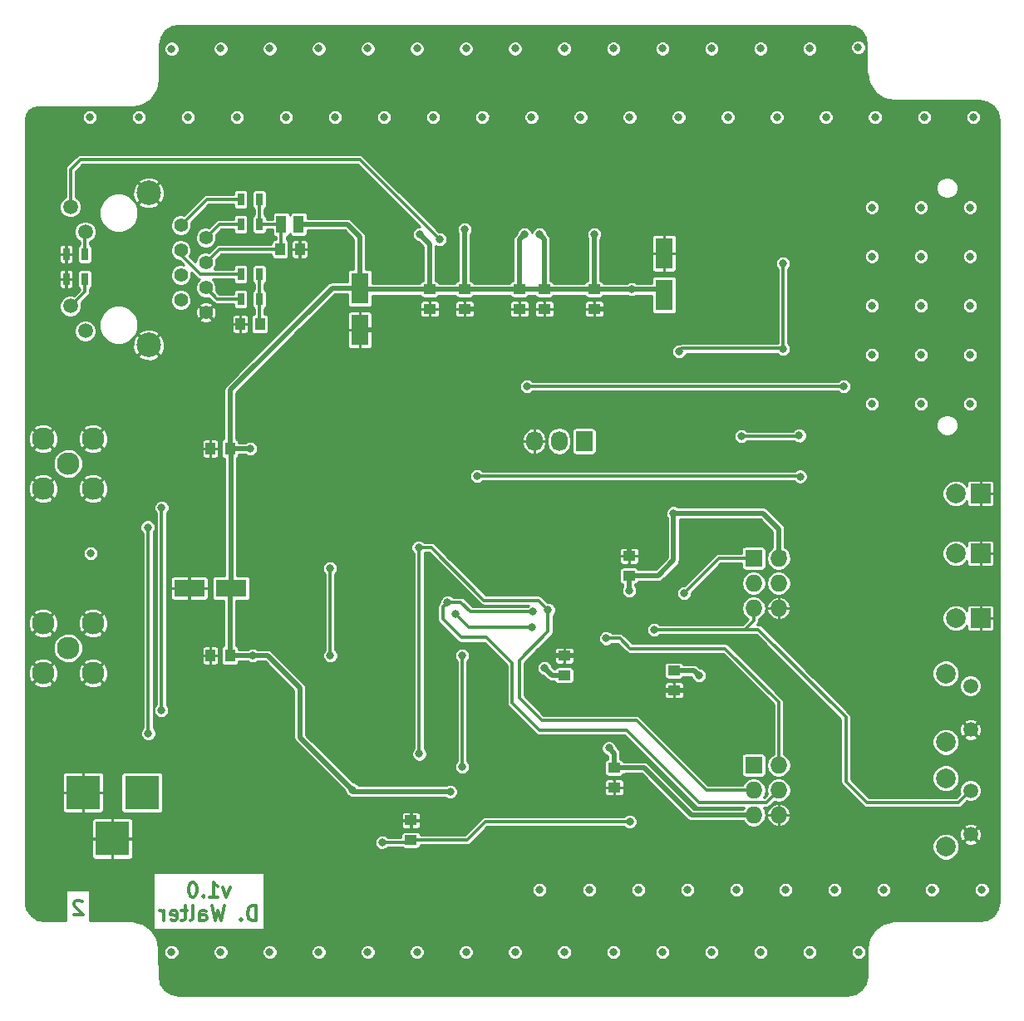
<source format=gbl>
G04 #@! TF.FileFunction,Copper,L2,Bot,Signal*
%FSLAX46Y46*%
G04 Gerber Fmt 4.6, Leading zero omitted, Abs format (unit mm)*
G04 Created by KiCad (PCBNEW 4.0.2-stable) date 27.04.2016 23:24:33*
%MOMM*%
G01*
G04 APERTURE LIST*
%ADD10C,0.100000*%
%ADD11C,0.300000*%
%ADD12C,1.501140*%
%ADD13C,1.998980*%
%ADD14R,1.250000X1.000000*%
%ADD15C,1.400000*%
%ADD16C,2.500000*%
%ADD17C,1.500000*%
%ADD18R,1.000000X1.250000*%
%ADD19R,3.500120X3.500120*%
%ADD20R,2.000000X2.000000*%
%ADD21C,2.000000*%
%ADD22R,1.016000X1.778000*%
%ADD23R,1.727200X1.727200*%
%ADD24O,1.727200X1.727200*%
%ADD25R,1.727200X2.032000*%
%ADD26O,1.727200X2.032000*%
%ADD27R,0.700000X1.300000*%
%ADD28C,2.300000*%
%ADD29R,1.800860X3.149600*%
%ADD30R,3.149600X1.800860*%
%ADD31C,0.800000*%
%ADD32C,0.500000*%
%ADD33C,0.254000*%
G04 APERTURE END LIST*
D10*
D11*
X123427856Y-128526571D02*
X123070713Y-129526571D01*
X122713571Y-128526571D01*
X121356428Y-129526571D02*
X122213571Y-129526571D01*
X121784999Y-129526571D02*
X121784999Y-128026571D01*
X121927856Y-128240857D01*
X122070714Y-128383714D01*
X122213571Y-128455143D01*
X120713571Y-129383714D02*
X120642143Y-129455143D01*
X120713571Y-129526571D01*
X120785000Y-129455143D01*
X120713571Y-129383714D01*
X120713571Y-129526571D01*
X119713571Y-128026571D02*
X119570714Y-128026571D01*
X119427857Y-128098000D01*
X119356428Y-128169429D01*
X119284999Y-128312286D01*
X119213571Y-128598000D01*
X119213571Y-128955143D01*
X119284999Y-129240857D01*
X119356428Y-129383714D01*
X119427857Y-129455143D01*
X119570714Y-129526571D01*
X119713571Y-129526571D01*
X119856428Y-129455143D01*
X119927857Y-129383714D01*
X119999285Y-129240857D01*
X120070714Y-128955143D01*
X120070714Y-128598000D01*
X119999285Y-128312286D01*
X119927857Y-128169429D01*
X119856428Y-128098000D01*
X119713571Y-128026571D01*
X126070714Y-131926571D02*
X126070714Y-130426571D01*
X125713571Y-130426571D01*
X125499286Y-130498000D01*
X125356428Y-130640857D01*
X125285000Y-130783714D01*
X125213571Y-131069429D01*
X125213571Y-131283714D01*
X125285000Y-131569429D01*
X125356428Y-131712286D01*
X125499286Y-131855143D01*
X125713571Y-131926571D01*
X126070714Y-131926571D01*
X124570714Y-131783714D02*
X124499286Y-131855143D01*
X124570714Y-131926571D01*
X124642143Y-131855143D01*
X124570714Y-131783714D01*
X124570714Y-131926571D01*
X122856428Y-130426571D02*
X122499285Y-131926571D01*
X122213571Y-130855143D01*
X121927857Y-131926571D01*
X121570714Y-130426571D01*
X120356428Y-131926571D02*
X120356428Y-131140857D01*
X120427857Y-130998000D01*
X120570714Y-130926571D01*
X120856428Y-130926571D01*
X120999285Y-130998000D01*
X120356428Y-131855143D02*
X120499285Y-131926571D01*
X120856428Y-131926571D01*
X120999285Y-131855143D01*
X121070714Y-131712286D01*
X121070714Y-131569429D01*
X120999285Y-131426571D01*
X120856428Y-131355143D01*
X120499285Y-131355143D01*
X120356428Y-131283714D01*
X119427856Y-131926571D02*
X119570714Y-131855143D01*
X119642142Y-131712286D01*
X119642142Y-130426571D01*
X119070714Y-130926571D02*
X118499285Y-130926571D01*
X118856428Y-130426571D02*
X118856428Y-131712286D01*
X118785000Y-131855143D01*
X118642142Y-131926571D01*
X118499285Y-131926571D01*
X117427857Y-131855143D02*
X117570714Y-131926571D01*
X117856428Y-131926571D01*
X117999285Y-131855143D01*
X118070714Y-131712286D01*
X118070714Y-131140857D01*
X117999285Y-130998000D01*
X117856428Y-130926571D01*
X117570714Y-130926571D01*
X117427857Y-130998000D01*
X117356428Y-131140857D01*
X117356428Y-131283714D01*
X118070714Y-131426571D01*
X116713571Y-131926571D02*
X116713571Y-130926571D01*
X116713571Y-131212286D02*
X116642143Y-131069429D01*
X116570714Y-130998000D01*
X116427857Y-130926571D01*
X116285000Y-130926571D01*
X108378571Y-130004429D02*
X108307142Y-129933000D01*
X108164285Y-129861571D01*
X107807142Y-129861571D01*
X107664285Y-129933000D01*
X107592856Y-130004429D01*
X107521428Y-130147286D01*
X107521428Y-130290143D01*
X107592856Y-130504429D01*
X108449999Y-131361571D01*
X107521428Y-131361571D01*
D12*
X198882000Y-123126500D03*
X198882000Y-118681500D03*
D13*
X196342000Y-124396500D03*
X196342000Y-117411500D03*
D14*
X160528000Y-69580000D03*
X160528000Y-67580000D03*
D15*
X118432000Y-63602000D03*
X118432000Y-61062000D03*
X120972000Y-62332000D03*
X120972000Y-64872000D03*
X118432000Y-66142000D03*
X120972000Y-67412000D03*
X118432000Y-68682000D03*
X120972000Y-69952000D03*
D16*
X115142000Y-57757000D03*
X115142000Y-73257000D03*
D17*
X107192000Y-69292000D03*
X108712000Y-71832000D03*
X107192000Y-59182000D03*
X108712000Y-61722000D03*
D14*
X155448000Y-69580000D03*
X155448000Y-67580000D03*
X143764000Y-69580000D03*
X143764000Y-67580000D03*
X147320000Y-69580000D03*
X147320000Y-67580000D03*
X152908000Y-69580000D03*
X152908000Y-67580000D03*
D18*
X130540000Y-63500000D03*
X128540000Y-63500000D03*
X124476000Y-71120000D03*
X126476000Y-71120000D03*
X121428000Y-83820000D03*
X123428000Y-83820000D03*
X121428000Y-104902000D03*
X123428000Y-104902000D03*
D14*
X164084000Y-94758000D03*
X164084000Y-96758000D03*
X157480000Y-104918000D03*
X157480000Y-106918000D03*
X168656000Y-108442000D03*
X168656000Y-106442000D03*
X162560000Y-118348000D03*
X162560000Y-116348000D03*
D19*
X114457480Y-118872000D03*
X108458000Y-118872000D03*
X111457740Y-123571000D03*
D20*
X199898000Y-101092000D03*
D21*
X197358000Y-101092000D03*
D20*
X199898000Y-94488000D03*
D21*
X197358000Y-94488000D03*
D22*
X130429000Y-60960000D03*
X128651000Y-60960000D03*
D23*
X176784000Y-94996000D03*
D24*
X179324000Y-94996000D03*
X176784000Y-97536000D03*
X179324000Y-97536000D03*
X176784000Y-100076000D03*
X179324000Y-100076000D03*
D23*
X176784000Y-116078000D03*
D24*
X179324000Y-116078000D03*
X176784000Y-118618000D03*
X179324000Y-118618000D03*
X176784000Y-121158000D03*
X179324000Y-121158000D03*
D25*
X159512000Y-83058000D03*
D26*
X156972000Y-83058000D03*
X154432000Y-83058000D03*
D27*
X124526000Y-60960000D03*
X126426000Y-60960000D03*
X124526000Y-58420000D03*
X126426000Y-58420000D03*
X126426000Y-66040000D03*
X124526000Y-66040000D03*
X126426000Y-68580000D03*
X124526000Y-68580000D03*
X106746000Y-64008000D03*
X108646000Y-64008000D03*
X106746000Y-66548000D03*
X108646000Y-66548000D03*
D28*
X106934000Y-85344000D03*
X109474000Y-87884000D03*
X109474000Y-82804000D03*
X104394000Y-82804000D03*
X104394000Y-87884000D03*
X106934000Y-104140000D03*
X109474000Y-106680000D03*
X109474000Y-101600000D03*
X104394000Y-101600000D03*
X104394000Y-106680000D03*
D12*
X198882000Y-112458500D03*
X198882000Y-108013500D03*
D13*
X196342000Y-113728500D03*
X196342000Y-106743500D03*
D14*
X141870000Y-121708000D03*
X141870000Y-123708000D03*
D20*
X199898000Y-88392000D03*
D21*
X197358000Y-88392000D03*
D29*
X167640000Y-63914020D03*
X167640000Y-68165980D03*
D30*
X119286020Y-98044000D03*
X123537980Y-98044000D03*
D29*
X136652000Y-71721980D03*
X136652000Y-67470020D03*
D31*
X187427559Y-42946224D03*
X117485631Y-43071079D03*
X154940000Y-128778000D03*
X200025000Y-128778000D03*
X194945000Y-128778000D03*
X185015000Y-128778000D03*
X190015000Y-128778000D03*
X180015000Y-128778000D03*
X175015000Y-128778000D03*
X165015000Y-128778000D03*
X170015000Y-128778000D03*
X160020000Y-128778000D03*
X198816430Y-79233606D03*
X193816430Y-79233606D03*
X188816430Y-79233606D03*
X198816430Y-74233606D03*
X193816430Y-74233606D03*
X188816430Y-74233606D03*
X198816430Y-69233606D03*
X193816430Y-69233606D03*
X188816430Y-69233606D03*
X198816430Y-64233606D03*
X193816430Y-64233606D03*
X188816430Y-64233606D03*
X198816430Y-59233606D03*
X193816430Y-59233606D03*
X188816430Y-59233606D03*
X109220000Y-94488000D03*
X187475000Y-135128000D03*
X117475000Y-135128000D03*
X122475000Y-135128000D03*
X132475000Y-135128000D03*
X127475000Y-135128000D03*
X137475000Y-135128000D03*
X162475000Y-135128000D03*
X182475000Y-135128000D03*
X177475000Y-135128000D03*
X172475000Y-135128000D03*
X167475000Y-135128000D03*
X157475000Y-135128000D03*
X152475000Y-135128000D03*
X147475000Y-135128000D03*
X142475000Y-135128000D03*
X199140000Y-50038000D03*
X194140000Y-50038000D03*
X189140000Y-50038000D03*
X184140000Y-50038000D03*
X179140000Y-50038000D03*
X174140000Y-50038000D03*
X169140000Y-50038000D03*
X164140000Y-50038000D03*
X159140000Y-50038000D03*
X154140000Y-50038000D03*
X149140000Y-50038000D03*
X144140000Y-50038000D03*
X139140000Y-50038000D03*
X134140000Y-50038000D03*
X129140000Y-50038000D03*
X124140000Y-50038000D03*
X119140000Y-50038000D03*
X114140000Y-50038000D03*
X109140000Y-50038000D03*
X182475000Y-43053000D03*
X177475000Y-43053000D03*
X172475000Y-43053000D03*
X167475000Y-43053000D03*
X162475000Y-43053000D03*
X157475000Y-43053000D03*
X152475000Y-43053000D03*
X147475000Y-43053000D03*
X142475000Y-43053000D03*
X137475000Y-43053000D03*
X132475000Y-43053000D03*
X127475000Y-43053000D03*
X122475000Y-43053000D03*
X151387375Y-131649062D03*
X143510000Y-81788000D03*
X135255000Y-129413000D03*
X138811000Y-125984000D03*
X133659003Y-81774365D03*
X169926000Y-63754000D03*
X162814000Y-69596000D03*
X162306000Y-55880000D03*
X134366000Y-55880000D03*
X149860000Y-69596000D03*
X145034000Y-76962000D03*
X151892000Y-59944000D03*
X139446000Y-71628000D03*
X133604000Y-77724000D03*
X160020000Y-104648000D03*
X160020000Y-108458000D03*
X164846000Y-108458000D03*
X164592000Y-105664000D03*
X162306000Y-88392000D03*
X154168975Y-106651588D03*
X181927204Y-68299755D03*
X139875884Y-103013691D03*
X174797589Y-74994716D03*
X164084000Y-119888000D03*
X173228000Y-106680000D03*
X135890000Y-118587892D03*
X145870000Y-118783578D03*
X162038697Y-114340914D03*
X168617200Y-90401827D03*
X155456531Y-106159264D03*
X171196000Y-106934000D03*
X164338000Y-67564000D03*
X125730000Y-104902000D03*
X125476000Y-83820000D03*
X164084000Y-98298000D03*
X160528000Y-61976000D03*
X154940000Y-61976000D03*
X153416000Y-61976000D03*
X147320000Y-61468000D03*
X142748000Y-61976000D03*
X181509646Y-86662485D03*
X148590000Y-86614000D03*
X169672000Y-98552000D03*
X179760880Y-64963040D03*
X179781200Y-73639680D03*
X169164000Y-73914000D03*
X144780000Y-62484000D03*
X142642187Y-93881109D03*
X155846989Y-100272441D03*
X142722165Y-114930522D03*
X145588688Y-99470279D03*
X116475534Y-89834583D03*
X116455691Y-110471144D03*
X154314888Y-100441609D03*
X146413217Y-100707076D03*
X161758987Y-103149689D03*
X115053918Y-91841569D03*
X115122493Y-112837571D03*
X154197031Y-102050007D03*
X138938000Y-123952000D03*
X164150000Y-121854000D03*
X181403586Y-82490789D03*
X175514000Y-82550000D03*
X166636064Y-102267731D03*
X147103223Y-116231342D03*
X133650990Y-104886760D03*
X133604000Y-96012000D03*
X147066000Y-104902000D03*
X153670000Y-77470000D03*
X185928000Y-77470000D03*
D32*
X160528000Y-69580000D02*
X162798000Y-69580000D01*
X162798000Y-69580000D02*
X162814000Y-69596000D01*
X147320000Y-69580000D02*
X149844000Y-69580000D01*
X149844000Y-69580000D02*
X149860000Y-69596000D01*
X136652000Y-71721980D02*
X139352020Y-71721980D01*
X139352020Y-71721980D02*
X139446000Y-71628000D01*
X157480000Y-104918000D02*
X159750000Y-104918000D01*
X159750000Y-104918000D02*
X160020000Y-104648000D01*
X168656000Y-108442000D02*
X164862000Y-108442000D01*
X164862000Y-108442000D02*
X164846000Y-108458000D01*
X164084000Y-94758000D02*
X164084000Y-90170000D01*
X164084000Y-90170000D02*
X162306000Y-88392000D01*
X154168975Y-106085903D02*
X154168975Y-106651588D01*
X155336878Y-104918000D02*
X154168975Y-106085903D01*
X157480000Y-104918000D02*
X155336878Y-104918000D01*
X168656000Y-108442000D02*
X171466000Y-108442000D01*
X171466000Y-108442000D02*
X173228000Y-106680000D01*
X130556000Y-113253892D02*
X135890000Y-118587892D01*
X135890000Y-118587892D02*
X136085686Y-118783578D01*
X125730000Y-104902000D02*
X127239558Y-104902000D01*
X127239558Y-104902000D02*
X130556000Y-108218442D01*
X130556000Y-108218442D02*
X130556000Y-113253892D01*
X139026422Y-118783578D02*
X145870000Y-118783578D01*
X136085686Y-118783578D02*
X139026422Y-118783578D01*
X123428000Y-83820000D02*
X123428000Y-79518000D01*
X123428000Y-79518000D02*
X123444000Y-79502000D01*
X123444000Y-79502000D02*
X123444000Y-77846395D01*
X123444000Y-77846395D02*
X133841992Y-67448403D01*
X133841992Y-67448403D02*
X136165617Y-67448403D01*
X136165617Y-67448403D02*
X136652000Y-66962020D01*
X136652000Y-66962020D02*
X137269980Y-67580000D01*
X137269980Y-67580000D02*
X141240000Y-67580000D01*
X141240000Y-67580000D02*
X143764000Y-67580000D01*
X162438696Y-114740913D02*
X162038697Y-114340914D01*
X162560000Y-114862217D02*
X162438696Y-114740913D01*
X162560000Y-116348000D02*
X162560000Y-114862217D01*
X179832000Y-94488000D02*
X179324000Y-94996000D01*
X164084000Y-96758000D02*
X167066285Y-96758000D01*
X167066285Y-96758000D02*
X168617200Y-95207085D01*
X168617200Y-95207085D02*
X168617200Y-90967512D01*
X168617200Y-90967512D02*
X168617200Y-90401827D01*
X179324000Y-94996000D02*
X179324000Y-92009878D01*
X179324000Y-92009878D02*
X177715949Y-90401827D01*
X177715949Y-90401827D02*
X169182885Y-90401827D01*
X169182885Y-90401827D02*
X168617200Y-90401827D01*
X162560000Y-116348000D02*
X163685000Y-116348000D01*
X165597261Y-116332000D02*
X170423261Y-121158000D01*
X163685000Y-116348000D02*
X163701000Y-116332000D01*
X163701000Y-116332000D02*
X165597261Y-116332000D01*
X170423261Y-121158000D02*
X176784000Y-121158000D01*
X130429000Y-60960000D02*
X135382000Y-60960000D01*
X136652000Y-62230000D02*
X136652000Y-66962020D01*
X135382000Y-60960000D02*
X136652000Y-62230000D01*
X155856530Y-106559263D02*
X155456531Y-106159264D01*
X157480000Y-106918000D02*
X156215267Y-106918000D01*
X156215267Y-106918000D02*
X155856530Y-106559263D01*
X170704000Y-106442000D02*
X168656000Y-106442000D01*
X171196000Y-106934000D02*
X170704000Y-106442000D01*
X164338000Y-67564000D02*
X164338000Y-67580000D01*
X164338000Y-67580000D02*
X164338000Y-67564000D01*
X164338000Y-67564000D02*
X164338000Y-67580000D01*
X125730000Y-104902000D02*
X123428000Y-104902000D01*
X125476000Y-83820000D02*
X123428000Y-83820000D01*
X164084000Y-96758000D02*
X163959000Y-96758000D01*
X160528000Y-67580000D02*
X164338000Y-67580000D01*
X164338000Y-67580000D02*
X167054020Y-67580000D01*
X167054020Y-67580000D02*
X167640000Y-68165980D01*
X155448000Y-67580000D02*
X160528000Y-67580000D01*
X152908000Y-67580000D02*
X155448000Y-67580000D01*
X147320000Y-67580000D02*
X152908000Y-67580000D01*
X143764000Y-67580000D02*
X147320000Y-67580000D01*
X123537980Y-98044000D02*
X123537980Y-83929980D01*
X123537980Y-83929980D02*
X123428000Y-83820000D01*
X123428000Y-104902000D02*
X123428000Y-98153980D01*
X123428000Y-98153980D02*
X123537980Y-98044000D01*
X164084000Y-98298000D02*
X164084000Y-96758000D01*
X160528000Y-67580000D02*
X160528000Y-61976000D01*
X155448000Y-67580000D02*
X155448000Y-62484000D01*
X155448000Y-62484000D02*
X154940000Y-61976000D01*
X152908000Y-67580000D02*
X152908000Y-62484000D01*
X152908000Y-62484000D02*
X153416000Y-61976000D01*
X147320000Y-67580000D02*
X147320000Y-61468000D01*
X143764000Y-67580000D02*
X143764000Y-62992000D01*
X143764000Y-62992000D02*
X142748000Y-61976000D01*
D11*
X128540000Y-63500000D02*
X122344000Y-63500000D01*
X122344000Y-63500000D02*
X120972000Y-64872000D01*
X128651000Y-60960000D02*
X128651000Y-63389000D01*
X128651000Y-63389000D02*
X128540000Y-63500000D01*
X126426000Y-60960000D02*
X128651000Y-60960000D01*
X126426000Y-58420000D02*
X126426000Y-60960000D01*
X181461161Y-86614000D02*
X181509646Y-86662485D01*
X148590000Y-86614000D02*
X181461161Y-86614000D01*
X169672000Y-98552000D02*
X173228000Y-94996000D01*
X173228000Y-94996000D02*
X176784000Y-94996000D01*
X169164000Y-73914000D02*
X169460401Y-73617599D01*
X169460401Y-73617599D02*
X179759119Y-73617599D01*
X179759119Y-73617599D02*
X179781200Y-73639680D01*
X179781200Y-64983360D02*
X179760880Y-64963040D01*
X179781200Y-73639680D02*
X179781200Y-64983360D01*
X124526000Y-68580000D02*
X122140000Y-68580000D01*
X122140000Y-68580000D02*
X120972000Y-67412000D01*
X121124000Y-67564000D02*
X120972000Y-67412000D01*
X124526000Y-66040000D02*
X120396000Y-66040000D01*
X120396000Y-66040000D02*
X118432000Y-64076000D01*
X118432000Y-64076000D02*
X118432000Y-63602000D01*
X118534000Y-63500000D02*
X118432000Y-63602000D01*
X124526000Y-60960000D02*
X122344000Y-60960000D01*
X122344000Y-60960000D02*
X120972000Y-62332000D01*
X124526000Y-58420000D02*
X121074000Y-58420000D01*
X121074000Y-58420000D02*
X118432000Y-61062000D01*
X107192000Y-55368000D02*
X107192000Y-59182000D01*
X108204000Y-54356000D02*
X107192000Y-55368000D01*
X136652000Y-54356000D02*
X108204000Y-54356000D01*
X144780000Y-62484000D02*
X136652000Y-54356000D01*
X176784000Y-118618000D02*
X171958000Y-118618000D01*
X171958000Y-118618000D02*
X164846000Y-111506000D01*
X152908000Y-105410000D02*
X155846989Y-102471011D01*
X164846000Y-111506000D02*
X155194000Y-111506000D01*
X155194000Y-111506000D02*
X152908000Y-109220000D01*
X152908000Y-109220000D02*
X152908000Y-105410000D01*
X155846989Y-102471011D02*
X155846989Y-100272441D01*
X155846989Y-100272441D02*
X155856627Y-100262803D01*
X155846989Y-100272441D02*
X154864876Y-99290328D01*
X154864876Y-99290328D02*
X149328328Y-99290328D01*
X143919109Y-93881109D02*
X142642187Y-93881109D01*
X149328328Y-99290328D02*
X143919109Y-93881109D01*
X142722165Y-114930522D02*
X142722165Y-93961087D01*
X142722165Y-93961087D02*
X142642187Y-93881109D01*
X179324000Y-118618000D02*
X178054000Y-119888000D01*
X178054000Y-119888000D02*
X171196000Y-119888000D01*
X171196000Y-119888000D02*
X163830000Y-112522000D01*
X163830000Y-112522000D02*
X154940000Y-112522000D01*
X154940000Y-112522000D02*
X152146000Y-109728000D01*
X152146000Y-109728000D02*
X152146000Y-105664000D01*
X146976978Y-103082674D02*
X145114548Y-101220244D01*
X152146000Y-105664000D02*
X149564674Y-103082674D01*
X149564674Y-103082674D02*
X146976978Y-103082674D01*
X145114548Y-101220244D02*
X145114548Y-99944419D01*
X145114548Y-99944419D02*
X145188689Y-99870278D01*
X145188689Y-99870278D02*
X145588688Y-99470279D01*
X154314888Y-100441609D02*
X147925642Y-100441609D01*
X147925642Y-100441609D02*
X146954314Y-99470281D01*
X146954314Y-99470281D02*
X145588690Y-99470281D01*
X145588690Y-99470281D02*
X145588688Y-99470279D01*
X116455691Y-89854426D02*
X116475534Y-89834583D01*
X116455691Y-110471144D02*
X116455691Y-89854426D01*
X146813216Y-101107075D02*
X146413217Y-100707076D01*
X147756148Y-102050007D02*
X146813216Y-101107075D01*
X154197031Y-102050007D02*
X147756148Y-102050007D01*
X179324000Y-116078000D02*
X179324000Y-109651642D01*
X179324000Y-109651642D02*
X173875225Y-104202867D01*
X173875225Y-104202867D02*
X164183506Y-104202867D01*
X164183506Y-104202867D02*
X163130328Y-103149689D01*
X163130328Y-103149689D02*
X161758987Y-103149689D01*
X115122493Y-112837571D02*
X115122493Y-91910144D01*
X115122493Y-91910144D02*
X115053918Y-91841569D01*
X126426000Y-68580000D02*
X126426000Y-71070000D01*
X126426000Y-71070000D02*
X126476000Y-71120000D01*
X126426000Y-66040000D02*
X126426000Y-68580000D01*
X138938000Y-123952000D02*
X141626000Y-123952000D01*
X141626000Y-123952000D02*
X141870000Y-123708000D01*
X141870000Y-123708000D02*
X147564000Y-123708000D01*
X147564000Y-123708000D02*
X149418000Y-121854000D01*
X149418000Y-121854000D02*
X164150000Y-121854000D01*
X181344375Y-82550000D02*
X181403586Y-82490789D01*
X175514000Y-82550000D02*
X181344375Y-82550000D01*
X175853073Y-102270206D02*
X177239956Y-102270206D01*
X177239956Y-102270206D02*
X186180595Y-111210845D01*
X198831633Y-118681500D02*
X198882000Y-118681500D01*
X186180595Y-111210845D02*
X186180595Y-117767525D01*
X186180595Y-117767525D02*
X188312792Y-119899722D01*
X188312792Y-119899722D02*
X197613411Y-119899722D01*
X197613411Y-119899722D02*
X198831633Y-118681500D01*
X174589794Y-102270206D02*
X176006067Y-102270206D01*
X167201749Y-102267731D02*
X166636064Y-102267731D01*
X174587319Y-102267731D02*
X167201749Y-102267731D01*
X174589794Y-102270206D02*
X174587319Y-102267731D01*
X174589794Y-102270206D02*
X175853073Y-102270206D01*
X175853073Y-102270206D02*
X176784000Y-101339279D01*
X176784000Y-101339279D02*
X176784000Y-100076000D01*
X147066000Y-104902000D02*
X147066000Y-116194119D01*
X147066000Y-116194119D02*
X147103223Y-116231342D01*
X133604000Y-96012000D02*
X133604000Y-104839770D01*
X133604000Y-104839770D02*
X133650990Y-104886760D01*
X185928000Y-77470000D02*
X153670000Y-77470000D01*
X108646000Y-64008000D02*
X108646000Y-61788000D01*
X108646000Y-61788000D02*
X108712000Y-61722000D01*
X108646000Y-66548000D02*
X108646000Y-67838000D01*
X108646000Y-67838000D02*
X107192000Y-69292000D01*
D33*
G36*
X187068282Y-40852003D02*
X187696582Y-41271819D01*
X188116397Y-41900117D01*
X188272708Y-42685944D01*
X188272708Y-45505658D01*
X188281470Y-45549708D01*
X188281470Y-45594619D01*
X188464281Y-46513672D01*
X188532369Y-46678051D01*
X189052969Y-47457183D01*
X189052970Y-47457186D01*
X189178780Y-47582996D01*
X189957915Y-48103597D01*
X190122294Y-48171685D01*
X191041347Y-48354496D01*
X191086258Y-48354496D01*
X191130308Y-48363258D01*
X199736634Y-48363258D01*
X200524127Y-48515495D01*
X201154169Y-48931585D01*
X201577021Y-49557108D01*
X201737276Y-50340681D01*
X201751262Y-129952386D01*
X201594916Y-130738390D01*
X201175101Y-131366688D01*
X200546801Y-131786504D01*
X199760759Y-131942858D01*
X191155670Y-131942858D01*
X191111620Y-131951620D01*
X191066709Y-131951620D01*
X190147656Y-132134431D01*
X189983277Y-132202519D01*
X189204142Y-132723120D01*
X189078332Y-132848930D01*
X189078332Y-132848931D01*
X188557731Y-133628065D01*
X188489643Y-133792444D01*
X188306832Y-134711497D01*
X188306832Y-134756408D01*
X188298070Y-134800458D01*
X188298070Y-137555547D01*
X188141716Y-138341590D01*
X187721901Y-138969888D01*
X187093601Y-139389704D01*
X186307539Y-139546062D01*
X118215044Y-139551996D01*
X117425971Y-139394502D01*
X116795154Y-138972406D01*
X116373558Y-138340548D01*
X116225817Y-137604734D01*
X116225981Y-137603871D01*
X116204962Y-135282669D01*
X116693864Y-135282669D01*
X116812514Y-135569823D01*
X117032021Y-135789714D01*
X117318968Y-135908864D01*
X117629669Y-135909136D01*
X117916823Y-135790486D01*
X118136714Y-135570979D01*
X118255864Y-135284032D01*
X118255865Y-135282669D01*
X121693864Y-135282669D01*
X121812514Y-135569823D01*
X122032021Y-135789714D01*
X122318968Y-135908864D01*
X122629669Y-135909136D01*
X122916823Y-135790486D01*
X123136714Y-135570979D01*
X123255864Y-135284032D01*
X123255865Y-135282669D01*
X126693864Y-135282669D01*
X126812514Y-135569823D01*
X127032021Y-135789714D01*
X127318968Y-135908864D01*
X127629669Y-135909136D01*
X127916823Y-135790486D01*
X128136714Y-135570979D01*
X128255864Y-135284032D01*
X128255865Y-135282669D01*
X131693864Y-135282669D01*
X131812514Y-135569823D01*
X132032021Y-135789714D01*
X132318968Y-135908864D01*
X132629669Y-135909136D01*
X132916823Y-135790486D01*
X133136714Y-135570979D01*
X133255864Y-135284032D01*
X133255865Y-135282669D01*
X136693864Y-135282669D01*
X136812514Y-135569823D01*
X137032021Y-135789714D01*
X137318968Y-135908864D01*
X137629669Y-135909136D01*
X137916823Y-135790486D01*
X138136714Y-135570979D01*
X138255864Y-135284032D01*
X138255865Y-135282669D01*
X141693864Y-135282669D01*
X141812514Y-135569823D01*
X142032021Y-135789714D01*
X142318968Y-135908864D01*
X142629669Y-135909136D01*
X142916823Y-135790486D01*
X143136714Y-135570979D01*
X143255864Y-135284032D01*
X143255865Y-135282669D01*
X146693864Y-135282669D01*
X146812514Y-135569823D01*
X147032021Y-135789714D01*
X147318968Y-135908864D01*
X147629669Y-135909136D01*
X147916823Y-135790486D01*
X148136714Y-135570979D01*
X148255864Y-135284032D01*
X148255865Y-135282669D01*
X151693864Y-135282669D01*
X151812514Y-135569823D01*
X152032021Y-135789714D01*
X152318968Y-135908864D01*
X152629669Y-135909136D01*
X152916823Y-135790486D01*
X153136714Y-135570979D01*
X153255864Y-135284032D01*
X153255865Y-135282669D01*
X156693864Y-135282669D01*
X156812514Y-135569823D01*
X157032021Y-135789714D01*
X157318968Y-135908864D01*
X157629669Y-135909136D01*
X157916823Y-135790486D01*
X158136714Y-135570979D01*
X158255864Y-135284032D01*
X158255865Y-135282669D01*
X161693864Y-135282669D01*
X161812514Y-135569823D01*
X162032021Y-135789714D01*
X162318968Y-135908864D01*
X162629669Y-135909136D01*
X162916823Y-135790486D01*
X163136714Y-135570979D01*
X163255864Y-135284032D01*
X163255865Y-135282669D01*
X166693864Y-135282669D01*
X166812514Y-135569823D01*
X167032021Y-135789714D01*
X167318968Y-135908864D01*
X167629669Y-135909136D01*
X167916823Y-135790486D01*
X168136714Y-135570979D01*
X168255864Y-135284032D01*
X168255865Y-135282669D01*
X171693864Y-135282669D01*
X171812514Y-135569823D01*
X172032021Y-135789714D01*
X172318968Y-135908864D01*
X172629669Y-135909136D01*
X172916823Y-135790486D01*
X173136714Y-135570979D01*
X173255864Y-135284032D01*
X173255865Y-135282669D01*
X176693864Y-135282669D01*
X176812514Y-135569823D01*
X177032021Y-135789714D01*
X177318968Y-135908864D01*
X177629669Y-135909136D01*
X177916823Y-135790486D01*
X178136714Y-135570979D01*
X178255864Y-135284032D01*
X178255865Y-135282669D01*
X181693864Y-135282669D01*
X181812514Y-135569823D01*
X182032021Y-135789714D01*
X182318968Y-135908864D01*
X182629669Y-135909136D01*
X182916823Y-135790486D01*
X183136714Y-135570979D01*
X183255864Y-135284032D01*
X183255865Y-135282669D01*
X186693864Y-135282669D01*
X186812514Y-135569823D01*
X187032021Y-135789714D01*
X187318968Y-135908864D01*
X187629669Y-135909136D01*
X187916823Y-135790486D01*
X188136714Y-135570979D01*
X188255864Y-135284032D01*
X188256136Y-134973331D01*
X188137486Y-134686177D01*
X187917979Y-134466286D01*
X187631032Y-134347136D01*
X187320331Y-134346864D01*
X187033177Y-134465514D01*
X186813286Y-134685021D01*
X186694136Y-134971968D01*
X186693864Y-135282669D01*
X183255865Y-135282669D01*
X183256136Y-134973331D01*
X183137486Y-134686177D01*
X182917979Y-134466286D01*
X182631032Y-134347136D01*
X182320331Y-134346864D01*
X182033177Y-134465514D01*
X181813286Y-134685021D01*
X181694136Y-134971968D01*
X181693864Y-135282669D01*
X178255865Y-135282669D01*
X178256136Y-134973331D01*
X178137486Y-134686177D01*
X177917979Y-134466286D01*
X177631032Y-134347136D01*
X177320331Y-134346864D01*
X177033177Y-134465514D01*
X176813286Y-134685021D01*
X176694136Y-134971968D01*
X176693864Y-135282669D01*
X173255865Y-135282669D01*
X173256136Y-134973331D01*
X173137486Y-134686177D01*
X172917979Y-134466286D01*
X172631032Y-134347136D01*
X172320331Y-134346864D01*
X172033177Y-134465514D01*
X171813286Y-134685021D01*
X171694136Y-134971968D01*
X171693864Y-135282669D01*
X168255865Y-135282669D01*
X168256136Y-134973331D01*
X168137486Y-134686177D01*
X167917979Y-134466286D01*
X167631032Y-134347136D01*
X167320331Y-134346864D01*
X167033177Y-134465514D01*
X166813286Y-134685021D01*
X166694136Y-134971968D01*
X166693864Y-135282669D01*
X163255865Y-135282669D01*
X163256136Y-134973331D01*
X163137486Y-134686177D01*
X162917979Y-134466286D01*
X162631032Y-134347136D01*
X162320331Y-134346864D01*
X162033177Y-134465514D01*
X161813286Y-134685021D01*
X161694136Y-134971968D01*
X161693864Y-135282669D01*
X158255865Y-135282669D01*
X158256136Y-134973331D01*
X158137486Y-134686177D01*
X157917979Y-134466286D01*
X157631032Y-134347136D01*
X157320331Y-134346864D01*
X157033177Y-134465514D01*
X156813286Y-134685021D01*
X156694136Y-134971968D01*
X156693864Y-135282669D01*
X153255865Y-135282669D01*
X153256136Y-134973331D01*
X153137486Y-134686177D01*
X152917979Y-134466286D01*
X152631032Y-134347136D01*
X152320331Y-134346864D01*
X152033177Y-134465514D01*
X151813286Y-134685021D01*
X151694136Y-134971968D01*
X151693864Y-135282669D01*
X148255865Y-135282669D01*
X148256136Y-134973331D01*
X148137486Y-134686177D01*
X147917979Y-134466286D01*
X147631032Y-134347136D01*
X147320331Y-134346864D01*
X147033177Y-134465514D01*
X146813286Y-134685021D01*
X146694136Y-134971968D01*
X146693864Y-135282669D01*
X143255865Y-135282669D01*
X143256136Y-134973331D01*
X143137486Y-134686177D01*
X142917979Y-134466286D01*
X142631032Y-134347136D01*
X142320331Y-134346864D01*
X142033177Y-134465514D01*
X141813286Y-134685021D01*
X141694136Y-134971968D01*
X141693864Y-135282669D01*
X138255865Y-135282669D01*
X138256136Y-134973331D01*
X138137486Y-134686177D01*
X137917979Y-134466286D01*
X137631032Y-134347136D01*
X137320331Y-134346864D01*
X137033177Y-134465514D01*
X136813286Y-134685021D01*
X136694136Y-134971968D01*
X136693864Y-135282669D01*
X133255865Y-135282669D01*
X133256136Y-134973331D01*
X133137486Y-134686177D01*
X132917979Y-134466286D01*
X132631032Y-134347136D01*
X132320331Y-134346864D01*
X132033177Y-134465514D01*
X131813286Y-134685021D01*
X131694136Y-134971968D01*
X131693864Y-135282669D01*
X128255865Y-135282669D01*
X128256136Y-134973331D01*
X128137486Y-134686177D01*
X127917979Y-134466286D01*
X127631032Y-134347136D01*
X127320331Y-134346864D01*
X127033177Y-134465514D01*
X126813286Y-134685021D01*
X126694136Y-134971968D01*
X126693864Y-135282669D01*
X123255865Y-135282669D01*
X123256136Y-134973331D01*
X123137486Y-134686177D01*
X122917979Y-134466286D01*
X122631032Y-134347136D01*
X122320331Y-134346864D01*
X122033177Y-134465514D01*
X121813286Y-134685021D01*
X121694136Y-134971968D01*
X121693864Y-135282669D01*
X118255865Y-135282669D01*
X118256136Y-134973331D01*
X118137486Y-134686177D01*
X117917979Y-134466286D01*
X117631032Y-134347136D01*
X117320331Y-134346864D01*
X117033177Y-134465514D01*
X116813286Y-134685021D01*
X116694136Y-134971968D01*
X116693864Y-135282669D01*
X116204962Y-135282669D01*
X116200543Y-134794671D01*
X116191800Y-134752706D01*
X116191800Y-134709839D01*
X116008989Y-133790786D01*
X115940901Y-133626407D01*
X115420300Y-132847272D01*
X115294490Y-132721462D01*
X115294487Y-132721461D01*
X114515355Y-132200861D01*
X114350976Y-132132773D01*
X113431923Y-131949962D01*
X113386736Y-131949962D01*
X113342401Y-131941200D01*
X109195286Y-131946305D01*
X109195286Y-128802000D01*
X106704715Y-128802000D01*
X106704715Y-131949371D01*
X104613096Y-131951946D01*
X103820645Y-131799804D01*
X103186023Y-131381857D01*
X102759650Y-130752864D01*
X102673401Y-130333884D01*
X102671254Y-126967000D01*
X115611143Y-126967000D01*
X115611143Y-132829000D01*
X126958857Y-132829000D01*
X126958857Y-128932669D01*
X154158864Y-128932669D01*
X154277514Y-129219823D01*
X154497021Y-129439714D01*
X154783968Y-129558864D01*
X155094669Y-129559136D01*
X155381823Y-129440486D01*
X155601714Y-129220979D01*
X155720864Y-128934032D01*
X155720865Y-128932669D01*
X159238864Y-128932669D01*
X159357514Y-129219823D01*
X159577021Y-129439714D01*
X159863968Y-129558864D01*
X160174669Y-129559136D01*
X160461823Y-129440486D01*
X160681714Y-129220979D01*
X160800864Y-128934032D01*
X160800865Y-128932669D01*
X164233864Y-128932669D01*
X164352514Y-129219823D01*
X164572021Y-129439714D01*
X164858968Y-129558864D01*
X165169669Y-129559136D01*
X165456823Y-129440486D01*
X165676714Y-129220979D01*
X165795864Y-128934032D01*
X165795865Y-128932669D01*
X169233864Y-128932669D01*
X169352514Y-129219823D01*
X169572021Y-129439714D01*
X169858968Y-129558864D01*
X170169669Y-129559136D01*
X170456823Y-129440486D01*
X170676714Y-129220979D01*
X170795864Y-128934032D01*
X170795865Y-128932669D01*
X174233864Y-128932669D01*
X174352514Y-129219823D01*
X174572021Y-129439714D01*
X174858968Y-129558864D01*
X175169669Y-129559136D01*
X175456823Y-129440486D01*
X175676714Y-129220979D01*
X175795864Y-128934032D01*
X175795865Y-128932669D01*
X179233864Y-128932669D01*
X179352514Y-129219823D01*
X179572021Y-129439714D01*
X179858968Y-129558864D01*
X180169669Y-129559136D01*
X180456823Y-129440486D01*
X180676714Y-129220979D01*
X180795864Y-128934032D01*
X180795865Y-128932669D01*
X184233864Y-128932669D01*
X184352514Y-129219823D01*
X184572021Y-129439714D01*
X184858968Y-129558864D01*
X185169669Y-129559136D01*
X185456823Y-129440486D01*
X185676714Y-129220979D01*
X185795864Y-128934032D01*
X185795865Y-128932669D01*
X189233864Y-128932669D01*
X189352514Y-129219823D01*
X189572021Y-129439714D01*
X189858968Y-129558864D01*
X190169669Y-129559136D01*
X190456823Y-129440486D01*
X190676714Y-129220979D01*
X190795864Y-128934032D01*
X190795865Y-128932669D01*
X194163864Y-128932669D01*
X194282514Y-129219823D01*
X194502021Y-129439714D01*
X194788968Y-129558864D01*
X195099669Y-129559136D01*
X195386823Y-129440486D01*
X195606714Y-129220979D01*
X195725864Y-128934032D01*
X195725865Y-128932669D01*
X199243864Y-128932669D01*
X199362514Y-129219823D01*
X199582021Y-129439714D01*
X199868968Y-129558864D01*
X200179669Y-129559136D01*
X200466823Y-129440486D01*
X200686714Y-129220979D01*
X200805864Y-128934032D01*
X200806136Y-128623331D01*
X200687486Y-128336177D01*
X200467979Y-128116286D01*
X200181032Y-127997136D01*
X199870331Y-127996864D01*
X199583177Y-128115514D01*
X199363286Y-128335021D01*
X199244136Y-128621968D01*
X199243864Y-128932669D01*
X195725865Y-128932669D01*
X195726136Y-128623331D01*
X195607486Y-128336177D01*
X195387979Y-128116286D01*
X195101032Y-127997136D01*
X194790331Y-127996864D01*
X194503177Y-128115514D01*
X194283286Y-128335021D01*
X194164136Y-128621968D01*
X194163864Y-128932669D01*
X190795865Y-128932669D01*
X190796136Y-128623331D01*
X190677486Y-128336177D01*
X190457979Y-128116286D01*
X190171032Y-127997136D01*
X189860331Y-127996864D01*
X189573177Y-128115514D01*
X189353286Y-128335021D01*
X189234136Y-128621968D01*
X189233864Y-128932669D01*
X185795865Y-128932669D01*
X185796136Y-128623331D01*
X185677486Y-128336177D01*
X185457979Y-128116286D01*
X185171032Y-127997136D01*
X184860331Y-127996864D01*
X184573177Y-128115514D01*
X184353286Y-128335021D01*
X184234136Y-128621968D01*
X184233864Y-128932669D01*
X180795865Y-128932669D01*
X180796136Y-128623331D01*
X180677486Y-128336177D01*
X180457979Y-128116286D01*
X180171032Y-127997136D01*
X179860331Y-127996864D01*
X179573177Y-128115514D01*
X179353286Y-128335021D01*
X179234136Y-128621968D01*
X179233864Y-128932669D01*
X175795865Y-128932669D01*
X175796136Y-128623331D01*
X175677486Y-128336177D01*
X175457979Y-128116286D01*
X175171032Y-127997136D01*
X174860331Y-127996864D01*
X174573177Y-128115514D01*
X174353286Y-128335021D01*
X174234136Y-128621968D01*
X174233864Y-128932669D01*
X170795865Y-128932669D01*
X170796136Y-128623331D01*
X170677486Y-128336177D01*
X170457979Y-128116286D01*
X170171032Y-127997136D01*
X169860331Y-127996864D01*
X169573177Y-128115514D01*
X169353286Y-128335021D01*
X169234136Y-128621968D01*
X169233864Y-128932669D01*
X165795865Y-128932669D01*
X165796136Y-128623331D01*
X165677486Y-128336177D01*
X165457979Y-128116286D01*
X165171032Y-127997136D01*
X164860331Y-127996864D01*
X164573177Y-128115514D01*
X164353286Y-128335021D01*
X164234136Y-128621968D01*
X164233864Y-128932669D01*
X160800865Y-128932669D01*
X160801136Y-128623331D01*
X160682486Y-128336177D01*
X160462979Y-128116286D01*
X160176032Y-127997136D01*
X159865331Y-127996864D01*
X159578177Y-128115514D01*
X159358286Y-128335021D01*
X159239136Y-128621968D01*
X159238864Y-128932669D01*
X155720865Y-128932669D01*
X155721136Y-128623331D01*
X155602486Y-128336177D01*
X155382979Y-128116286D01*
X155096032Y-127997136D01*
X154785331Y-127996864D01*
X154498177Y-128115514D01*
X154278286Y-128335021D01*
X154159136Y-128621968D01*
X154158864Y-128932669D01*
X126958857Y-128932669D01*
X126958857Y-126967000D01*
X115611143Y-126967000D01*
X102671254Y-126967000D01*
X102669162Y-123689250D01*
X109326680Y-123689250D01*
X109326680Y-125396845D01*
X109384684Y-125536879D01*
X109491860Y-125644056D01*
X109631894Y-125702060D01*
X111339490Y-125702060D01*
X111434740Y-125606810D01*
X111434740Y-123594000D01*
X111480740Y-123594000D01*
X111480740Y-125606810D01*
X111575990Y-125702060D01*
X113283586Y-125702060D01*
X113423620Y-125644056D01*
X113530796Y-125536879D01*
X113588800Y-125396845D01*
X113588800Y-124106669D01*
X138156864Y-124106669D01*
X138275514Y-124393823D01*
X138495021Y-124613714D01*
X138781968Y-124732864D01*
X139092669Y-124733136D01*
X139245730Y-124669892D01*
X194961271Y-124669892D01*
X195170995Y-125177463D01*
X195558994Y-125566140D01*
X196066199Y-125776749D01*
X196615392Y-125777229D01*
X197122963Y-125567505D01*
X197511640Y-125179506D01*
X197722249Y-124672301D01*
X197722729Y-124123108D01*
X197626846Y-123891051D01*
X198149975Y-123891051D01*
X198222592Y-124073228D01*
X198635083Y-124253507D01*
X199085166Y-124262210D01*
X199504318Y-124098010D01*
X199541408Y-124073228D01*
X199614025Y-123891051D01*
X198882000Y-123159027D01*
X198149975Y-123891051D01*
X197626846Y-123891051D01*
X197513005Y-123615537D01*
X197227633Y-123329666D01*
X197746290Y-123329666D01*
X197910490Y-123748818D01*
X197935272Y-123785908D01*
X198117449Y-123858525D01*
X198849473Y-123126500D01*
X198914527Y-123126500D01*
X199646551Y-123858525D01*
X199828728Y-123785908D01*
X200009007Y-123373417D01*
X200017710Y-122923334D01*
X199853510Y-122504182D01*
X199828728Y-122467092D01*
X199646551Y-122394475D01*
X198914527Y-123126500D01*
X198849473Y-123126500D01*
X198117449Y-122394475D01*
X197935272Y-122467092D01*
X197754993Y-122879583D01*
X197746290Y-123329666D01*
X197227633Y-123329666D01*
X197125006Y-123226860D01*
X196617801Y-123016251D01*
X196068608Y-123015771D01*
X195561037Y-123225495D01*
X195172360Y-123613494D01*
X194961751Y-124120699D01*
X194961271Y-124669892D01*
X139245730Y-124669892D01*
X139379823Y-124614486D01*
X139511539Y-124483000D01*
X140972598Y-124483000D01*
X141093866Y-124565859D01*
X141245000Y-124596464D01*
X142495000Y-124596464D01*
X142636190Y-124569897D01*
X142765865Y-124486454D01*
X142852859Y-124359134D01*
X142877186Y-124239000D01*
X147564000Y-124239000D01*
X147767205Y-124198580D01*
X147939474Y-124083474D01*
X149637948Y-122385000D01*
X163576535Y-122385000D01*
X163707021Y-122515714D01*
X163993968Y-122634864D01*
X164304669Y-122635136D01*
X164591823Y-122516486D01*
X164811714Y-122296979D01*
X164930864Y-122010032D01*
X164931136Y-121699331D01*
X164812486Y-121412177D01*
X164592979Y-121192286D01*
X164306032Y-121073136D01*
X163995331Y-121072864D01*
X163708177Y-121191514D01*
X163576461Y-121323000D01*
X149418000Y-121323000D01*
X149214795Y-121363420D01*
X149042526Y-121478526D01*
X147344052Y-123177000D01*
X142877631Y-123177000D01*
X142856897Y-123066810D01*
X142773454Y-122937135D01*
X142646134Y-122850141D01*
X142495000Y-122819536D01*
X141245000Y-122819536D01*
X141103810Y-122846103D01*
X140974135Y-122929546D01*
X140887141Y-123056866D01*
X140856536Y-123208000D01*
X140856536Y-123421000D01*
X139511465Y-123421000D01*
X139380979Y-123290286D01*
X139094032Y-123171136D01*
X138783331Y-123170864D01*
X138496177Y-123289514D01*
X138276286Y-123509021D01*
X138157136Y-123795968D01*
X138156864Y-124106669D01*
X113588800Y-124106669D01*
X113588800Y-123689250D01*
X113493550Y-123594000D01*
X111480740Y-123594000D01*
X111434740Y-123594000D01*
X109421930Y-123594000D01*
X109326680Y-123689250D01*
X102669162Y-123689250D01*
X102667922Y-121745155D01*
X109326680Y-121745155D01*
X109326680Y-123452750D01*
X109421930Y-123548000D01*
X111434740Y-123548000D01*
X111434740Y-121535190D01*
X111480740Y-121535190D01*
X111480740Y-123548000D01*
X113493550Y-123548000D01*
X113588800Y-123452750D01*
X113588800Y-121826250D01*
X140864000Y-121826250D01*
X140864000Y-122283786D01*
X140922004Y-122423820D01*
X141029181Y-122530996D01*
X141169215Y-122589000D01*
X141751750Y-122589000D01*
X141847000Y-122493750D01*
X141847000Y-121731000D01*
X141893000Y-121731000D01*
X141893000Y-122493750D01*
X141988250Y-122589000D01*
X142570785Y-122589000D01*
X142710819Y-122530996D01*
X142817996Y-122423820D01*
X142876000Y-122283786D01*
X142876000Y-121826250D01*
X142780750Y-121731000D01*
X141893000Y-121731000D01*
X141847000Y-121731000D01*
X140959250Y-121731000D01*
X140864000Y-121826250D01*
X113588800Y-121826250D01*
X113588800Y-121745155D01*
X113530796Y-121605121D01*
X113423620Y-121497944D01*
X113283586Y-121439940D01*
X111575990Y-121439940D01*
X111480740Y-121535190D01*
X111434740Y-121535190D01*
X111339490Y-121439940D01*
X109631894Y-121439940D01*
X109491860Y-121497944D01*
X109384684Y-121605121D01*
X109326680Y-121745155D01*
X102667922Y-121745155D01*
X102667531Y-121132214D01*
X140864000Y-121132214D01*
X140864000Y-121589750D01*
X140959250Y-121685000D01*
X141847000Y-121685000D01*
X141847000Y-120922250D01*
X141893000Y-120922250D01*
X141893000Y-121685000D01*
X142780750Y-121685000D01*
X142876000Y-121589750D01*
X142876000Y-121132214D01*
X142817996Y-120992180D01*
X142710819Y-120885004D01*
X142570785Y-120827000D01*
X141988250Y-120827000D01*
X141893000Y-120922250D01*
X141847000Y-120922250D01*
X141751750Y-120827000D01*
X141169215Y-120827000D01*
X141029181Y-120885004D01*
X140922004Y-120992180D01*
X140864000Y-121132214D01*
X102667531Y-121132214D01*
X102666163Y-118990250D01*
X106326940Y-118990250D01*
X106326940Y-120697845D01*
X106384944Y-120837879D01*
X106492120Y-120945056D01*
X106632154Y-121003060D01*
X108339750Y-121003060D01*
X108435000Y-120907810D01*
X108435000Y-118895000D01*
X108481000Y-118895000D01*
X108481000Y-120907810D01*
X108576250Y-121003060D01*
X110283846Y-121003060D01*
X110423880Y-120945056D01*
X110531056Y-120837879D01*
X110589060Y-120697845D01*
X110589060Y-118990250D01*
X110493810Y-118895000D01*
X108481000Y-118895000D01*
X108435000Y-118895000D01*
X106422190Y-118895000D01*
X106326940Y-118990250D01*
X102666163Y-118990250D01*
X102664923Y-117046155D01*
X106326940Y-117046155D01*
X106326940Y-118753750D01*
X106422190Y-118849000D01*
X108435000Y-118849000D01*
X108435000Y-116836190D01*
X108481000Y-116836190D01*
X108481000Y-118849000D01*
X110493810Y-118849000D01*
X110589060Y-118753750D01*
X110589060Y-117121940D01*
X112318956Y-117121940D01*
X112318956Y-120622060D01*
X112345523Y-120763250D01*
X112428966Y-120892925D01*
X112556286Y-120979919D01*
X112707420Y-121010524D01*
X116207540Y-121010524D01*
X116348730Y-120983957D01*
X116478405Y-120900514D01*
X116565399Y-120773194D01*
X116596004Y-120622060D01*
X116596004Y-117121940D01*
X116569437Y-116980750D01*
X116485994Y-116851075D01*
X116358674Y-116764081D01*
X116207540Y-116733476D01*
X112707420Y-116733476D01*
X112566230Y-116760043D01*
X112436555Y-116843486D01*
X112349561Y-116970806D01*
X112318956Y-117121940D01*
X110589060Y-117121940D01*
X110589060Y-117046155D01*
X110531056Y-116906121D01*
X110423880Y-116798944D01*
X110283846Y-116740940D01*
X108576250Y-116740940D01*
X108481000Y-116836190D01*
X108435000Y-116836190D01*
X108339750Y-116740940D01*
X106632154Y-116740940D01*
X106492120Y-116798944D01*
X106384944Y-116906121D01*
X106326940Y-117046155D01*
X102664923Y-117046155D01*
X102658979Y-107732574D01*
X103373953Y-107732574D01*
X103495177Y-107956253D01*
X104051997Y-108203069D01*
X104660884Y-108218012D01*
X105229140Y-107998806D01*
X105292823Y-107956253D01*
X105414047Y-107732574D01*
X108453953Y-107732574D01*
X108575177Y-107956253D01*
X109131997Y-108203069D01*
X109740884Y-108218012D01*
X110309140Y-107998806D01*
X110372823Y-107956253D01*
X110494047Y-107732574D01*
X109474000Y-106712527D01*
X108453953Y-107732574D01*
X105414047Y-107732574D01*
X104394000Y-106712527D01*
X103373953Y-107732574D01*
X102658979Y-107732574D01*
X102658477Y-106946884D01*
X102855988Y-106946884D01*
X103075194Y-107515140D01*
X103117747Y-107578823D01*
X103341426Y-107700047D01*
X104361473Y-106680000D01*
X104426527Y-106680000D01*
X105446574Y-107700047D01*
X105670253Y-107578823D01*
X105917069Y-107022003D01*
X105918912Y-106946884D01*
X107935988Y-106946884D01*
X108155194Y-107515140D01*
X108197747Y-107578823D01*
X108421426Y-107700047D01*
X109441473Y-106680000D01*
X109506527Y-106680000D01*
X110526574Y-107700047D01*
X110750253Y-107578823D01*
X110997069Y-107022003D01*
X111012012Y-106413116D01*
X110792806Y-105844860D01*
X110750253Y-105781177D01*
X110526574Y-105659953D01*
X109506527Y-106680000D01*
X109441473Y-106680000D01*
X108421426Y-105659953D01*
X108197747Y-105781177D01*
X107950931Y-106337997D01*
X107935988Y-106946884D01*
X105918912Y-106946884D01*
X105932012Y-106413116D01*
X105712806Y-105844860D01*
X105670253Y-105781177D01*
X105446574Y-105659953D01*
X104426527Y-106680000D01*
X104361473Y-106680000D01*
X103341426Y-105659953D01*
X103117747Y-105781177D01*
X102870931Y-106337997D01*
X102855988Y-106946884D01*
X102658477Y-106946884D01*
X102657636Y-105627426D01*
X103373953Y-105627426D01*
X104394000Y-106647473D01*
X105414047Y-105627426D01*
X105292823Y-105403747D01*
X104736003Y-105156931D01*
X104127116Y-105141988D01*
X103558860Y-105361194D01*
X103495177Y-105403747D01*
X103373953Y-105627426D01*
X102657636Y-105627426D01*
X102656881Y-104443199D01*
X105402735Y-104443199D01*
X105635325Y-105006109D01*
X106065626Y-105437162D01*
X106628129Y-105670734D01*
X107237199Y-105671265D01*
X107343297Y-105627426D01*
X108453953Y-105627426D01*
X109474000Y-106647473D01*
X110494047Y-105627426D01*
X110372823Y-105403747D01*
X109816003Y-105156931D01*
X109207116Y-105141988D01*
X108638860Y-105361194D01*
X108575177Y-105403747D01*
X108453953Y-105627426D01*
X107343297Y-105627426D01*
X107800109Y-105438675D01*
X108231162Y-105008374D01*
X108464734Y-104445871D01*
X108465265Y-103836801D01*
X108232675Y-103273891D01*
X107802374Y-102842838D01*
X107344169Y-102652574D01*
X108453953Y-102652574D01*
X108575177Y-102876253D01*
X109131997Y-103123069D01*
X109740884Y-103138012D01*
X110309140Y-102918806D01*
X110372823Y-102876253D01*
X110494047Y-102652574D01*
X109474000Y-101632527D01*
X108453953Y-102652574D01*
X107344169Y-102652574D01*
X107239871Y-102609266D01*
X106630801Y-102608735D01*
X106067891Y-102841325D01*
X105636838Y-103271626D01*
X105403266Y-103834129D01*
X105402735Y-104443199D01*
X102656881Y-104443199D01*
X102655738Y-102652574D01*
X103373953Y-102652574D01*
X103495177Y-102876253D01*
X104051997Y-103123069D01*
X104660884Y-103138012D01*
X105229140Y-102918806D01*
X105292823Y-102876253D01*
X105414047Y-102652574D01*
X104394000Y-101632527D01*
X103373953Y-102652574D01*
X102655738Y-102652574D01*
X102655236Y-101866884D01*
X102855988Y-101866884D01*
X103075194Y-102435140D01*
X103117747Y-102498823D01*
X103341426Y-102620047D01*
X104361473Y-101600000D01*
X104426527Y-101600000D01*
X105446574Y-102620047D01*
X105670253Y-102498823D01*
X105917069Y-101942003D01*
X105918912Y-101866884D01*
X107935988Y-101866884D01*
X108155194Y-102435140D01*
X108197747Y-102498823D01*
X108421426Y-102620047D01*
X109441473Y-101600000D01*
X109506527Y-101600000D01*
X110526574Y-102620047D01*
X110750253Y-102498823D01*
X110997069Y-101942003D01*
X111012012Y-101333116D01*
X110792806Y-100764860D01*
X110750253Y-100701177D01*
X110526574Y-100579953D01*
X109506527Y-101600000D01*
X109441473Y-101600000D01*
X108421426Y-100579953D01*
X108197747Y-100701177D01*
X107950931Y-101257997D01*
X107935988Y-101866884D01*
X105918912Y-101866884D01*
X105932012Y-101333116D01*
X105712806Y-100764860D01*
X105670253Y-100701177D01*
X105446574Y-100579953D01*
X104426527Y-101600000D01*
X104361473Y-101600000D01*
X103341426Y-100579953D01*
X103117747Y-100701177D01*
X102870931Y-101257997D01*
X102855988Y-101866884D01*
X102655236Y-101866884D01*
X102654394Y-100547426D01*
X103373953Y-100547426D01*
X104394000Y-101567473D01*
X105414047Y-100547426D01*
X108453953Y-100547426D01*
X109474000Y-101567473D01*
X110494047Y-100547426D01*
X110372823Y-100323747D01*
X109816003Y-100076931D01*
X109207116Y-100061988D01*
X108638860Y-100281194D01*
X108575177Y-100323747D01*
X108453953Y-100547426D01*
X105414047Y-100547426D01*
X105292823Y-100323747D01*
X104736003Y-100076931D01*
X104127116Y-100061988D01*
X103558860Y-100281194D01*
X103495177Y-100323747D01*
X103373953Y-100547426D01*
X102654394Y-100547426D01*
X102650627Y-94642669D01*
X108438864Y-94642669D01*
X108557514Y-94929823D01*
X108777021Y-95149714D01*
X109063968Y-95268864D01*
X109374669Y-95269136D01*
X109661823Y-95150486D01*
X109881714Y-94930979D01*
X110000864Y-94644032D01*
X110001136Y-94333331D01*
X109882486Y-94046177D01*
X109662979Y-93826286D01*
X109376032Y-93707136D01*
X109065331Y-93706864D01*
X108778177Y-93825514D01*
X108558286Y-94045021D01*
X108439136Y-94331968D01*
X108438864Y-94642669D01*
X102650627Y-94642669D01*
X102648938Y-91996238D01*
X114272782Y-91996238D01*
X114391432Y-92283392D01*
X114591493Y-92483803D01*
X114591493Y-112264106D01*
X114460779Y-112394592D01*
X114341629Y-112681539D01*
X114341357Y-112992240D01*
X114460007Y-113279394D01*
X114679514Y-113499285D01*
X114966461Y-113618435D01*
X115277162Y-113618707D01*
X115564316Y-113500057D01*
X115784207Y-113280550D01*
X115903357Y-112993603D01*
X115903629Y-112682902D01*
X115784979Y-112395748D01*
X115653493Y-112264032D01*
X115653493Y-110625813D01*
X115674555Y-110625813D01*
X115793205Y-110912967D01*
X116012712Y-111132858D01*
X116299659Y-111252008D01*
X116610360Y-111252280D01*
X116897514Y-111133630D01*
X117117405Y-110914123D01*
X117236555Y-110627176D01*
X117236827Y-110316475D01*
X117118177Y-110029321D01*
X116986691Y-109897605D01*
X116986691Y-105020250D01*
X120547000Y-105020250D01*
X120547000Y-105602785D01*
X120605004Y-105742819D01*
X120712180Y-105849996D01*
X120852214Y-105908000D01*
X121309750Y-105908000D01*
X121405000Y-105812750D01*
X121405000Y-104925000D01*
X121451000Y-104925000D01*
X121451000Y-105812750D01*
X121546250Y-105908000D01*
X122003786Y-105908000D01*
X122143820Y-105849996D01*
X122250996Y-105742819D01*
X122309000Y-105602785D01*
X122309000Y-105020250D01*
X122213750Y-104925000D01*
X121451000Y-104925000D01*
X121405000Y-104925000D01*
X120642250Y-104925000D01*
X120547000Y-105020250D01*
X116986691Y-105020250D01*
X116986691Y-104201215D01*
X120547000Y-104201215D01*
X120547000Y-104783750D01*
X120642250Y-104879000D01*
X121405000Y-104879000D01*
X121405000Y-103991250D01*
X121451000Y-103991250D01*
X121451000Y-104879000D01*
X122213750Y-104879000D01*
X122309000Y-104783750D01*
X122309000Y-104201215D01*
X122250996Y-104061181D01*
X122143820Y-103954004D01*
X122003786Y-103896000D01*
X121546250Y-103896000D01*
X121451000Y-103991250D01*
X121405000Y-103991250D01*
X121309750Y-103896000D01*
X120852214Y-103896000D01*
X120712180Y-103954004D01*
X120605004Y-104061181D01*
X120547000Y-104201215D01*
X116986691Y-104201215D01*
X116986691Y-98162250D01*
X117330220Y-98162250D01*
X117330220Y-99020215D01*
X117388224Y-99160249D01*
X117495400Y-99267426D01*
X117635434Y-99325430D01*
X119167770Y-99325430D01*
X119263020Y-99230180D01*
X119263020Y-98067000D01*
X119309020Y-98067000D01*
X119309020Y-99230180D01*
X119404270Y-99325430D01*
X120936606Y-99325430D01*
X121076640Y-99267426D01*
X121183816Y-99160249D01*
X121241820Y-99020215D01*
X121241820Y-98162250D01*
X121146570Y-98067000D01*
X119309020Y-98067000D01*
X119263020Y-98067000D01*
X117425470Y-98067000D01*
X117330220Y-98162250D01*
X116986691Y-98162250D01*
X116986691Y-97067785D01*
X117330220Y-97067785D01*
X117330220Y-97925750D01*
X117425470Y-98021000D01*
X119263020Y-98021000D01*
X119263020Y-96857820D01*
X119309020Y-96857820D01*
X119309020Y-98021000D01*
X121146570Y-98021000D01*
X121241820Y-97925750D01*
X121241820Y-97067785D01*
X121183816Y-96927751D01*
X121076640Y-96820574D01*
X120936606Y-96762570D01*
X119404270Y-96762570D01*
X119309020Y-96857820D01*
X119263020Y-96857820D01*
X119167770Y-96762570D01*
X117635434Y-96762570D01*
X117495400Y-96820574D01*
X117388224Y-96927751D01*
X117330220Y-97067785D01*
X116986691Y-97067785D01*
X116986691Y-90427856D01*
X117137248Y-90277562D01*
X117256398Y-89990615D01*
X117256670Y-89679914D01*
X117138020Y-89392760D01*
X116918513Y-89172869D01*
X116631566Y-89053719D01*
X116320865Y-89053447D01*
X116033711Y-89172097D01*
X115813820Y-89391604D01*
X115694670Y-89678551D01*
X115694398Y-89989252D01*
X115813048Y-90276406D01*
X115924691Y-90388244D01*
X115924691Y-109897679D01*
X115793977Y-110028165D01*
X115674827Y-110315112D01*
X115674555Y-110625813D01*
X115653493Y-110625813D01*
X115653493Y-92346578D01*
X115715632Y-92284548D01*
X115834782Y-91997601D01*
X115835054Y-91686900D01*
X115716404Y-91399746D01*
X115496897Y-91179855D01*
X115209950Y-91060705D01*
X114899249Y-91060433D01*
X114612095Y-91179083D01*
X114392204Y-91398590D01*
X114273054Y-91685537D01*
X114272782Y-91996238D01*
X102648938Y-91996238D01*
X102646985Y-88936574D01*
X103373953Y-88936574D01*
X103495177Y-89160253D01*
X104051997Y-89407069D01*
X104660884Y-89422012D01*
X105229140Y-89202806D01*
X105292823Y-89160253D01*
X105414047Y-88936574D01*
X108453953Y-88936574D01*
X108575177Y-89160253D01*
X109131997Y-89407069D01*
X109740884Y-89422012D01*
X110309140Y-89202806D01*
X110372823Y-89160253D01*
X110494047Y-88936574D01*
X109474000Y-87916527D01*
X108453953Y-88936574D01*
X105414047Y-88936574D01*
X104394000Y-87916527D01*
X103373953Y-88936574D01*
X102646985Y-88936574D01*
X102646483Y-88150884D01*
X102855988Y-88150884D01*
X103075194Y-88719140D01*
X103117747Y-88782823D01*
X103341426Y-88904047D01*
X104361473Y-87884000D01*
X104426527Y-87884000D01*
X105446574Y-88904047D01*
X105670253Y-88782823D01*
X105917069Y-88226003D01*
X105918912Y-88150884D01*
X107935988Y-88150884D01*
X108155194Y-88719140D01*
X108197747Y-88782823D01*
X108421426Y-88904047D01*
X109441473Y-87884000D01*
X109506527Y-87884000D01*
X110526574Y-88904047D01*
X110750253Y-88782823D01*
X110997069Y-88226003D01*
X111012012Y-87617116D01*
X110792806Y-87048860D01*
X110750253Y-86985177D01*
X110526574Y-86863953D01*
X109506527Y-87884000D01*
X109441473Y-87884000D01*
X108421426Y-86863953D01*
X108197747Y-86985177D01*
X107950931Y-87541997D01*
X107935988Y-88150884D01*
X105918912Y-88150884D01*
X105932012Y-87617116D01*
X105712806Y-87048860D01*
X105670253Y-86985177D01*
X105446574Y-86863953D01*
X104426527Y-87884000D01*
X104361473Y-87884000D01*
X103341426Y-86863953D01*
X103117747Y-86985177D01*
X102870931Y-87541997D01*
X102855988Y-88150884D01*
X102646483Y-88150884D01*
X102645641Y-86831426D01*
X103373953Y-86831426D01*
X104394000Y-87851473D01*
X105414047Y-86831426D01*
X105292823Y-86607747D01*
X104736003Y-86360931D01*
X104127116Y-86345988D01*
X103558860Y-86565194D01*
X103495177Y-86607747D01*
X103373953Y-86831426D01*
X102645641Y-86831426D01*
X102644886Y-85647199D01*
X105402735Y-85647199D01*
X105635325Y-86210109D01*
X106065626Y-86641162D01*
X106628129Y-86874734D01*
X107237199Y-86875265D01*
X107343297Y-86831426D01*
X108453953Y-86831426D01*
X109474000Y-87851473D01*
X110494047Y-86831426D01*
X110372823Y-86607747D01*
X109816003Y-86360931D01*
X109207116Y-86345988D01*
X108638860Y-86565194D01*
X108575177Y-86607747D01*
X108453953Y-86831426D01*
X107343297Y-86831426D01*
X107800109Y-86642675D01*
X108231162Y-86212374D01*
X108464734Y-85649871D01*
X108465265Y-85040801D01*
X108232675Y-84477891D01*
X107802374Y-84046838D01*
X107344169Y-83856574D01*
X108453953Y-83856574D01*
X108575177Y-84080253D01*
X109131997Y-84327069D01*
X109740884Y-84342012D01*
X110309140Y-84122806D01*
X110372823Y-84080253D01*
X110449782Y-83938250D01*
X120547000Y-83938250D01*
X120547000Y-84520785D01*
X120605004Y-84660819D01*
X120712180Y-84767996D01*
X120852214Y-84826000D01*
X121309750Y-84826000D01*
X121405000Y-84730750D01*
X121405000Y-83843000D01*
X121451000Y-83843000D01*
X121451000Y-84730750D01*
X121546250Y-84826000D01*
X122003786Y-84826000D01*
X122143820Y-84767996D01*
X122250996Y-84660819D01*
X122309000Y-84520785D01*
X122309000Y-83938250D01*
X122213750Y-83843000D01*
X121451000Y-83843000D01*
X121405000Y-83843000D01*
X120642250Y-83843000D01*
X120547000Y-83938250D01*
X110449782Y-83938250D01*
X110494047Y-83856574D01*
X109474000Y-82836527D01*
X108453953Y-83856574D01*
X107344169Y-83856574D01*
X107239871Y-83813266D01*
X106630801Y-83812735D01*
X106067891Y-84045325D01*
X105636838Y-84475626D01*
X105403266Y-85038129D01*
X105402735Y-85647199D01*
X102644886Y-85647199D01*
X102643743Y-83856574D01*
X103373953Y-83856574D01*
X103495177Y-84080253D01*
X104051997Y-84327069D01*
X104660884Y-84342012D01*
X105229140Y-84122806D01*
X105292823Y-84080253D01*
X105414047Y-83856574D01*
X104394000Y-82836527D01*
X103373953Y-83856574D01*
X102643743Y-83856574D01*
X102643241Y-83070884D01*
X102855988Y-83070884D01*
X103075194Y-83639140D01*
X103117747Y-83702823D01*
X103341426Y-83824047D01*
X104361473Y-82804000D01*
X104426527Y-82804000D01*
X105446574Y-83824047D01*
X105670253Y-83702823D01*
X105917069Y-83146003D01*
X105918912Y-83070884D01*
X107935988Y-83070884D01*
X108155194Y-83639140D01*
X108197747Y-83702823D01*
X108421426Y-83824047D01*
X109441473Y-82804000D01*
X109506527Y-82804000D01*
X110526574Y-83824047D01*
X110750253Y-83702823D01*
X110997069Y-83146003D01*
X110997726Y-83119215D01*
X120547000Y-83119215D01*
X120547000Y-83701750D01*
X120642250Y-83797000D01*
X121405000Y-83797000D01*
X121405000Y-82909250D01*
X121451000Y-82909250D01*
X121451000Y-83797000D01*
X122213750Y-83797000D01*
X122309000Y-83701750D01*
X122309000Y-83119215D01*
X122250996Y-82979181D01*
X122143820Y-82872004D01*
X122003786Y-82814000D01*
X121546250Y-82814000D01*
X121451000Y-82909250D01*
X121405000Y-82909250D01*
X121309750Y-82814000D01*
X120852214Y-82814000D01*
X120712180Y-82872004D01*
X120605004Y-82979181D01*
X120547000Y-83119215D01*
X110997726Y-83119215D01*
X111012012Y-82537116D01*
X110792806Y-81968860D01*
X110750253Y-81905177D01*
X110526574Y-81783953D01*
X109506527Y-82804000D01*
X109441473Y-82804000D01*
X108421426Y-81783953D01*
X108197747Y-81905177D01*
X107950931Y-82461997D01*
X107935988Y-83070884D01*
X105918912Y-83070884D01*
X105932012Y-82537116D01*
X105712806Y-81968860D01*
X105670253Y-81905177D01*
X105446574Y-81783953D01*
X104426527Y-82804000D01*
X104361473Y-82804000D01*
X103341426Y-81783953D01*
X103117747Y-81905177D01*
X102870931Y-82461997D01*
X102855988Y-83070884D01*
X102643241Y-83070884D01*
X102642399Y-81751426D01*
X103373953Y-81751426D01*
X104394000Y-82771473D01*
X105414047Y-81751426D01*
X108453953Y-81751426D01*
X109474000Y-82771473D01*
X110494047Y-81751426D01*
X110372823Y-81527747D01*
X109816003Y-81280931D01*
X109207116Y-81265988D01*
X108638860Y-81485194D01*
X108575177Y-81527747D01*
X108453953Y-81751426D01*
X105414047Y-81751426D01*
X105292823Y-81527747D01*
X104736003Y-81280931D01*
X104127116Y-81265988D01*
X103558860Y-81485194D01*
X103495177Y-81527747D01*
X103373953Y-81751426D01*
X102642399Y-81751426D01*
X102637697Y-74381677D01*
X114049850Y-74381677D01*
X114183242Y-74615747D01*
X114776193Y-74879220D01*
X115424835Y-74895724D01*
X116030417Y-74662747D01*
X116100758Y-74615747D01*
X116234150Y-74381677D01*
X115142000Y-73289527D01*
X114049850Y-74381677D01*
X102637697Y-74381677D01*
X102636212Y-72055983D01*
X107580804Y-72055983D01*
X107752625Y-72471823D01*
X108070503Y-72790256D01*
X108486043Y-72962804D01*
X108935983Y-72963196D01*
X109351823Y-72791375D01*
X109670256Y-72473497D01*
X109842804Y-72057957D01*
X109843186Y-71619268D01*
X110085652Y-71619268D01*
X110390404Y-72356823D01*
X110954209Y-72921613D01*
X111691231Y-73227651D01*
X112489268Y-73228348D01*
X113226823Y-72923596D01*
X113727439Y-72423854D01*
X113519780Y-72891193D01*
X113503276Y-73539835D01*
X113736253Y-74145417D01*
X113783253Y-74215758D01*
X114017323Y-74349150D01*
X115109473Y-73257000D01*
X115174527Y-73257000D01*
X116266677Y-74349150D01*
X116500747Y-74215758D01*
X116764220Y-73622807D01*
X116780724Y-72974165D01*
X116547747Y-72368583D01*
X116500747Y-72298242D01*
X116266677Y-72164850D01*
X115174527Y-73257000D01*
X115109473Y-73257000D01*
X114017323Y-72164850D01*
X113827684Y-72272921D01*
X113886065Y-72132323D01*
X114049850Y-72132323D01*
X115142000Y-73224473D01*
X116234150Y-72132323D01*
X116100758Y-71898253D01*
X115507807Y-71634780D01*
X114859165Y-71618276D01*
X114253583Y-71851253D01*
X114183242Y-71898253D01*
X114049850Y-72132323D01*
X113886065Y-72132323D01*
X114097651Y-71622769D01*
X114097986Y-71238250D01*
X123595000Y-71238250D01*
X123595000Y-71820785D01*
X123653004Y-71960819D01*
X123760180Y-72067996D01*
X123900214Y-72126000D01*
X124357750Y-72126000D01*
X124453000Y-72030750D01*
X124453000Y-71143000D01*
X124499000Y-71143000D01*
X124499000Y-72030750D01*
X124594250Y-72126000D01*
X125051786Y-72126000D01*
X125191820Y-72067996D01*
X125298996Y-71960819D01*
X125357000Y-71820785D01*
X125357000Y-71238250D01*
X125261750Y-71143000D01*
X124499000Y-71143000D01*
X124453000Y-71143000D01*
X123690250Y-71143000D01*
X123595000Y-71238250D01*
X114097986Y-71238250D01*
X114098348Y-70824732D01*
X114038581Y-70680083D01*
X120276444Y-70680083D01*
X120342905Y-70857005D01*
X120737122Y-71028861D01*
X121167099Y-71036773D01*
X121567373Y-70879539D01*
X121601095Y-70857005D01*
X121667556Y-70680083D01*
X120972000Y-69984527D01*
X120276444Y-70680083D01*
X114038581Y-70680083D01*
X113818356Y-70147099D01*
X119887227Y-70147099D01*
X120044461Y-70547373D01*
X120066995Y-70581095D01*
X120243917Y-70647556D01*
X120939473Y-69952000D01*
X121004527Y-69952000D01*
X121700083Y-70647556D01*
X121877005Y-70581095D01*
X121947575Y-70419215D01*
X123595000Y-70419215D01*
X123595000Y-71001750D01*
X123690250Y-71097000D01*
X124453000Y-71097000D01*
X124453000Y-70209250D01*
X124499000Y-70209250D01*
X124499000Y-71097000D01*
X125261750Y-71097000D01*
X125357000Y-71001750D01*
X125357000Y-70495000D01*
X125587536Y-70495000D01*
X125587536Y-71745000D01*
X125614103Y-71886190D01*
X125697546Y-72015865D01*
X125824866Y-72102859D01*
X125976000Y-72133464D01*
X126976000Y-72133464D01*
X127117190Y-72106897D01*
X127246865Y-72023454D01*
X127333859Y-71896134D01*
X127364464Y-71745000D01*
X127364464Y-70495000D01*
X127337897Y-70353810D01*
X127254454Y-70224135D01*
X127127134Y-70137141D01*
X126976000Y-70106536D01*
X126957000Y-70106536D01*
X126957000Y-69566280D01*
X127046865Y-69508454D01*
X127133859Y-69381134D01*
X127164464Y-69230000D01*
X127164464Y-67930000D01*
X127137897Y-67788810D01*
X127054454Y-67659135D01*
X126957000Y-67592548D01*
X126957000Y-67026280D01*
X127046865Y-66968454D01*
X127133859Y-66841134D01*
X127164464Y-66690000D01*
X127164464Y-65390000D01*
X127137897Y-65248810D01*
X127054454Y-65119135D01*
X126927134Y-65032141D01*
X126776000Y-65001536D01*
X126076000Y-65001536D01*
X125934810Y-65028103D01*
X125805135Y-65111546D01*
X125718141Y-65238866D01*
X125687536Y-65390000D01*
X125687536Y-66690000D01*
X125714103Y-66831190D01*
X125797546Y-66960865D01*
X125895000Y-67027452D01*
X125895000Y-67593720D01*
X125805135Y-67651546D01*
X125718141Y-67778866D01*
X125687536Y-67930000D01*
X125687536Y-69230000D01*
X125714103Y-69371190D01*
X125797546Y-69500865D01*
X125895000Y-69567452D01*
X125895000Y-70121777D01*
X125834810Y-70133103D01*
X125705135Y-70216546D01*
X125618141Y-70343866D01*
X125587536Y-70495000D01*
X125357000Y-70495000D01*
X125357000Y-70419215D01*
X125298996Y-70279181D01*
X125191820Y-70172004D01*
X125051786Y-70114000D01*
X124594250Y-70114000D01*
X124499000Y-70209250D01*
X124453000Y-70209250D01*
X124357750Y-70114000D01*
X123900214Y-70114000D01*
X123760180Y-70172004D01*
X123653004Y-70279181D01*
X123595000Y-70419215D01*
X121947575Y-70419215D01*
X122048861Y-70186878D01*
X122056773Y-69756901D01*
X121899539Y-69356627D01*
X121877005Y-69322905D01*
X121700083Y-69256444D01*
X121004527Y-69952000D01*
X120939473Y-69952000D01*
X120243917Y-69256444D01*
X120066995Y-69322905D01*
X119895139Y-69717122D01*
X119887227Y-70147099D01*
X113818356Y-70147099D01*
X113793596Y-70087177D01*
X113229791Y-69522387D01*
X112492769Y-69216349D01*
X111694732Y-69215652D01*
X110957177Y-69520404D01*
X110392387Y-70084209D01*
X110086349Y-70821231D01*
X110085652Y-71619268D01*
X109843186Y-71619268D01*
X109843196Y-71608017D01*
X109671375Y-71192177D01*
X109353497Y-70873744D01*
X108937957Y-70701196D01*
X108488017Y-70700804D01*
X108072177Y-70872625D01*
X107753744Y-71190503D01*
X107581196Y-71606043D01*
X107580804Y-72055983D01*
X102636212Y-72055983D01*
X102634591Y-69515983D01*
X106060804Y-69515983D01*
X106232625Y-69931823D01*
X106550503Y-70250256D01*
X106966043Y-70422804D01*
X107415983Y-70423196D01*
X107831823Y-70251375D01*
X108150256Y-69933497D01*
X108322804Y-69517957D01*
X108323196Y-69068017D01*
X108277507Y-68957441D01*
X108338866Y-68896081D01*
X117350813Y-68896081D01*
X117515038Y-69293537D01*
X117818863Y-69597893D01*
X118216032Y-69762812D01*
X118646081Y-69763187D01*
X119043537Y-69598962D01*
X119347893Y-69295137D01*
X119377466Y-69223917D01*
X120276444Y-69223917D01*
X120972000Y-69919473D01*
X121667556Y-69223917D01*
X121601095Y-69046995D01*
X121206878Y-68875139D01*
X120776901Y-68867227D01*
X120376627Y-69024461D01*
X120342905Y-69046995D01*
X120276444Y-69223917D01*
X119377466Y-69223917D01*
X119512812Y-68897968D01*
X119513187Y-68467919D01*
X119348962Y-68070463D01*
X119045137Y-67766107D01*
X118647968Y-67601188D01*
X118217919Y-67600813D01*
X117820463Y-67765038D01*
X117516107Y-68068863D01*
X117351188Y-68466032D01*
X117350813Y-68896081D01*
X108338866Y-68896081D01*
X109021471Y-68213476D01*
X109021474Y-68213474D01*
X109136580Y-68041205D01*
X109156816Y-67939473D01*
X109177001Y-67838000D01*
X109177000Y-67837995D01*
X109177000Y-67534280D01*
X109266865Y-67476454D01*
X109353859Y-67349134D01*
X109384464Y-67198000D01*
X109384464Y-65898000D01*
X109357897Y-65756810D01*
X109274454Y-65627135D01*
X109147134Y-65540141D01*
X108996000Y-65509536D01*
X108296000Y-65509536D01*
X108154810Y-65536103D01*
X108025135Y-65619546D01*
X107938141Y-65746866D01*
X107907536Y-65898000D01*
X107907536Y-67198000D01*
X107934103Y-67339190D01*
X108017546Y-67468865D01*
X108115000Y-67535452D01*
X108115000Y-67618053D01*
X107526702Y-68206351D01*
X107417957Y-68161196D01*
X106968017Y-68160804D01*
X106552177Y-68332625D01*
X106233744Y-68650503D01*
X106061196Y-69066043D01*
X106060804Y-69515983D01*
X102634591Y-69515983D01*
X102632772Y-66666250D01*
X106015000Y-66666250D01*
X106015000Y-67273785D01*
X106073004Y-67413819D01*
X106180180Y-67520996D01*
X106320214Y-67579000D01*
X106627750Y-67579000D01*
X106723000Y-67483750D01*
X106723000Y-66571000D01*
X106769000Y-66571000D01*
X106769000Y-67483750D01*
X106864250Y-67579000D01*
X107171786Y-67579000D01*
X107311820Y-67520996D01*
X107418996Y-67413819D01*
X107477000Y-67273785D01*
X107477000Y-66666250D01*
X107381750Y-66571000D01*
X106769000Y-66571000D01*
X106723000Y-66571000D01*
X106110250Y-66571000D01*
X106015000Y-66666250D01*
X102632772Y-66666250D01*
X102632234Y-65822215D01*
X106015000Y-65822215D01*
X106015000Y-66429750D01*
X106110250Y-66525000D01*
X106723000Y-66525000D01*
X106723000Y-65612250D01*
X106769000Y-65612250D01*
X106769000Y-66525000D01*
X107381750Y-66525000D01*
X107477000Y-66429750D01*
X107477000Y-65822215D01*
X107418996Y-65682181D01*
X107311820Y-65575004D01*
X107171786Y-65517000D01*
X106864250Y-65517000D01*
X106769000Y-65612250D01*
X106723000Y-65612250D01*
X106627750Y-65517000D01*
X106320214Y-65517000D01*
X106180180Y-65575004D01*
X106073004Y-65682181D01*
X106015000Y-65822215D01*
X102632234Y-65822215D01*
X102631152Y-64126250D01*
X106015000Y-64126250D01*
X106015000Y-64733785D01*
X106073004Y-64873819D01*
X106180180Y-64980996D01*
X106320214Y-65039000D01*
X106627750Y-65039000D01*
X106723000Y-64943750D01*
X106723000Y-64031000D01*
X106769000Y-64031000D01*
X106769000Y-64943750D01*
X106864250Y-65039000D01*
X107171786Y-65039000D01*
X107311820Y-64980996D01*
X107418996Y-64873819D01*
X107477000Y-64733785D01*
X107477000Y-64126250D01*
X107381750Y-64031000D01*
X106769000Y-64031000D01*
X106723000Y-64031000D01*
X106110250Y-64031000D01*
X106015000Y-64126250D01*
X102631152Y-64126250D01*
X102630614Y-63282215D01*
X106015000Y-63282215D01*
X106015000Y-63889750D01*
X106110250Y-63985000D01*
X106723000Y-63985000D01*
X106723000Y-63072250D01*
X106769000Y-63072250D01*
X106769000Y-63985000D01*
X107381750Y-63985000D01*
X107477000Y-63889750D01*
X107477000Y-63282215D01*
X107418996Y-63142181D01*
X107311820Y-63035004D01*
X107171786Y-62977000D01*
X106864250Y-62977000D01*
X106769000Y-63072250D01*
X106723000Y-63072250D01*
X106627750Y-62977000D01*
X106320214Y-62977000D01*
X106180180Y-63035004D01*
X106073004Y-63142181D01*
X106015000Y-63282215D01*
X102630614Y-63282215D01*
X102629762Y-61945983D01*
X107580804Y-61945983D01*
X107752625Y-62361823D01*
X108070503Y-62680256D01*
X108115000Y-62698733D01*
X108115000Y-63021720D01*
X108025135Y-63079546D01*
X107938141Y-63206866D01*
X107907536Y-63358000D01*
X107907536Y-64658000D01*
X107934103Y-64799190D01*
X108017546Y-64928865D01*
X108144866Y-65015859D01*
X108296000Y-65046464D01*
X108996000Y-65046464D01*
X109137190Y-65019897D01*
X109266865Y-64936454D01*
X109353859Y-64809134D01*
X109384464Y-64658000D01*
X109384464Y-63358000D01*
X109357897Y-63216810D01*
X109274454Y-63087135D01*
X109177000Y-63020548D01*
X109177000Y-62753610D01*
X109351823Y-62681375D01*
X109670256Y-62363497D01*
X109842804Y-61947957D01*
X109843196Y-61498017D01*
X109671375Y-61082177D01*
X109353497Y-60763744D01*
X108937957Y-60591196D01*
X108488017Y-60590804D01*
X108072177Y-60762625D01*
X107753744Y-61080503D01*
X107581196Y-61496043D01*
X107580804Y-61945983D01*
X102629762Y-61945983D01*
X102628140Y-59405983D01*
X106060804Y-59405983D01*
X106232625Y-59821823D01*
X106550503Y-60140256D01*
X106966043Y-60312804D01*
X107415983Y-60313196D01*
X107715912Y-60189268D01*
X110085652Y-60189268D01*
X110390404Y-60926823D01*
X110954209Y-61491613D01*
X111691231Y-61797651D01*
X112489268Y-61798348D01*
X113226823Y-61493596D01*
X113444718Y-61276081D01*
X117350813Y-61276081D01*
X117515038Y-61673537D01*
X117818863Y-61977893D01*
X118216032Y-62142812D01*
X118646081Y-62143187D01*
X119043537Y-61978962D01*
X119347893Y-61675137D01*
X119512812Y-61277968D01*
X119513187Y-60847919D01*
X119479225Y-60765723D01*
X121293948Y-58951000D01*
X123787536Y-58951000D01*
X123787536Y-59070000D01*
X123814103Y-59211190D01*
X123897546Y-59340865D01*
X124024866Y-59427859D01*
X124176000Y-59458464D01*
X124876000Y-59458464D01*
X125017190Y-59431897D01*
X125146865Y-59348454D01*
X125233859Y-59221134D01*
X125264464Y-59070000D01*
X125264464Y-57770000D01*
X125237897Y-57628810D01*
X125154454Y-57499135D01*
X125027134Y-57412141D01*
X124876000Y-57381536D01*
X124176000Y-57381536D01*
X124034810Y-57408103D01*
X123905135Y-57491546D01*
X123818141Y-57618866D01*
X123787536Y-57770000D01*
X123787536Y-57889000D01*
X121074000Y-57889000D01*
X120870795Y-57929420D01*
X120698526Y-58044526D01*
X118728446Y-60014606D01*
X118647968Y-59981188D01*
X118217919Y-59980813D01*
X117820463Y-60145038D01*
X117516107Y-60448863D01*
X117351188Y-60846032D01*
X117350813Y-61276081D01*
X113444718Y-61276081D01*
X113791613Y-60929791D01*
X114097651Y-60192769D01*
X114098348Y-59394732D01*
X113886358Y-58881677D01*
X114049850Y-58881677D01*
X114183242Y-59115747D01*
X114776193Y-59379220D01*
X115424835Y-59395724D01*
X116030417Y-59162747D01*
X116100758Y-59115747D01*
X116234150Y-58881677D01*
X115142000Y-57789527D01*
X114049850Y-58881677D01*
X113886358Y-58881677D01*
X113828442Y-58741510D01*
X114017323Y-58849150D01*
X115109473Y-57757000D01*
X115174527Y-57757000D01*
X116266677Y-58849150D01*
X116500747Y-58715758D01*
X116764220Y-58122807D01*
X116780724Y-57474165D01*
X116547747Y-56868583D01*
X116500747Y-56798242D01*
X116266677Y-56664850D01*
X115174527Y-57757000D01*
X115109473Y-57757000D01*
X114017323Y-56664850D01*
X113783253Y-56798242D01*
X113519780Y-57391193D01*
X113503276Y-58039835D01*
X113707658Y-58571089D01*
X113229791Y-58092387D01*
X112492769Y-57786349D01*
X111694732Y-57785652D01*
X110957177Y-58090404D01*
X110392387Y-58654209D01*
X110086349Y-59391231D01*
X110085652Y-60189268D01*
X107715912Y-60189268D01*
X107831823Y-60141375D01*
X108150256Y-59823497D01*
X108322804Y-59407957D01*
X108323196Y-58958017D01*
X108151375Y-58542177D01*
X107833497Y-58223744D01*
X107723000Y-58177861D01*
X107723000Y-56632323D01*
X114049850Y-56632323D01*
X115142000Y-57724473D01*
X116234150Y-56632323D01*
X116100758Y-56398253D01*
X115507807Y-56134780D01*
X114859165Y-56118276D01*
X114253583Y-56351253D01*
X114183242Y-56398253D01*
X114049850Y-56632323D01*
X107723000Y-56632323D01*
X107723000Y-55587948D01*
X108423948Y-54887000D01*
X136432052Y-54887000D01*
X142740044Y-61194992D01*
X142593331Y-61194864D01*
X142306177Y-61313514D01*
X142086286Y-61533021D01*
X141967136Y-61819968D01*
X141966864Y-62130669D01*
X142085514Y-62417823D01*
X142305021Y-62637714D01*
X142591968Y-62756864D01*
X142636535Y-62756903D01*
X143133000Y-63253368D01*
X143133000Y-66692665D01*
X142997810Y-66718103D01*
X142868135Y-66801546D01*
X142781141Y-66928866D01*
X142777064Y-66949000D01*
X137940894Y-66949000D01*
X137940894Y-65895220D01*
X137914327Y-65754030D01*
X137830884Y-65624355D01*
X137703564Y-65537361D01*
X137552430Y-65506756D01*
X137283000Y-65506756D01*
X137283000Y-62230000D01*
X137234968Y-61988527D01*
X137234968Y-61988526D01*
X137098184Y-61783815D01*
X135828184Y-60513816D01*
X135623473Y-60377032D01*
X135382000Y-60329000D01*
X131325464Y-60329000D01*
X131325464Y-60071000D01*
X131298897Y-59929810D01*
X131215454Y-59800135D01*
X131088134Y-59713141D01*
X130937000Y-59682536D01*
X129921000Y-59682536D01*
X129779810Y-59709103D01*
X129650135Y-59792546D01*
X129563141Y-59919866D01*
X129540274Y-60032788D01*
X129520897Y-59929810D01*
X129437454Y-59800135D01*
X129310134Y-59713141D01*
X129159000Y-59682536D01*
X128143000Y-59682536D01*
X128001810Y-59709103D01*
X127872135Y-59792546D01*
X127785141Y-59919866D01*
X127754536Y-60071000D01*
X127754536Y-60429000D01*
X127164464Y-60429000D01*
X127164464Y-60310000D01*
X127137897Y-60168810D01*
X127054454Y-60039135D01*
X126957000Y-59972548D01*
X126957000Y-59406280D01*
X127046865Y-59348454D01*
X127133859Y-59221134D01*
X127164464Y-59070000D01*
X127164464Y-57770000D01*
X127137897Y-57628810D01*
X127054454Y-57499135D01*
X126927134Y-57412141D01*
X126776000Y-57381536D01*
X126076000Y-57381536D01*
X125934810Y-57408103D01*
X125805135Y-57491546D01*
X125718141Y-57618866D01*
X125687536Y-57770000D01*
X125687536Y-59070000D01*
X125714103Y-59211190D01*
X125797546Y-59340865D01*
X125895000Y-59407452D01*
X125895000Y-59973720D01*
X125805135Y-60031546D01*
X125718141Y-60158866D01*
X125687536Y-60310000D01*
X125687536Y-61610000D01*
X125714103Y-61751190D01*
X125797546Y-61880865D01*
X125924866Y-61967859D01*
X126076000Y-61998464D01*
X126776000Y-61998464D01*
X126917190Y-61971897D01*
X127046865Y-61888454D01*
X127133859Y-61761134D01*
X127164464Y-61610000D01*
X127164464Y-61491000D01*
X127754536Y-61491000D01*
X127754536Y-61849000D01*
X127781103Y-61990190D01*
X127864546Y-62119865D01*
X127991866Y-62206859D01*
X128120000Y-62232806D01*
X128120000Y-62486536D01*
X128040000Y-62486536D01*
X127898810Y-62513103D01*
X127769135Y-62596546D01*
X127682141Y-62723866D01*
X127651536Y-62875000D01*
X127651536Y-62969000D01*
X122344000Y-62969000D01*
X122140795Y-63009420D01*
X121968526Y-63124526D01*
X121268446Y-63824606D01*
X121187968Y-63791188D01*
X120757919Y-63790813D01*
X120360463Y-63955038D01*
X120056107Y-64258863D01*
X119891188Y-64656032D01*
X119891076Y-64784129D01*
X119334978Y-64228030D01*
X119347893Y-64215137D01*
X119512812Y-63817968D01*
X119513187Y-63387919D01*
X119348962Y-62990463D01*
X119045137Y-62686107D01*
X118707917Y-62546081D01*
X119890813Y-62546081D01*
X120055038Y-62943537D01*
X120358863Y-63247893D01*
X120756032Y-63412812D01*
X121186081Y-63413187D01*
X121583537Y-63248962D01*
X121887893Y-62945137D01*
X122052812Y-62547968D01*
X122053187Y-62117919D01*
X122019225Y-62035723D01*
X122563948Y-61491000D01*
X123787536Y-61491000D01*
X123787536Y-61610000D01*
X123814103Y-61751190D01*
X123897546Y-61880865D01*
X124024866Y-61967859D01*
X124176000Y-61998464D01*
X124876000Y-61998464D01*
X125017190Y-61971897D01*
X125146865Y-61888454D01*
X125233859Y-61761134D01*
X125264464Y-61610000D01*
X125264464Y-60310000D01*
X125237897Y-60168810D01*
X125154454Y-60039135D01*
X125027134Y-59952141D01*
X124876000Y-59921536D01*
X124176000Y-59921536D01*
X124034810Y-59948103D01*
X123905135Y-60031546D01*
X123818141Y-60158866D01*
X123787536Y-60310000D01*
X123787536Y-60429000D01*
X122344000Y-60429000D01*
X122140795Y-60469420D01*
X121968526Y-60584526D01*
X121268446Y-61284606D01*
X121187968Y-61251188D01*
X120757919Y-61250813D01*
X120360463Y-61415038D01*
X120056107Y-61718863D01*
X119891188Y-62116032D01*
X119890813Y-62546081D01*
X118707917Y-62546081D01*
X118647968Y-62521188D01*
X118217919Y-62520813D01*
X117820463Y-62685038D01*
X117516107Y-62988863D01*
X117351188Y-63386032D01*
X117350813Y-63816081D01*
X117515038Y-64213537D01*
X117818863Y-64517893D01*
X118216032Y-64682812D01*
X118287927Y-64682875D01*
X118679215Y-65074163D01*
X118647968Y-65061188D01*
X118217919Y-65060813D01*
X117820463Y-65225038D01*
X117516107Y-65528863D01*
X117351188Y-65926032D01*
X117350813Y-66356081D01*
X117515038Y-66753537D01*
X117818863Y-67057893D01*
X118216032Y-67222812D01*
X118646081Y-67223187D01*
X119043537Y-67058962D01*
X119347893Y-66755137D01*
X119512812Y-66357968D01*
X119513187Y-65927919D01*
X119499256Y-65894203D01*
X120020524Y-66415471D01*
X120020526Y-66415474D01*
X120192795Y-66530580D01*
X120302916Y-66552484D01*
X120056107Y-66798863D01*
X119891188Y-67196032D01*
X119890813Y-67626081D01*
X120055038Y-68023537D01*
X120358863Y-68327893D01*
X120756032Y-68492812D01*
X121186081Y-68493187D01*
X121268277Y-68459224D01*
X121764524Y-68955471D01*
X121764526Y-68955474D01*
X121930005Y-69066043D01*
X121936795Y-69070580D01*
X122140000Y-69111000D01*
X123787536Y-69111000D01*
X123787536Y-69230000D01*
X123814103Y-69371190D01*
X123897546Y-69500865D01*
X124024866Y-69587859D01*
X124176000Y-69618464D01*
X124876000Y-69618464D01*
X125017190Y-69591897D01*
X125146865Y-69508454D01*
X125233859Y-69381134D01*
X125264464Y-69230000D01*
X125264464Y-67930000D01*
X125237897Y-67788810D01*
X125154454Y-67659135D01*
X125027134Y-67572141D01*
X124876000Y-67541536D01*
X124176000Y-67541536D01*
X124034810Y-67568103D01*
X123905135Y-67651546D01*
X123818141Y-67778866D01*
X123787536Y-67930000D01*
X123787536Y-68049000D01*
X122359947Y-68049000D01*
X122019394Y-67708447D01*
X122052812Y-67627968D01*
X122053187Y-67197919D01*
X121888962Y-66800463D01*
X121659899Y-66571000D01*
X123787536Y-66571000D01*
X123787536Y-66690000D01*
X123814103Y-66831190D01*
X123897546Y-66960865D01*
X124024866Y-67047859D01*
X124176000Y-67078464D01*
X124876000Y-67078464D01*
X125017190Y-67051897D01*
X125146865Y-66968454D01*
X125233859Y-66841134D01*
X125264464Y-66690000D01*
X125264464Y-65390000D01*
X125237897Y-65248810D01*
X125154454Y-65119135D01*
X125027134Y-65032141D01*
X124876000Y-65001536D01*
X124176000Y-65001536D01*
X124034810Y-65028103D01*
X123905135Y-65111546D01*
X123818141Y-65238866D01*
X123787536Y-65390000D01*
X123787536Y-65509000D01*
X121863988Y-65509000D01*
X121887893Y-65485137D01*
X122052812Y-65087968D01*
X122053187Y-64657919D01*
X122019225Y-64575723D01*
X122563948Y-64031000D01*
X127651536Y-64031000D01*
X127651536Y-64125000D01*
X127678103Y-64266190D01*
X127761546Y-64395865D01*
X127888866Y-64482859D01*
X128040000Y-64513464D01*
X129040000Y-64513464D01*
X129181190Y-64486897D01*
X129310865Y-64403454D01*
X129397859Y-64276134D01*
X129428464Y-64125000D01*
X129428464Y-63618250D01*
X129659000Y-63618250D01*
X129659000Y-64200785D01*
X129717004Y-64340819D01*
X129824180Y-64447996D01*
X129964214Y-64506000D01*
X130421750Y-64506000D01*
X130517000Y-64410750D01*
X130517000Y-63523000D01*
X130563000Y-63523000D01*
X130563000Y-64410750D01*
X130658250Y-64506000D01*
X131115786Y-64506000D01*
X131255820Y-64447996D01*
X131362996Y-64340819D01*
X131421000Y-64200785D01*
X131421000Y-63618250D01*
X131325750Y-63523000D01*
X130563000Y-63523000D01*
X130517000Y-63523000D01*
X129754250Y-63523000D01*
X129659000Y-63618250D01*
X129428464Y-63618250D01*
X129428464Y-62875000D01*
X129414204Y-62799215D01*
X129659000Y-62799215D01*
X129659000Y-63381750D01*
X129754250Y-63477000D01*
X130517000Y-63477000D01*
X130517000Y-62589250D01*
X130563000Y-62589250D01*
X130563000Y-63477000D01*
X131325750Y-63477000D01*
X131421000Y-63381750D01*
X131421000Y-62799215D01*
X131362996Y-62659181D01*
X131255820Y-62552004D01*
X131115786Y-62494000D01*
X130658250Y-62494000D01*
X130563000Y-62589250D01*
X130517000Y-62589250D01*
X130421750Y-62494000D01*
X129964214Y-62494000D01*
X129824180Y-62552004D01*
X129717004Y-62659181D01*
X129659000Y-62799215D01*
X129414204Y-62799215D01*
X129401897Y-62733810D01*
X129318454Y-62604135D01*
X129191134Y-62517141D01*
X129182000Y-62515291D01*
X129182000Y-62233136D01*
X129300190Y-62210897D01*
X129429865Y-62127454D01*
X129516859Y-62000134D01*
X129539726Y-61887212D01*
X129559103Y-61990190D01*
X129642546Y-62119865D01*
X129769866Y-62206859D01*
X129921000Y-62237464D01*
X130937000Y-62237464D01*
X131078190Y-62210897D01*
X131207865Y-62127454D01*
X131294859Y-62000134D01*
X131325464Y-61849000D01*
X131325464Y-61591000D01*
X135120632Y-61591000D01*
X136021000Y-62491369D01*
X136021000Y-65506756D01*
X135751570Y-65506756D01*
X135610380Y-65533323D01*
X135480705Y-65616766D01*
X135393711Y-65744086D01*
X135363106Y-65895220D01*
X135363106Y-66817403D01*
X133841992Y-66817403D01*
X133640581Y-66857466D01*
X133600518Y-66865435D01*
X133395807Y-67002219D01*
X122997816Y-77400211D01*
X122861032Y-77604922D01*
X122813000Y-77846395D01*
X122813000Y-79437563D01*
X122797000Y-79518000D01*
X122797000Y-82831186D01*
X122786810Y-82833103D01*
X122657135Y-82916546D01*
X122570141Y-83043866D01*
X122539536Y-83195000D01*
X122539536Y-84445000D01*
X122566103Y-84586190D01*
X122649546Y-84715865D01*
X122776866Y-84802859D01*
X122906980Y-84829207D01*
X122906980Y-96755106D01*
X121963180Y-96755106D01*
X121821990Y-96781673D01*
X121692315Y-96865116D01*
X121605321Y-96992436D01*
X121574716Y-97143570D01*
X121574716Y-98944430D01*
X121601283Y-99085620D01*
X121684726Y-99215295D01*
X121812046Y-99302289D01*
X121963180Y-99332894D01*
X122797000Y-99332894D01*
X122797000Y-103913186D01*
X122786810Y-103915103D01*
X122657135Y-103998546D01*
X122570141Y-104125866D01*
X122539536Y-104277000D01*
X122539536Y-105527000D01*
X122566103Y-105668190D01*
X122649546Y-105797865D01*
X122776866Y-105884859D01*
X122928000Y-105915464D01*
X123928000Y-105915464D01*
X124069190Y-105888897D01*
X124198865Y-105805454D01*
X124285859Y-105678134D01*
X124315249Y-105533000D01*
X125256361Y-105533000D01*
X125287021Y-105563714D01*
X125573968Y-105682864D01*
X125884669Y-105683136D01*
X126171823Y-105564486D01*
X126203364Y-105533000D01*
X126978190Y-105533000D01*
X129925000Y-108479811D01*
X129925000Y-113253892D01*
X129973032Y-113495365D01*
X130109816Y-113700076D01*
X135108902Y-118699162D01*
X135108864Y-118742561D01*
X135227514Y-119029715D01*
X135447021Y-119249606D01*
X135733968Y-119368756D01*
X135855860Y-119368863D01*
X136085686Y-119414578D01*
X145396361Y-119414578D01*
X145427021Y-119445292D01*
X145713968Y-119564442D01*
X146024669Y-119564714D01*
X146311823Y-119446064D01*
X146531714Y-119226557D01*
X146650864Y-118939610D01*
X146651136Y-118628909D01*
X146583927Y-118466250D01*
X161554000Y-118466250D01*
X161554000Y-118923786D01*
X161612004Y-119063820D01*
X161719181Y-119170996D01*
X161859215Y-119229000D01*
X162441750Y-119229000D01*
X162537000Y-119133750D01*
X162537000Y-118371000D01*
X162583000Y-118371000D01*
X162583000Y-119133750D01*
X162678250Y-119229000D01*
X163260785Y-119229000D01*
X163400819Y-119170996D01*
X163507996Y-119063820D01*
X163566000Y-118923786D01*
X163566000Y-118466250D01*
X163470750Y-118371000D01*
X162583000Y-118371000D01*
X162537000Y-118371000D01*
X161649250Y-118371000D01*
X161554000Y-118466250D01*
X146583927Y-118466250D01*
X146532486Y-118341755D01*
X146312979Y-118121864D01*
X146026032Y-118002714D01*
X145715331Y-118002442D01*
X145428177Y-118121092D01*
X145396636Y-118152578D01*
X136555175Y-118152578D01*
X136552486Y-118146069D01*
X136332979Y-117926178D01*
X136046032Y-117807028D01*
X136001465Y-117806989D01*
X135966690Y-117772214D01*
X161554000Y-117772214D01*
X161554000Y-118229750D01*
X161649250Y-118325000D01*
X162537000Y-118325000D01*
X162537000Y-117562250D01*
X162583000Y-117562250D01*
X162583000Y-118325000D01*
X163470750Y-118325000D01*
X163566000Y-118229750D01*
X163566000Y-117772214D01*
X163507996Y-117632180D01*
X163400819Y-117525004D01*
X163260785Y-117467000D01*
X162678250Y-117467000D01*
X162583000Y-117562250D01*
X162537000Y-117562250D01*
X162441750Y-117467000D01*
X161859215Y-117467000D01*
X161719181Y-117525004D01*
X161612004Y-117632180D01*
X161554000Y-117772214D01*
X135966690Y-117772214D01*
X131187000Y-112992524D01*
X131187000Y-108218442D01*
X131138968Y-107976969D01*
X131138968Y-107976968D01*
X131002184Y-107772257D01*
X127685742Y-104455816D01*
X127481031Y-104319032D01*
X127239558Y-104271000D01*
X126203639Y-104271000D01*
X126172979Y-104240286D01*
X125886032Y-104121136D01*
X125575331Y-104120864D01*
X125288177Y-104239514D01*
X125256636Y-104271000D01*
X124315335Y-104271000D01*
X124289897Y-104135810D01*
X124206454Y-104006135D01*
X124079134Y-103919141D01*
X124059000Y-103915064D01*
X124059000Y-99332894D01*
X125112780Y-99332894D01*
X125253970Y-99306327D01*
X125383645Y-99222884D01*
X125470639Y-99095564D01*
X125501244Y-98944430D01*
X125501244Y-97143570D01*
X125474677Y-97002380D01*
X125391234Y-96872705D01*
X125263914Y-96785711D01*
X125112780Y-96755106D01*
X124168980Y-96755106D01*
X124168980Y-96166669D01*
X132822864Y-96166669D01*
X132941514Y-96453823D01*
X133073000Y-96585539D01*
X133073000Y-104360203D01*
X132989276Y-104443781D01*
X132870126Y-104730728D01*
X132869854Y-105041429D01*
X132988504Y-105328583D01*
X133208011Y-105548474D01*
X133494958Y-105667624D01*
X133805659Y-105667896D01*
X134092813Y-105549246D01*
X134312704Y-105329739D01*
X134431854Y-105042792D01*
X134432126Y-104732091D01*
X134313476Y-104444937D01*
X134135000Y-104266149D01*
X134135000Y-96585465D01*
X134265714Y-96454979D01*
X134384864Y-96168032D01*
X134385136Y-95857331D01*
X134266486Y-95570177D01*
X134046979Y-95350286D01*
X133760032Y-95231136D01*
X133449331Y-95230864D01*
X133162177Y-95349514D01*
X132942286Y-95569021D01*
X132823136Y-95855968D01*
X132822864Y-96166669D01*
X124168980Y-96166669D01*
X124168980Y-94035778D01*
X141861051Y-94035778D01*
X141979701Y-94322932D01*
X142191165Y-94534766D01*
X142191165Y-114357057D01*
X142060451Y-114487543D01*
X141941301Y-114774490D01*
X141941029Y-115085191D01*
X142059679Y-115372345D01*
X142279186Y-115592236D01*
X142566133Y-115711386D01*
X142876834Y-115711658D01*
X143163988Y-115593008D01*
X143383879Y-115373501D01*
X143503029Y-115086554D01*
X143503301Y-114775853D01*
X143384651Y-114488699D01*
X143253165Y-114356983D01*
X143253165Y-105056669D01*
X146284864Y-105056669D01*
X146403514Y-105343823D01*
X146535000Y-105475539D01*
X146535000Y-115695035D01*
X146441509Y-115788363D01*
X146322359Y-116075310D01*
X146322087Y-116386011D01*
X146440737Y-116673165D01*
X146660244Y-116893056D01*
X146947191Y-117012206D01*
X147257892Y-117012478D01*
X147545046Y-116893828D01*
X147764937Y-116674321D01*
X147884087Y-116387374D01*
X147884359Y-116076673D01*
X147765709Y-115789519D01*
X147597000Y-115620515D01*
X147597000Y-105475465D01*
X147727714Y-105344979D01*
X147846864Y-105058032D01*
X147847136Y-104747331D01*
X147728486Y-104460177D01*
X147508979Y-104240286D01*
X147222032Y-104121136D01*
X146911331Y-104120864D01*
X146624177Y-104239514D01*
X146404286Y-104459021D01*
X146285136Y-104745968D01*
X146284864Y-105056669D01*
X143253165Y-105056669D01*
X143253165Y-94412109D01*
X143699161Y-94412109D01*
X148952854Y-99665802D01*
X149125123Y-99780908D01*
X149328328Y-99821329D01*
X149328333Y-99821328D01*
X153830786Y-99821328D01*
X153741349Y-99910609D01*
X148145590Y-99910609D01*
X147329788Y-99094807D01*
X147157519Y-98979701D01*
X146954314Y-98939281D01*
X146162155Y-98939281D01*
X146031667Y-98808565D01*
X145744720Y-98689415D01*
X145434019Y-98689143D01*
X145146865Y-98807793D01*
X144926974Y-99027300D01*
X144807824Y-99314247D01*
X144807661Y-99500358D01*
X144739074Y-99568945D01*
X144623968Y-99741214D01*
X144583548Y-99944419D01*
X144583548Y-101220244D01*
X144623968Y-101423449D01*
X144739074Y-101595718D01*
X146601504Y-103458148D01*
X146773773Y-103573254D01*
X146976978Y-103613675D01*
X146976983Y-103613674D01*
X149344726Y-103613674D01*
X151615000Y-105883948D01*
X151615000Y-109728000D01*
X151655420Y-109931205D01*
X151770526Y-110103474D01*
X154564524Y-112897471D01*
X154564526Y-112897474D01*
X154639451Y-112947537D01*
X154736795Y-113012580D01*
X154940000Y-113053001D01*
X154940005Y-113053000D01*
X163610052Y-113053000D01*
X170820526Y-120263474D01*
X170992795Y-120378580D01*
X171196000Y-120419000D01*
X175785295Y-120419000D01*
X175713132Y-120527000D01*
X170684630Y-120527000D01*
X166043445Y-115885816D01*
X165838734Y-115749032D01*
X165597261Y-115701000D01*
X163701000Y-115701000D01*
X163620563Y-115717000D01*
X163548814Y-115717000D01*
X163546897Y-115706810D01*
X163463454Y-115577135D01*
X163336134Y-115490141D01*
X163191000Y-115460751D01*
X163191000Y-114862217D01*
X163142968Y-114620744D01*
X163117339Y-114582387D01*
X163006185Y-114416033D01*
X162884880Y-114294729D01*
X162819795Y-114229644D01*
X162819833Y-114186245D01*
X162701183Y-113899091D01*
X162481676Y-113679200D01*
X162194729Y-113560050D01*
X161884028Y-113559778D01*
X161596874Y-113678428D01*
X161376983Y-113897935D01*
X161257833Y-114184882D01*
X161257561Y-114495583D01*
X161376211Y-114782737D01*
X161595718Y-115002628D01*
X161882665Y-115121778D01*
X161927232Y-115121817D01*
X161929000Y-115123585D01*
X161929000Y-115460665D01*
X161793810Y-115486103D01*
X161664135Y-115569546D01*
X161577141Y-115696866D01*
X161546536Y-115848000D01*
X161546536Y-116848000D01*
X161573103Y-116989190D01*
X161656546Y-117118865D01*
X161783866Y-117205859D01*
X161935000Y-117236464D01*
X163185000Y-117236464D01*
X163326190Y-117209897D01*
X163455865Y-117126454D01*
X163542859Y-116999134D01*
X163546936Y-116979000D01*
X163685000Y-116979000D01*
X163765437Y-116963000D01*
X165335893Y-116963000D01*
X169977077Y-121604185D01*
X170098026Y-121685000D01*
X170181788Y-121740968D01*
X170423261Y-121789000D01*
X175713132Y-121789000D01*
X175879552Y-122038065D01*
X176283329Y-122307860D01*
X176759617Y-122402600D01*
X176808383Y-122402600D01*
X177284671Y-122307860D01*
X177688448Y-122038065D01*
X177958243Y-121634288D01*
X178009742Y-121375382D01*
X178098531Y-121375382D01*
X178108623Y-121426133D01*
X178303748Y-121870827D01*
X178654197Y-122207000D01*
X179106618Y-122383472D01*
X179301000Y-122307140D01*
X179301000Y-121181000D01*
X179347000Y-121181000D01*
X179347000Y-122307140D01*
X179541382Y-122383472D01*
X179596560Y-122361949D01*
X198149975Y-122361949D01*
X198882000Y-123093973D01*
X199614025Y-122361949D01*
X199541408Y-122179772D01*
X199128917Y-121999493D01*
X198678834Y-121990790D01*
X198259682Y-122154990D01*
X198222592Y-122179772D01*
X198149975Y-122361949D01*
X179596560Y-122361949D01*
X179993803Y-122207000D01*
X180344252Y-121870827D01*
X180539377Y-121426133D01*
X180549469Y-121375382D01*
X180473120Y-121181000D01*
X179347000Y-121181000D01*
X179301000Y-121181000D01*
X178174880Y-121181000D01*
X178098531Y-121375382D01*
X178009742Y-121375382D01*
X178052983Y-121158000D01*
X178009743Y-120940618D01*
X178098531Y-120940618D01*
X178174880Y-121135000D01*
X179301000Y-121135000D01*
X179301000Y-120008860D01*
X179347000Y-120008860D01*
X179347000Y-121135000D01*
X180473120Y-121135000D01*
X180549469Y-120940618D01*
X180539377Y-120889867D01*
X180344252Y-120445173D01*
X179993803Y-120109000D01*
X179541382Y-119932528D01*
X179347000Y-120008860D01*
X179301000Y-120008860D01*
X179106618Y-119932528D01*
X178654197Y-120109000D01*
X178303748Y-120445173D01*
X178108623Y-120889867D01*
X178098531Y-120940618D01*
X178009743Y-120940618D01*
X177958243Y-120681712D01*
X177782705Y-120419000D01*
X178054000Y-120419000D01*
X178257205Y-120378580D01*
X178429474Y-120263474D01*
X178908205Y-119784743D01*
X179299617Y-119862600D01*
X179348383Y-119862600D01*
X179824671Y-119767860D01*
X180228448Y-119498065D01*
X180498243Y-119094288D01*
X180592983Y-118618000D01*
X180498243Y-118141712D01*
X180228448Y-117737935D01*
X179824671Y-117468140D01*
X179348383Y-117373400D01*
X179299617Y-117373400D01*
X178823329Y-117468140D01*
X178419552Y-117737935D01*
X178149757Y-118141712D01*
X178055017Y-118618000D01*
X178140965Y-119050087D01*
X177834052Y-119357000D01*
X177782705Y-119357000D01*
X177958243Y-119094288D01*
X178052983Y-118618000D01*
X177958243Y-118141712D01*
X177688448Y-117737935D01*
X177284671Y-117468140D01*
X176808383Y-117373400D01*
X176759617Y-117373400D01*
X176283329Y-117468140D01*
X175879552Y-117737935D01*
X175646314Y-118087000D01*
X172177948Y-118087000D01*
X169305348Y-115214400D01*
X175531936Y-115214400D01*
X175531936Y-116941600D01*
X175558503Y-117082790D01*
X175641946Y-117212465D01*
X175769266Y-117299459D01*
X175920400Y-117330064D01*
X177647600Y-117330064D01*
X177788790Y-117303497D01*
X177918465Y-117220054D01*
X178005459Y-117092734D01*
X178036064Y-116941600D01*
X178036064Y-115214400D01*
X178009497Y-115073210D01*
X177926054Y-114943535D01*
X177798734Y-114856541D01*
X177647600Y-114825936D01*
X175920400Y-114825936D01*
X175779210Y-114852503D01*
X175649535Y-114935946D01*
X175562541Y-115063266D01*
X175531936Y-115214400D01*
X169305348Y-115214400D01*
X165221474Y-111130526D01*
X165049205Y-111015420D01*
X164846000Y-110975000D01*
X155413948Y-110975000D01*
X153439000Y-109000052D01*
X153439000Y-108560250D01*
X167650000Y-108560250D01*
X167650000Y-109017786D01*
X167708004Y-109157820D01*
X167815181Y-109264996D01*
X167955215Y-109323000D01*
X168537750Y-109323000D01*
X168633000Y-109227750D01*
X168633000Y-108465000D01*
X168679000Y-108465000D01*
X168679000Y-109227750D01*
X168774250Y-109323000D01*
X169356785Y-109323000D01*
X169496819Y-109264996D01*
X169603996Y-109157820D01*
X169662000Y-109017786D01*
X169662000Y-108560250D01*
X169566750Y-108465000D01*
X168679000Y-108465000D01*
X168633000Y-108465000D01*
X167745250Y-108465000D01*
X167650000Y-108560250D01*
X153439000Y-108560250D01*
X153439000Y-107866214D01*
X167650000Y-107866214D01*
X167650000Y-108323750D01*
X167745250Y-108419000D01*
X168633000Y-108419000D01*
X168633000Y-107656250D01*
X168679000Y-107656250D01*
X168679000Y-108419000D01*
X169566750Y-108419000D01*
X169662000Y-108323750D01*
X169662000Y-107866214D01*
X169603996Y-107726180D01*
X169496819Y-107619004D01*
X169356785Y-107561000D01*
X168774250Y-107561000D01*
X168679000Y-107656250D01*
X168633000Y-107656250D01*
X168537750Y-107561000D01*
X167955215Y-107561000D01*
X167815181Y-107619004D01*
X167708004Y-107726180D01*
X167650000Y-107866214D01*
X153439000Y-107866214D01*
X153439000Y-106313933D01*
X154675395Y-106313933D01*
X154794045Y-106601087D01*
X155013552Y-106820978D01*
X155300499Y-106940128D01*
X155345066Y-106940167D01*
X155410346Y-107005447D01*
X155769083Y-107364185D01*
X155973794Y-107500968D01*
X156215267Y-107549000D01*
X156491186Y-107549000D01*
X156493103Y-107559190D01*
X156576546Y-107688865D01*
X156703866Y-107775859D01*
X156855000Y-107806464D01*
X158105000Y-107806464D01*
X158246190Y-107779897D01*
X158375865Y-107696454D01*
X158462859Y-107569134D01*
X158493464Y-107418000D01*
X158493464Y-106418000D01*
X158466897Y-106276810D01*
X158383454Y-106147135D01*
X158256134Y-106060141D01*
X158105000Y-106029536D01*
X156855000Y-106029536D01*
X156713810Y-106056103D01*
X156584135Y-106139546D01*
X156497141Y-106266866D01*
X156493064Y-106287000D01*
X156476635Y-106287000D01*
X156237629Y-106047994D01*
X156237667Y-106004595D01*
X156211804Y-105942000D01*
X167642536Y-105942000D01*
X167642536Y-106942000D01*
X167669103Y-107083190D01*
X167752546Y-107212865D01*
X167879866Y-107299859D01*
X168031000Y-107330464D01*
X169281000Y-107330464D01*
X169422190Y-107303897D01*
X169551865Y-107220454D01*
X169638859Y-107093134D01*
X169642936Y-107073000D01*
X170414878Y-107073000D01*
X170414864Y-107088669D01*
X170533514Y-107375823D01*
X170753021Y-107595714D01*
X171039968Y-107714864D01*
X171350669Y-107715136D01*
X171637823Y-107596486D01*
X171857714Y-107376979D01*
X171976864Y-107090032D01*
X171977136Y-106779331D01*
X171858486Y-106492177D01*
X171638979Y-106272286D01*
X171352032Y-106153136D01*
X171307465Y-106153097D01*
X171150184Y-105995816D01*
X170945473Y-105859032D01*
X170704000Y-105811000D01*
X169644814Y-105811000D01*
X169642897Y-105800810D01*
X169559454Y-105671135D01*
X169432134Y-105584141D01*
X169281000Y-105553536D01*
X168031000Y-105553536D01*
X167889810Y-105580103D01*
X167760135Y-105663546D01*
X167673141Y-105790866D01*
X167642536Y-105942000D01*
X156211804Y-105942000D01*
X156119017Y-105717441D01*
X155899510Y-105497550D01*
X155612563Y-105378400D01*
X155301862Y-105378128D01*
X155014708Y-105496778D01*
X154794817Y-105716285D01*
X154675667Y-106003232D01*
X154675395Y-106313933D01*
X153439000Y-106313933D01*
X153439000Y-105629948D01*
X154032698Y-105036250D01*
X156474000Y-105036250D01*
X156474000Y-105493786D01*
X156532004Y-105633820D01*
X156639181Y-105740996D01*
X156779215Y-105799000D01*
X157361750Y-105799000D01*
X157457000Y-105703750D01*
X157457000Y-104941000D01*
X157503000Y-104941000D01*
X157503000Y-105703750D01*
X157598250Y-105799000D01*
X158180785Y-105799000D01*
X158320819Y-105740996D01*
X158427996Y-105633820D01*
X158486000Y-105493786D01*
X158486000Y-105036250D01*
X158390750Y-104941000D01*
X157503000Y-104941000D01*
X157457000Y-104941000D01*
X156569250Y-104941000D01*
X156474000Y-105036250D01*
X154032698Y-105036250D01*
X154726734Y-104342214D01*
X156474000Y-104342214D01*
X156474000Y-104799750D01*
X156569250Y-104895000D01*
X157457000Y-104895000D01*
X157457000Y-104132250D01*
X157503000Y-104132250D01*
X157503000Y-104895000D01*
X158390750Y-104895000D01*
X158486000Y-104799750D01*
X158486000Y-104342214D01*
X158427996Y-104202180D01*
X158320819Y-104095004D01*
X158180785Y-104037000D01*
X157598250Y-104037000D01*
X157503000Y-104132250D01*
X157457000Y-104132250D01*
X157361750Y-104037000D01*
X156779215Y-104037000D01*
X156639181Y-104095004D01*
X156532004Y-104202180D01*
X156474000Y-104342214D01*
X154726734Y-104342214D01*
X155764590Y-103304358D01*
X160977851Y-103304358D01*
X161096501Y-103591512D01*
X161316008Y-103811403D01*
X161602955Y-103930553D01*
X161913656Y-103930825D01*
X162200810Y-103812175D01*
X162332526Y-103680689D01*
X162910380Y-103680689D01*
X163808030Y-104578338D01*
X163808032Y-104578341D01*
X163895171Y-104636565D01*
X163980301Y-104693447D01*
X164183506Y-104733868D01*
X164183511Y-104733867D01*
X173655277Y-104733867D01*
X178793000Y-109871589D01*
X178793000Y-114948405D01*
X178419552Y-115197935D01*
X178149757Y-115601712D01*
X178055017Y-116078000D01*
X178149757Y-116554288D01*
X178419552Y-116958065D01*
X178823329Y-117227860D01*
X179299617Y-117322600D01*
X179348383Y-117322600D01*
X179824671Y-117227860D01*
X180228448Y-116958065D01*
X180498243Y-116554288D01*
X180592983Y-116078000D01*
X180498243Y-115601712D01*
X180228448Y-115197935D01*
X179855000Y-114948405D01*
X179855000Y-109651647D01*
X179855001Y-109651642D01*
X179814580Y-109448438D01*
X179814580Y-109448437D01*
X179699474Y-109276168D01*
X179699471Y-109276166D01*
X174250699Y-103827393D01*
X174078430Y-103712287D01*
X173875225Y-103671867D01*
X164403453Y-103671867D01*
X163505802Y-102774215D01*
X163333533Y-102659109D01*
X163130328Y-102618689D01*
X162332452Y-102618689D01*
X162201966Y-102487975D01*
X162044043Y-102422400D01*
X165854928Y-102422400D01*
X165973578Y-102709554D01*
X166193085Y-102929445D01*
X166480032Y-103048595D01*
X166790733Y-103048867D01*
X167077887Y-102930217D01*
X167209603Y-102798731D01*
X174577351Y-102798731D01*
X174589794Y-102801206D01*
X177020008Y-102801206D01*
X185649595Y-111430793D01*
X185649595Y-117767525D01*
X185690015Y-117970730D01*
X185805121Y-118142999D01*
X187937318Y-120275196D01*
X188109587Y-120390302D01*
X188312792Y-120430722D01*
X197613411Y-120430722D01*
X197816616Y-120390302D01*
X197988885Y-120275196D01*
X198511274Y-119752807D01*
X198655929Y-119812873D01*
X199106096Y-119813266D01*
X199522146Y-119641358D01*
X199840739Y-119323320D01*
X200013373Y-118907571D01*
X200013766Y-118457404D01*
X199841858Y-118041354D01*
X199523820Y-117722761D01*
X199108071Y-117550127D01*
X198657904Y-117549734D01*
X198241854Y-117721642D01*
X197923261Y-118039680D01*
X197750627Y-118455429D01*
X197750234Y-118905596D01*
X197781330Y-118980855D01*
X197393463Y-119368722D01*
X188532740Y-119368722D01*
X186848910Y-117684892D01*
X194961271Y-117684892D01*
X195170995Y-118192463D01*
X195558994Y-118581140D01*
X196066199Y-118791749D01*
X196615392Y-118792229D01*
X197122963Y-118582505D01*
X197511640Y-118194506D01*
X197722249Y-117687301D01*
X197722729Y-117138108D01*
X197513005Y-116630537D01*
X197125006Y-116241860D01*
X196617801Y-116031251D01*
X196068608Y-116030771D01*
X195561037Y-116240495D01*
X195172360Y-116628494D01*
X194961751Y-117135699D01*
X194961271Y-117684892D01*
X186848910Y-117684892D01*
X186711595Y-117547577D01*
X186711595Y-114001892D01*
X194961271Y-114001892D01*
X195170995Y-114509463D01*
X195558994Y-114898140D01*
X196066199Y-115108749D01*
X196615392Y-115109229D01*
X197122963Y-114899505D01*
X197511640Y-114511506D01*
X197722249Y-114004301D01*
X197722729Y-113455108D01*
X197626846Y-113223051D01*
X198149975Y-113223051D01*
X198222592Y-113405228D01*
X198635083Y-113585507D01*
X199085166Y-113594210D01*
X199504318Y-113430010D01*
X199541408Y-113405228D01*
X199614025Y-113223051D01*
X198882000Y-112491027D01*
X198149975Y-113223051D01*
X197626846Y-113223051D01*
X197513005Y-112947537D01*
X197227633Y-112661666D01*
X197746290Y-112661666D01*
X197910490Y-113080818D01*
X197935272Y-113117908D01*
X198117449Y-113190525D01*
X198849473Y-112458500D01*
X198914527Y-112458500D01*
X199646551Y-113190525D01*
X199828728Y-113117908D01*
X200009007Y-112705417D01*
X200017710Y-112255334D01*
X199853510Y-111836182D01*
X199828728Y-111799092D01*
X199646551Y-111726475D01*
X198914527Y-112458500D01*
X198849473Y-112458500D01*
X198117449Y-111726475D01*
X197935272Y-111799092D01*
X197754993Y-112211583D01*
X197746290Y-112661666D01*
X197227633Y-112661666D01*
X197125006Y-112558860D01*
X196617801Y-112348251D01*
X196068608Y-112347771D01*
X195561037Y-112557495D01*
X195172360Y-112945494D01*
X194961751Y-113452699D01*
X194961271Y-114001892D01*
X186711595Y-114001892D01*
X186711595Y-111693949D01*
X198149975Y-111693949D01*
X198882000Y-112425973D01*
X199614025Y-111693949D01*
X199541408Y-111511772D01*
X199128917Y-111331493D01*
X198678834Y-111322790D01*
X198259682Y-111486990D01*
X198222592Y-111511772D01*
X198149975Y-111693949D01*
X186711595Y-111693949D01*
X186711595Y-111210845D01*
X186671175Y-111007640D01*
X186556069Y-110835371D01*
X183958294Y-108237596D01*
X197750234Y-108237596D01*
X197922142Y-108653646D01*
X198240180Y-108972239D01*
X198655929Y-109144873D01*
X199106096Y-109145266D01*
X199522146Y-108973358D01*
X199840739Y-108655320D01*
X200013373Y-108239571D01*
X200013766Y-107789404D01*
X199841858Y-107373354D01*
X199523820Y-107054761D01*
X199108071Y-106882127D01*
X198657904Y-106881734D01*
X198241854Y-107053642D01*
X197923261Y-107371680D01*
X197750627Y-107787429D01*
X197750234Y-108237596D01*
X183958294Y-108237596D01*
X182737590Y-107016892D01*
X194961271Y-107016892D01*
X195170995Y-107524463D01*
X195558994Y-107913140D01*
X196066199Y-108123749D01*
X196615392Y-108124229D01*
X197122963Y-107914505D01*
X197511640Y-107526506D01*
X197722249Y-107019301D01*
X197722729Y-106470108D01*
X197513005Y-105962537D01*
X197125006Y-105573860D01*
X196617801Y-105363251D01*
X196068608Y-105362771D01*
X195561037Y-105572495D01*
X195172360Y-105960494D01*
X194961751Y-106467699D01*
X194961271Y-107016892D01*
X182737590Y-107016892D01*
X177615430Y-101894732D01*
X177443161Y-101779626D01*
X177239956Y-101739206D01*
X177135020Y-101739206D01*
X177159471Y-101714755D01*
X177159474Y-101714753D01*
X177274580Y-101542484D01*
X177279250Y-101519007D01*
X177309786Y-101365493D01*
X195976761Y-101365493D01*
X196186563Y-101873251D01*
X196574705Y-102262072D01*
X197082097Y-102472759D01*
X197631493Y-102473239D01*
X198139251Y-102263437D01*
X198517000Y-101886348D01*
X198517000Y-102167786D01*
X198575004Y-102307820D01*
X198682181Y-102414996D01*
X198822215Y-102473000D01*
X199779750Y-102473000D01*
X199875000Y-102377750D01*
X199875000Y-101115000D01*
X199921000Y-101115000D01*
X199921000Y-102377750D01*
X200016250Y-102473000D01*
X200973785Y-102473000D01*
X201113819Y-102414996D01*
X201220996Y-102307820D01*
X201279000Y-102167786D01*
X201279000Y-101210250D01*
X201183750Y-101115000D01*
X199921000Y-101115000D01*
X199875000Y-101115000D01*
X199855000Y-101115000D01*
X199855000Y-101069000D01*
X199875000Y-101069000D01*
X199875000Y-99806250D01*
X199921000Y-99806250D01*
X199921000Y-101069000D01*
X201183750Y-101069000D01*
X201279000Y-100973750D01*
X201279000Y-100016214D01*
X201220996Y-99876180D01*
X201113819Y-99769004D01*
X200973785Y-99711000D01*
X200016250Y-99711000D01*
X199921000Y-99806250D01*
X199875000Y-99806250D01*
X199779750Y-99711000D01*
X198822215Y-99711000D01*
X198682181Y-99769004D01*
X198575004Y-99876180D01*
X198517000Y-100016214D01*
X198517000Y-100298290D01*
X198141295Y-99921928D01*
X197633903Y-99711241D01*
X197084507Y-99710761D01*
X196576749Y-99920563D01*
X196187928Y-100308705D01*
X195977241Y-100816097D01*
X195976761Y-101365493D01*
X177309786Y-101365493D01*
X177315001Y-101339279D01*
X177315000Y-101339274D01*
X177315000Y-101205595D01*
X177688448Y-100956065D01*
X177958243Y-100552288D01*
X178009742Y-100293382D01*
X178098531Y-100293382D01*
X178108623Y-100344133D01*
X178303748Y-100788827D01*
X178654197Y-101125000D01*
X179106618Y-101301472D01*
X179301000Y-101225140D01*
X179301000Y-100099000D01*
X179347000Y-100099000D01*
X179347000Y-101225140D01*
X179541382Y-101301472D01*
X179993803Y-101125000D01*
X180344252Y-100788827D01*
X180539377Y-100344133D01*
X180549469Y-100293382D01*
X180473120Y-100099000D01*
X179347000Y-100099000D01*
X179301000Y-100099000D01*
X178174880Y-100099000D01*
X178098531Y-100293382D01*
X178009742Y-100293382D01*
X178052983Y-100076000D01*
X178009743Y-99858618D01*
X178098531Y-99858618D01*
X178174880Y-100053000D01*
X179301000Y-100053000D01*
X179301000Y-98926860D01*
X179347000Y-98926860D01*
X179347000Y-100053000D01*
X180473120Y-100053000D01*
X180549469Y-99858618D01*
X180539377Y-99807867D01*
X180344252Y-99363173D01*
X179993803Y-99027000D01*
X179541382Y-98850528D01*
X179347000Y-98926860D01*
X179301000Y-98926860D01*
X179106618Y-98850528D01*
X178654197Y-99027000D01*
X178303748Y-99363173D01*
X178108623Y-99807867D01*
X178098531Y-99858618D01*
X178009743Y-99858618D01*
X177958243Y-99599712D01*
X177688448Y-99195935D01*
X177284671Y-98926140D01*
X176808383Y-98831400D01*
X176759617Y-98831400D01*
X176283329Y-98926140D01*
X175879552Y-99195935D01*
X175609757Y-99599712D01*
X175515017Y-100076000D01*
X175609757Y-100552288D01*
X175879552Y-100956065D01*
X176201289Y-101171043D01*
X175633125Y-101739206D01*
X174599762Y-101739206D01*
X174587319Y-101736731D01*
X167209529Y-101736731D01*
X167079043Y-101606017D01*
X166792096Y-101486867D01*
X166481395Y-101486595D01*
X166194241Y-101605245D01*
X165974350Y-101824752D01*
X165855200Y-102111699D01*
X165854928Y-102422400D01*
X162044043Y-102422400D01*
X161915019Y-102368825D01*
X161604318Y-102368553D01*
X161317164Y-102487203D01*
X161097273Y-102706710D01*
X160978123Y-102993657D01*
X160977851Y-103304358D01*
X155764590Y-103304358D01*
X156222463Y-102846485D01*
X156337569Y-102674216D01*
X156377989Y-102471011D01*
X156377989Y-100845906D01*
X156508703Y-100715420D01*
X156627853Y-100428473D01*
X156628125Y-100117772D01*
X156509475Y-99830618D01*
X156289968Y-99610727D01*
X156003021Y-99491577D01*
X155816909Y-99491414D01*
X155240350Y-98914854D01*
X155068081Y-98799748D01*
X154864876Y-98759328D01*
X149548276Y-98759328D01*
X147046948Y-96258000D01*
X163070536Y-96258000D01*
X163070536Y-97258000D01*
X163097103Y-97399190D01*
X163180546Y-97528865D01*
X163307866Y-97615859D01*
X163453000Y-97645249D01*
X163453000Y-97824361D01*
X163422286Y-97855021D01*
X163303136Y-98141968D01*
X163302864Y-98452669D01*
X163421514Y-98739823D01*
X163641021Y-98959714D01*
X163927968Y-99078864D01*
X164238669Y-99079136D01*
X164525823Y-98960486D01*
X164745714Y-98740979D01*
X164759960Y-98706669D01*
X168890864Y-98706669D01*
X169009514Y-98993823D01*
X169229021Y-99213714D01*
X169515968Y-99332864D01*
X169826669Y-99333136D01*
X170113823Y-99214486D01*
X170333714Y-98994979D01*
X170452864Y-98708032D01*
X170453027Y-98521921D01*
X171438947Y-97536000D01*
X175515017Y-97536000D01*
X175609757Y-98012288D01*
X175879552Y-98416065D01*
X176283329Y-98685860D01*
X176759617Y-98780600D01*
X176808383Y-98780600D01*
X177284671Y-98685860D01*
X177688448Y-98416065D01*
X177958243Y-98012288D01*
X178052983Y-97536000D01*
X178055017Y-97536000D01*
X178149757Y-98012288D01*
X178419552Y-98416065D01*
X178823329Y-98685860D01*
X179299617Y-98780600D01*
X179348383Y-98780600D01*
X179824671Y-98685860D01*
X180228448Y-98416065D01*
X180498243Y-98012288D01*
X180592983Y-97536000D01*
X180498243Y-97059712D01*
X180228448Y-96655935D01*
X179824671Y-96386140D01*
X179348383Y-96291400D01*
X179299617Y-96291400D01*
X178823329Y-96386140D01*
X178419552Y-96655935D01*
X178149757Y-97059712D01*
X178055017Y-97536000D01*
X178052983Y-97536000D01*
X177958243Y-97059712D01*
X177688448Y-96655935D01*
X177284671Y-96386140D01*
X176808383Y-96291400D01*
X176759617Y-96291400D01*
X176283329Y-96386140D01*
X175879552Y-96655935D01*
X175609757Y-97059712D01*
X175515017Y-97536000D01*
X171438947Y-97536000D01*
X173447947Y-95527000D01*
X175531936Y-95527000D01*
X175531936Y-95859600D01*
X175558503Y-96000790D01*
X175641946Y-96130465D01*
X175769266Y-96217459D01*
X175920400Y-96248064D01*
X177647600Y-96248064D01*
X177788790Y-96221497D01*
X177918465Y-96138054D01*
X178005459Y-96010734D01*
X178036064Y-95859600D01*
X178036064Y-94132400D01*
X178009497Y-93991210D01*
X177926054Y-93861535D01*
X177798734Y-93774541D01*
X177647600Y-93743936D01*
X175920400Y-93743936D01*
X175779210Y-93770503D01*
X175649535Y-93853946D01*
X175562541Y-93981266D01*
X175531936Y-94132400D01*
X175531936Y-94465000D01*
X173228000Y-94465000D01*
X173024795Y-94505420D01*
X172852526Y-94620526D01*
X172852524Y-94620529D01*
X169702026Y-97771026D01*
X169517331Y-97770864D01*
X169230177Y-97889514D01*
X169010286Y-98109021D01*
X168891136Y-98395968D01*
X168890864Y-98706669D01*
X164759960Y-98706669D01*
X164864864Y-98454032D01*
X164865136Y-98143331D01*
X164746486Y-97856177D01*
X164715000Y-97824636D01*
X164715000Y-97645335D01*
X164850190Y-97619897D01*
X164979865Y-97536454D01*
X165066859Y-97409134D01*
X165070936Y-97389000D01*
X167066285Y-97389000D01*
X167307758Y-97340968D01*
X167512469Y-97204184D01*
X169063384Y-95653269D01*
X169200168Y-95448558D01*
X169215501Y-95371474D01*
X169248200Y-95207085D01*
X169248200Y-91032827D01*
X177454581Y-91032827D01*
X178693000Y-92271247D01*
X178693000Y-93933223D01*
X178419552Y-94115935D01*
X178149757Y-94519712D01*
X178055017Y-94996000D01*
X178149757Y-95472288D01*
X178419552Y-95876065D01*
X178823329Y-96145860D01*
X179299617Y-96240600D01*
X179348383Y-96240600D01*
X179824671Y-96145860D01*
X180228448Y-95876065D01*
X180498243Y-95472288D01*
X180592983Y-94996000D01*
X180546337Y-94761493D01*
X195976761Y-94761493D01*
X196186563Y-95269251D01*
X196574705Y-95658072D01*
X197082097Y-95868759D01*
X197631493Y-95869239D01*
X198139251Y-95659437D01*
X198517000Y-95282348D01*
X198517000Y-95563786D01*
X198575004Y-95703820D01*
X198682181Y-95810996D01*
X198822215Y-95869000D01*
X199779750Y-95869000D01*
X199875000Y-95773750D01*
X199875000Y-94511000D01*
X199921000Y-94511000D01*
X199921000Y-95773750D01*
X200016250Y-95869000D01*
X200973785Y-95869000D01*
X201113819Y-95810996D01*
X201220996Y-95703820D01*
X201279000Y-95563786D01*
X201279000Y-94606250D01*
X201183750Y-94511000D01*
X199921000Y-94511000D01*
X199875000Y-94511000D01*
X199855000Y-94511000D01*
X199855000Y-94465000D01*
X199875000Y-94465000D01*
X199875000Y-93202250D01*
X199921000Y-93202250D01*
X199921000Y-94465000D01*
X201183750Y-94465000D01*
X201279000Y-94369750D01*
X201279000Y-93412214D01*
X201220996Y-93272180D01*
X201113819Y-93165004D01*
X200973785Y-93107000D01*
X200016250Y-93107000D01*
X199921000Y-93202250D01*
X199875000Y-93202250D01*
X199779750Y-93107000D01*
X198822215Y-93107000D01*
X198682181Y-93165004D01*
X198575004Y-93272180D01*
X198517000Y-93412214D01*
X198517000Y-93694290D01*
X198141295Y-93317928D01*
X197633903Y-93107241D01*
X197084507Y-93106761D01*
X196576749Y-93316563D01*
X196187928Y-93704705D01*
X195977241Y-94212097D01*
X195976761Y-94761493D01*
X180546337Y-94761493D01*
X180498243Y-94519712D01*
X180457041Y-94458050D01*
X180414967Y-94246527D01*
X180278184Y-94041816D01*
X180073473Y-93905033D01*
X179955000Y-93881467D01*
X179955000Y-92009878D01*
X179906968Y-91768405D01*
X179852508Y-91686900D01*
X179770185Y-91563694D01*
X178162133Y-89955643D01*
X177957422Y-89818859D01*
X177715949Y-89770827D01*
X169090839Y-89770827D01*
X169060179Y-89740113D01*
X168773232Y-89620963D01*
X168462531Y-89620691D01*
X168175377Y-89739341D01*
X167955486Y-89958848D01*
X167836336Y-90245795D01*
X167836064Y-90556496D01*
X167954714Y-90843650D01*
X167986200Y-90875191D01*
X167986200Y-94945717D01*
X166804917Y-96127000D01*
X165072814Y-96127000D01*
X165070897Y-96116810D01*
X164987454Y-95987135D01*
X164860134Y-95900141D01*
X164709000Y-95869536D01*
X163459000Y-95869536D01*
X163317810Y-95896103D01*
X163188135Y-95979546D01*
X163101141Y-96106866D01*
X163070536Y-96258000D01*
X147046948Y-96258000D01*
X145665198Y-94876250D01*
X163078000Y-94876250D01*
X163078000Y-95333786D01*
X163136004Y-95473820D01*
X163243181Y-95580996D01*
X163383215Y-95639000D01*
X163965750Y-95639000D01*
X164061000Y-95543750D01*
X164061000Y-94781000D01*
X164107000Y-94781000D01*
X164107000Y-95543750D01*
X164202250Y-95639000D01*
X164784785Y-95639000D01*
X164924819Y-95580996D01*
X165031996Y-95473820D01*
X165090000Y-95333786D01*
X165090000Y-94876250D01*
X164994750Y-94781000D01*
X164107000Y-94781000D01*
X164061000Y-94781000D01*
X163173250Y-94781000D01*
X163078000Y-94876250D01*
X145665198Y-94876250D01*
X144971162Y-94182214D01*
X163078000Y-94182214D01*
X163078000Y-94639750D01*
X163173250Y-94735000D01*
X164061000Y-94735000D01*
X164061000Y-93972250D01*
X164107000Y-93972250D01*
X164107000Y-94735000D01*
X164994750Y-94735000D01*
X165090000Y-94639750D01*
X165090000Y-94182214D01*
X165031996Y-94042180D01*
X164924819Y-93935004D01*
X164784785Y-93877000D01*
X164202250Y-93877000D01*
X164107000Y-93972250D01*
X164061000Y-93972250D01*
X163965750Y-93877000D01*
X163383215Y-93877000D01*
X163243181Y-93935004D01*
X163136004Y-94042180D01*
X163078000Y-94182214D01*
X144971162Y-94182214D01*
X144294583Y-93505635D01*
X144122314Y-93390529D01*
X143919109Y-93350109D01*
X143215652Y-93350109D01*
X143085166Y-93219395D01*
X142798219Y-93100245D01*
X142487518Y-93099973D01*
X142200364Y-93218623D01*
X141980473Y-93438130D01*
X141861323Y-93725077D01*
X141861051Y-94035778D01*
X124168980Y-94035778D01*
X124168980Y-88665493D01*
X195976761Y-88665493D01*
X196186563Y-89173251D01*
X196574705Y-89562072D01*
X197082097Y-89772759D01*
X197631493Y-89773239D01*
X198139251Y-89563437D01*
X198517000Y-89186348D01*
X198517000Y-89467786D01*
X198575004Y-89607820D01*
X198682181Y-89714996D01*
X198822215Y-89773000D01*
X199779750Y-89773000D01*
X199875000Y-89677750D01*
X199875000Y-88415000D01*
X199921000Y-88415000D01*
X199921000Y-89677750D01*
X200016250Y-89773000D01*
X200973785Y-89773000D01*
X201113819Y-89714996D01*
X201220996Y-89607820D01*
X201279000Y-89467786D01*
X201279000Y-88510250D01*
X201183750Y-88415000D01*
X199921000Y-88415000D01*
X199875000Y-88415000D01*
X199855000Y-88415000D01*
X199855000Y-88369000D01*
X199875000Y-88369000D01*
X199875000Y-87106250D01*
X199921000Y-87106250D01*
X199921000Y-88369000D01*
X201183750Y-88369000D01*
X201279000Y-88273750D01*
X201279000Y-87316214D01*
X201220996Y-87176180D01*
X201113819Y-87069004D01*
X200973785Y-87011000D01*
X200016250Y-87011000D01*
X199921000Y-87106250D01*
X199875000Y-87106250D01*
X199779750Y-87011000D01*
X198822215Y-87011000D01*
X198682181Y-87069004D01*
X198575004Y-87176180D01*
X198517000Y-87316214D01*
X198517000Y-87598290D01*
X198141295Y-87221928D01*
X197633903Y-87011241D01*
X197084507Y-87010761D01*
X196576749Y-87220563D01*
X196187928Y-87608705D01*
X195977241Y-88116097D01*
X195976761Y-88665493D01*
X124168980Y-88665493D01*
X124168980Y-86768669D01*
X147808864Y-86768669D01*
X147927514Y-87055823D01*
X148147021Y-87275714D01*
X148433968Y-87394864D01*
X148744669Y-87395136D01*
X149031823Y-87276486D01*
X149163539Y-87145000D01*
X180887781Y-87145000D01*
X181066667Y-87324199D01*
X181353614Y-87443349D01*
X181664315Y-87443621D01*
X181951469Y-87324971D01*
X182171360Y-87105464D01*
X182290510Y-86818517D01*
X182290782Y-86507816D01*
X182172132Y-86220662D01*
X181952625Y-86000771D01*
X181665678Y-85881621D01*
X181354977Y-85881349D01*
X181067823Y-85999999D01*
X180984677Y-86083000D01*
X149163465Y-86083000D01*
X149032979Y-85952286D01*
X148746032Y-85833136D01*
X148435331Y-85832864D01*
X148148177Y-85951514D01*
X147928286Y-86171021D01*
X147809136Y-86457968D01*
X147808864Y-86768669D01*
X124168980Y-86768669D01*
X124168980Y-84742684D01*
X124198865Y-84723454D01*
X124285859Y-84596134D01*
X124315249Y-84451000D01*
X125002361Y-84451000D01*
X125033021Y-84481714D01*
X125319968Y-84600864D01*
X125630669Y-84601136D01*
X125917823Y-84482486D01*
X126137714Y-84262979D01*
X126256864Y-83976032D01*
X126257136Y-83665331D01*
X126138486Y-83378177D01*
X125918979Y-83158286D01*
X125732853Y-83081000D01*
X153187400Y-83081000D01*
X153187400Y-83233400D01*
X153290941Y-83707937D01*
X153568198Y-84106729D01*
X153976961Y-84369063D01*
X154214618Y-84435869D01*
X154409000Y-84359520D01*
X154409000Y-83081000D01*
X154455000Y-83081000D01*
X154455000Y-84359520D01*
X154649382Y-84435869D01*
X154887039Y-84369063D01*
X155295802Y-84106729D01*
X155573059Y-83707937D01*
X155676600Y-83233400D01*
X155676600Y-83081000D01*
X154455000Y-83081000D01*
X154409000Y-83081000D01*
X153187400Y-83081000D01*
X125732853Y-83081000D01*
X125632032Y-83039136D01*
X125321331Y-83038864D01*
X125034177Y-83157514D01*
X125002636Y-83189000D01*
X124315335Y-83189000D01*
X124289897Y-83053810D01*
X124206454Y-82924135D01*
X124145666Y-82882600D01*
X153187400Y-82882600D01*
X153187400Y-83035000D01*
X154409000Y-83035000D01*
X154409000Y-81756480D01*
X154455000Y-81756480D01*
X154455000Y-83035000D01*
X155676600Y-83035000D01*
X155676600Y-82882600D01*
X155675647Y-82878231D01*
X155727400Y-82878231D01*
X155727400Y-83237769D01*
X155822140Y-83714057D01*
X156091935Y-84117834D01*
X156495712Y-84387629D01*
X156972000Y-84482369D01*
X157448288Y-84387629D01*
X157852065Y-84117834D01*
X158121860Y-83714057D01*
X158216600Y-83237769D01*
X158216600Y-82878231D01*
X158121860Y-82401943D01*
X157881354Y-82042000D01*
X158259936Y-82042000D01*
X158259936Y-84074000D01*
X158286503Y-84215190D01*
X158369946Y-84344865D01*
X158497266Y-84431859D01*
X158648400Y-84462464D01*
X160375600Y-84462464D01*
X160516790Y-84435897D01*
X160646465Y-84352454D01*
X160733459Y-84225134D01*
X160764064Y-84074000D01*
X160764064Y-82704669D01*
X174732864Y-82704669D01*
X174851514Y-82991823D01*
X175071021Y-83211714D01*
X175357968Y-83330864D01*
X175668669Y-83331136D01*
X175955823Y-83212486D01*
X176087539Y-83081000D01*
X180889229Y-83081000D01*
X180960607Y-83152503D01*
X181247554Y-83271653D01*
X181558255Y-83271925D01*
X181845409Y-83153275D01*
X182065300Y-82933768D01*
X182184450Y-82646821D01*
X182184722Y-82336120D01*
X182066072Y-82048966D01*
X181846565Y-81829075D01*
X181559618Y-81709925D01*
X181248917Y-81709653D01*
X180961763Y-81828303D01*
X180770732Y-82019000D01*
X176087465Y-82019000D01*
X175956979Y-81888286D01*
X175670032Y-81769136D01*
X175359331Y-81768864D01*
X175072177Y-81887514D01*
X174852286Y-82107021D01*
X174733136Y-82393968D01*
X174732864Y-82704669D01*
X160764064Y-82704669D01*
X160764064Y-82042000D01*
X160737497Y-81900810D01*
X160654054Y-81771135D01*
X160526734Y-81684141D01*
X160437066Y-81665983D01*
X195380804Y-81665983D01*
X195552625Y-82081823D01*
X195870503Y-82400256D01*
X196286043Y-82572804D01*
X196735983Y-82573196D01*
X197151823Y-82401375D01*
X197470256Y-82083497D01*
X197642804Y-81667957D01*
X197643196Y-81218017D01*
X197471375Y-80802177D01*
X197153497Y-80483744D01*
X196737957Y-80311196D01*
X196288017Y-80310804D01*
X195872177Y-80482625D01*
X195553744Y-80800503D01*
X195381196Y-81216043D01*
X195380804Y-81665983D01*
X160437066Y-81665983D01*
X160375600Y-81653536D01*
X158648400Y-81653536D01*
X158507210Y-81680103D01*
X158377535Y-81763546D01*
X158290541Y-81890866D01*
X158259936Y-82042000D01*
X157881354Y-82042000D01*
X157852065Y-81998166D01*
X157448288Y-81728371D01*
X156972000Y-81633631D01*
X156495712Y-81728371D01*
X156091935Y-81998166D01*
X155822140Y-82401943D01*
X155727400Y-82878231D01*
X155675647Y-82878231D01*
X155573059Y-82408063D01*
X155295802Y-82009271D01*
X154887039Y-81746937D01*
X154649382Y-81680131D01*
X154455000Y-81756480D01*
X154409000Y-81756480D01*
X154214618Y-81680131D01*
X153976961Y-81746937D01*
X153568198Y-82009271D01*
X153290941Y-82408063D01*
X153187400Y-82882600D01*
X124145666Y-82882600D01*
X124079134Y-82837141D01*
X124059000Y-82833064D01*
X124059000Y-79582437D01*
X124075000Y-79502000D01*
X124075000Y-79388275D01*
X188035294Y-79388275D01*
X188153944Y-79675429D01*
X188373451Y-79895320D01*
X188660398Y-80014470D01*
X188971099Y-80014742D01*
X189258253Y-79896092D01*
X189478144Y-79676585D01*
X189597294Y-79389638D01*
X189597295Y-79388275D01*
X193035294Y-79388275D01*
X193153944Y-79675429D01*
X193373451Y-79895320D01*
X193660398Y-80014470D01*
X193971099Y-80014742D01*
X194258253Y-79896092D01*
X194478144Y-79676585D01*
X194597294Y-79389638D01*
X194597295Y-79388275D01*
X198035294Y-79388275D01*
X198153944Y-79675429D01*
X198373451Y-79895320D01*
X198660398Y-80014470D01*
X198971099Y-80014742D01*
X199258253Y-79896092D01*
X199478144Y-79676585D01*
X199597294Y-79389638D01*
X199597566Y-79078937D01*
X199478916Y-78791783D01*
X199259409Y-78571892D01*
X198972462Y-78452742D01*
X198661761Y-78452470D01*
X198374607Y-78571120D01*
X198154716Y-78790627D01*
X198035566Y-79077574D01*
X198035294Y-79388275D01*
X194597295Y-79388275D01*
X194597566Y-79078937D01*
X194478916Y-78791783D01*
X194259409Y-78571892D01*
X193972462Y-78452742D01*
X193661761Y-78452470D01*
X193374607Y-78571120D01*
X193154716Y-78790627D01*
X193035566Y-79077574D01*
X193035294Y-79388275D01*
X189597295Y-79388275D01*
X189597566Y-79078937D01*
X189478916Y-78791783D01*
X189259409Y-78571892D01*
X188972462Y-78452742D01*
X188661761Y-78452470D01*
X188374607Y-78571120D01*
X188154716Y-78790627D01*
X188035566Y-79077574D01*
X188035294Y-79388275D01*
X124075000Y-79388275D01*
X124075000Y-78107763D01*
X124558094Y-77624669D01*
X152888864Y-77624669D01*
X153007514Y-77911823D01*
X153227021Y-78131714D01*
X153513968Y-78250864D01*
X153824669Y-78251136D01*
X154111823Y-78132486D01*
X154243539Y-78001000D01*
X185354535Y-78001000D01*
X185485021Y-78131714D01*
X185771968Y-78250864D01*
X186082669Y-78251136D01*
X186369823Y-78132486D01*
X186589714Y-77912979D01*
X186708864Y-77626032D01*
X186709136Y-77315331D01*
X186590486Y-77028177D01*
X186370979Y-76808286D01*
X186084032Y-76689136D01*
X185773331Y-76688864D01*
X185486177Y-76807514D01*
X185354461Y-76939000D01*
X154243465Y-76939000D01*
X154112979Y-76808286D01*
X153826032Y-76689136D01*
X153515331Y-76688864D01*
X153228177Y-76807514D01*
X153008286Y-77027021D01*
X152889136Y-77313968D01*
X152888864Y-77624669D01*
X124558094Y-77624669D01*
X128114094Y-74068669D01*
X168382864Y-74068669D01*
X168501514Y-74355823D01*
X168721021Y-74575714D01*
X169007968Y-74694864D01*
X169318669Y-74695136D01*
X169605823Y-74576486D01*
X169825714Y-74356979D01*
X169912240Y-74148599D01*
X179185693Y-74148599D01*
X179338221Y-74301394D01*
X179625168Y-74420544D01*
X179935869Y-74420816D01*
X180014623Y-74388275D01*
X188035294Y-74388275D01*
X188153944Y-74675429D01*
X188373451Y-74895320D01*
X188660398Y-75014470D01*
X188971099Y-75014742D01*
X189258253Y-74896092D01*
X189478144Y-74676585D01*
X189597294Y-74389638D01*
X189597295Y-74388275D01*
X193035294Y-74388275D01*
X193153944Y-74675429D01*
X193373451Y-74895320D01*
X193660398Y-75014470D01*
X193971099Y-75014742D01*
X194258253Y-74896092D01*
X194478144Y-74676585D01*
X194597294Y-74389638D01*
X194597295Y-74388275D01*
X198035294Y-74388275D01*
X198153944Y-74675429D01*
X198373451Y-74895320D01*
X198660398Y-75014470D01*
X198971099Y-75014742D01*
X199258253Y-74896092D01*
X199478144Y-74676585D01*
X199597294Y-74389638D01*
X199597566Y-74078937D01*
X199478916Y-73791783D01*
X199259409Y-73571892D01*
X198972462Y-73452742D01*
X198661761Y-73452470D01*
X198374607Y-73571120D01*
X198154716Y-73790627D01*
X198035566Y-74077574D01*
X198035294Y-74388275D01*
X194597295Y-74388275D01*
X194597566Y-74078937D01*
X194478916Y-73791783D01*
X194259409Y-73571892D01*
X193972462Y-73452742D01*
X193661761Y-73452470D01*
X193374607Y-73571120D01*
X193154716Y-73790627D01*
X193035566Y-74077574D01*
X193035294Y-74388275D01*
X189597295Y-74388275D01*
X189597566Y-74078937D01*
X189478916Y-73791783D01*
X189259409Y-73571892D01*
X188972462Y-73452742D01*
X188661761Y-73452470D01*
X188374607Y-73571120D01*
X188154716Y-73790627D01*
X188035566Y-74077574D01*
X188035294Y-74388275D01*
X180014623Y-74388275D01*
X180223023Y-74302166D01*
X180442914Y-74082659D01*
X180562064Y-73795712D01*
X180562336Y-73485011D01*
X180443686Y-73197857D01*
X180312200Y-73066141D01*
X180312200Y-69388275D01*
X188035294Y-69388275D01*
X188153944Y-69675429D01*
X188373451Y-69895320D01*
X188660398Y-70014470D01*
X188971099Y-70014742D01*
X189258253Y-69896092D01*
X189478144Y-69676585D01*
X189597294Y-69389638D01*
X189597295Y-69388275D01*
X193035294Y-69388275D01*
X193153944Y-69675429D01*
X193373451Y-69895320D01*
X193660398Y-70014470D01*
X193971099Y-70014742D01*
X194258253Y-69896092D01*
X194478144Y-69676585D01*
X194597294Y-69389638D01*
X194597295Y-69388275D01*
X198035294Y-69388275D01*
X198153944Y-69675429D01*
X198373451Y-69895320D01*
X198660398Y-70014470D01*
X198971099Y-70014742D01*
X199258253Y-69896092D01*
X199478144Y-69676585D01*
X199597294Y-69389638D01*
X199597566Y-69078937D01*
X199478916Y-68791783D01*
X199259409Y-68571892D01*
X198972462Y-68452742D01*
X198661761Y-68452470D01*
X198374607Y-68571120D01*
X198154716Y-68790627D01*
X198035566Y-69077574D01*
X198035294Y-69388275D01*
X194597295Y-69388275D01*
X194597566Y-69078937D01*
X194478916Y-68791783D01*
X194259409Y-68571892D01*
X193972462Y-68452742D01*
X193661761Y-68452470D01*
X193374607Y-68571120D01*
X193154716Y-68790627D01*
X193035566Y-69077574D01*
X193035294Y-69388275D01*
X189597295Y-69388275D01*
X189597566Y-69078937D01*
X189478916Y-68791783D01*
X189259409Y-68571892D01*
X188972462Y-68452742D01*
X188661761Y-68452470D01*
X188374607Y-68571120D01*
X188154716Y-68790627D01*
X188035566Y-69077574D01*
X188035294Y-69388275D01*
X180312200Y-69388275D01*
X180312200Y-65516220D01*
X180422594Y-65406019D01*
X180541744Y-65119072D01*
X180542016Y-64808371D01*
X180423366Y-64521217D01*
X180290657Y-64388275D01*
X188035294Y-64388275D01*
X188153944Y-64675429D01*
X188373451Y-64895320D01*
X188660398Y-65014470D01*
X188971099Y-65014742D01*
X189258253Y-64896092D01*
X189478144Y-64676585D01*
X189597294Y-64389638D01*
X189597295Y-64388275D01*
X193035294Y-64388275D01*
X193153944Y-64675429D01*
X193373451Y-64895320D01*
X193660398Y-65014470D01*
X193971099Y-65014742D01*
X194258253Y-64896092D01*
X194478144Y-64676585D01*
X194597294Y-64389638D01*
X194597295Y-64388275D01*
X198035294Y-64388275D01*
X198153944Y-64675429D01*
X198373451Y-64895320D01*
X198660398Y-65014470D01*
X198971099Y-65014742D01*
X199258253Y-64896092D01*
X199478144Y-64676585D01*
X199597294Y-64389638D01*
X199597566Y-64078937D01*
X199478916Y-63791783D01*
X199259409Y-63571892D01*
X198972462Y-63452742D01*
X198661761Y-63452470D01*
X198374607Y-63571120D01*
X198154716Y-63790627D01*
X198035566Y-64077574D01*
X198035294Y-64388275D01*
X194597295Y-64388275D01*
X194597566Y-64078937D01*
X194478916Y-63791783D01*
X194259409Y-63571892D01*
X193972462Y-63452742D01*
X193661761Y-63452470D01*
X193374607Y-63571120D01*
X193154716Y-63790627D01*
X193035566Y-64077574D01*
X193035294Y-64388275D01*
X189597295Y-64388275D01*
X189597566Y-64078937D01*
X189478916Y-63791783D01*
X189259409Y-63571892D01*
X188972462Y-63452742D01*
X188661761Y-63452470D01*
X188374607Y-63571120D01*
X188154716Y-63790627D01*
X188035566Y-64077574D01*
X188035294Y-64388275D01*
X180290657Y-64388275D01*
X180203859Y-64301326D01*
X179916912Y-64182176D01*
X179606211Y-64181904D01*
X179319057Y-64300554D01*
X179099166Y-64520061D01*
X178980016Y-64807008D01*
X178979744Y-65117709D01*
X179098394Y-65404863D01*
X179250200Y-65556935D01*
X179250200Y-73066215D01*
X179229781Y-73086599D01*
X169460401Y-73086599D01*
X169257196Y-73127019D01*
X169248135Y-73133073D01*
X169009331Y-73132864D01*
X168722177Y-73251514D01*
X168502286Y-73471021D01*
X168383136Y-73757968D01*
X168382864Y-74068669D01*
X128114094Y-74068669D01*
X130342533Y-71840230D01*
X135370570Y-71840230D01*
X135370570Y-73372566D01*
X135428574Y-73512600D01*
X135535751Y-73619776D01*
X135675785Y-73677780D01*
X136533750Y-73677780D01*
X136629000Y-73582530D01*
X136629000Y-71744980D01*
X136675000Y-71744980D01*
X136675000Y-73582530D01*
X136770250Y-73677780D01*
X137628215Y-73677780D01*
X137768249Y-73619776D01*
X137875426Y-73512600D01*
X137933430Y-73372566D01*
X137933430Y-71840230D01*
X137838180Y-71744980D01*
X136675000Y-71744980D01*
X136629000Y-71744980D01*
X135465820Y-71744980D01*
X135370570Y-71840230D01*
X130342533Y-71840230D01*
X132111369Y-70071394D01*
X135370570Y-70071394D01*
X135370570Y-71603730D01*
X135465820Y-71698980D01*
X136629000Y-71698980D01*
X136629000Y-69861430D01*
X136675000Y-69861430D01*
X136675000Y-71698980D01*
X137838180Y-71698980D01*
X137933430Y-71603730D01*
X137933430Y-70071394D01*
X137875426Y-69931360D01*
X137768249Y-69824184D01*
X137628215Y-69766180D01*
X136770250Y-69766180D01*
X136675000Y-69861430D01*
X136629000Y-69861430D01*
X136533750Y-69766180D01*
X135675785Y-69766180D01*
X135535751Y-69824184D01*
X135428574Y-69931360D01*
X135370570Y-70071394D01*
X132111369Y-70071394D01*
X132484513Y-69698250D01*
X142758000Y-69698250D01*
X142758000Y-70155786D01*
X142816004Y-70295820D01*
X142923181Y-70402996D01*
X143063215Y-70461000D01*
X143645750Y-70461000D01*
X143741000Y-70365750D01*
X143741000Y-69603000D01*
X143787000Y-69603000D01*
X143787000Y-70365750D01*
X143882250Y-70461000D01*
X144464785Y-70461000D01*
X144604819Y-70402996D01*
X144711996Y-70295820D01*
X144770000Y-70155786D01*
X144770000Y-69698250D01*
X146314000Y-69698250D01*
X146314000Y-70155786D01*
X146372004Y-70295820D01*
X146479181Y-70402996D01*
X146619215Y-70461000D01*
X147201750Y-70461000D01*
X147297000Y-70365750D01*
X147297000Y-69603000D01*
X147343000Y-69603000D01*
X147343000Y-70365750D01*
X147438250Y-70461000D01*
X148020785Y-70461000D01*
X148160819Y-70402996D01*
X148267996Y-70295820D01*
X148326000Y-70155786D01*
X148326000Y-69698250D01*
X151902000Y-69698250D01*
X151902000Y-70155786D01*
X151960004Y-70295820D01*
X152067181Y-70402996D01*
X152207215Y-70461000D01*
X152789750Y-70461000D01*
X152885000Y-70365750D01*
X152885000Y-69603000D01*
X152931000Y-69603000D01*
X152931000Y-70365750D01*
X153026250Y-70461000D01*
X153608785Y-70461000D01*
X153748819Y-70402996D01*
X153855996Y-70295820D01*
X153914000Y-70155786D01*
X153914000Y-69698250D01*
X154442000Y-69698250D01*
X154442000Y-70155786D01*
X154500004Y-70295820D01*
X154607181Y-70402996D01*
X154747215Y-70461000D01*
X155329750Y-70461000D01*
X155425000Y-70365750D01*
X155425000Y-69603000D01*
X155471000Y-69603000D01*
X155471000Y-70365750D01*
X155566250Y-70461000D01*
X156148785Y-70461000D01*
X156288819Y-70402996D01*
X156395996Y-70295820D01*
X156454000Y-70155786D01*
X156454000Y-69698250D01*
X159522000Y-69698250D01*
X159522000Y-70155786D01*
X159580004Y-70295820D01*
X159687181Y-70402996D01*
X159827215Y-70461000D01*
X160409750Y-70461000D01*
X160505000Y-70365750D01*
X160505000Y-69603000D01*
X160551000Y-69603000D01*
X160551000Y-70365750D01*
X160646250Y-70461000D01*
X161228785Y-70461000D01*
X161368819Y-70402996D01*
X161475996Y-70295820D01*
X161534000Y-70155786D01*
X161534000Y-69698250D01*
X161438750Y-69603000D01*
X160551000Y-69603000D01*
X160505000Y-69603000D01*
X159617250Y-69603000D01*
X159522000Y-69698250D01*
X156454000Y-69698250D01*
X156358750Y-69603000D01*
X155471000Y-69603000D01*
X155425000Y-69603000D01*
X154537250Y-69603000D01*
X154442000Y-69698250D01*
X153914000Y-69698250D01*
X153818750Y-69603000D01*
X152931000Y-69603000D01*
X152885000Y-69603000D01*
X151997250Y-69603000D01*
X151902000Y-69698250D01*
X148326000Y-69698250D01*
X148230750Y-69603000D01*
X147343000Y-69603000D01*
X147297000Y-69603000D01*
X146409250Y-69603000D01*
X146314000Y-69698250D01*
X144770000Y-69698250D01*
X144674750Y-69603000D01*
X143787000Y-69603000D01*
X143741000Y-69603000D01*
X142853250Y-69603000D01*
X142758000Y-69698250D01*
X132484513Y-69698250D01*
X134103361Y-68079403D01*
X135363106Y-68079403D01*
X135363106Y-69044820D01*
X135389673Y-69186010D01*
X135473116Y-69315685D01*
X135600436Y-69402679D01*
X135751570Y-69433284D01*
X137552430Y-69433284D01*
X137693620Y-69406717D01*
X137823295Y-69323274D01*
X137910289Y-69195954D01*
X137940894Y-69044820D01*
X137940894Y-69004214D01*
X142758000Y-69004214D01*
X142758000Y-69461750D01*
X142853250Y-69557000D01*
X143741000Y-69557000D01*
X143741000Y-68794250D01*
X143787000Y-68794250D01*
X143787000Y-69557000D01*
X144674750Y-69557000D01*
X144770000Y-69461750D01*
X144770000Y-69004214D01*
X146314000Y-69004214D01*
X146314000Y-69461750D01*
X146409250Y-69557000D01*
X147297000Y-69557000D01*
X147297000Y-68794250D01*
X147343000Y-68794250D01*
X147343000Y-69557000D01*
X148230750Y-69557000D01*
X148326000Y-69461750D01*
X148326000Y-69004214D01*
X151902000Y-69004214D01*
X151902000Y-69461750D01*
X151997250Y-69557000D01*
X152885000Y-69557000D01*
X152885000Y-68794250D01*
X152931000Y-68794250D01*
X152931000Y-69557000D01*
X153818750Y-69557000D01*
X153914000Y-69461750D01*
X153914000Y-69004214D01*
X154442000Y-69004214D01*
X154442000Y-69461750D01*
X154537250Y-69557000D01*
X155425000Y-69557000D01*
X155425000Y-68794250D01*
X155471000Y-68794250D01*
X155471000Y-69557000D01*
X156358750Y-69557000D01*
X156454000Y-69461750D01*
X156454000Y-69004214D01*
X159522000Y-69004214D01*
X159522000Y-69461750D01*
X159617250Y-69557000D01*
X160505000Y-69557000D01*
X160505000Y-68794250D01*
X160551000Y-68794250D01*
X160551000Y-69557000D01*
X161438750Y-69557000D01*
X161534000Y-69461750D01*
X161534000Y-69004214D01*
X161475996Y-68864180D01*
X161368819Y-68757004D01*
X161228785Y-68699000D01*
X160646250Y-68699000D01*
X160551000Y-68794250D01*
X160505000Y-68794250D01*
X160409750Y-68699000D01*
X159827215Y-68699000D01*
X159687181Y-68757004D01*
X159580004Y-68864180D01*
X159522000Y-69004214D01*
X156454000Y-69004214D01*
X156395996Y-68864180D01*
X156288819Y-68757004D01*
X156148785Y-68699000D01*
X155566250Y-68699000D01*
X155471000Y-68794250D01*
X155425000Y-68794250D01*
X155329750Y-68699000D01*
X154747215Y-68699000D01*
X154607181Y-68757004D01*
X154500004Y-68864180D01*
X154442000Y-69004214D01*
X153914000Y-69004214D01*
X153855996Y-68864180D01*
X153748819Y-68757004D01*
X153608785Y-68699000D01*
X153026250Y-68699000D01*
X152931000Y-68794250D01*
X152885000Y-68794250D01*
X152789750Y-68699000D01*
X152207215Y-68699000D01*
X152067181Y-68757004D01*
X151960004Y-68864180D01*
X151902000Y-69004214D01*
X148326000Y-69004214D01*
X148267996Y-68864180D01*
X148160819Y-68757004D01*
X148020785Y-68699000D01*
X147438250Y-68699000D01*
X147343000Y-68794250D01*
X147297000Y-68794250D01*
X147201750Y-68699000D01*
X146619215Y-68699000D01*
X146479181Y-68757004D01*
X146372004Y-68864180D01*
X146314000Y-69004214D01*
X144770000Y-69004214D01*
X144711996Y-68864180D01*
X144604819Y-68757004D01*
X144464785Y-68699000D01*
X143882250Y-68699000D01*
X143787000Y-68794250D01*
X143741000Y-68794250D01*
X143645750Y-68699000D01*
X143063215Y-68699000D01*
X142923181Y-68757004D01*
X142816004Y-68864180D01*
X142758000Y-69004214D01*
X137940894Y-69004214D01*
X137940894Y-68211000D01*
X142775186Y-68211000D01*
X142777103Y-68221190D01*
X142860546Y-68350865D01*
X142987866Y-68437859D01*
X143139000Y-68468464D01*
X144389000Y-68468464D01*
X144530190Y-68441897D01*
X144659865Y-68358454D01*
X144746859Y-68231134D01*
X144750936Y-68211000D01*
X146331186Y-68211000D01*
X146333103Y-68221190D01*
X146416546Y-68350865D01*
X146543866Y-68437859D01*
X146695000Y-68468464D01*
X147945000Y-68468464D01*
X148086190Y-68441897D01*
X148215865Y-68358454D01*
X148302859Y-68231134D01*
X148306936Y-68211000D01*
X151919186Y-68211000D01*
X151921103Y-68221190D01*
X152004546Y-68350865D01*
X152131866Y-68437859D01*
X152283000Y-68468464D01*
X153533000Y-68468464D01*
X153674190Y-68441897D01*
X153803865Y-68358454D01*
X153890859Y-68231134D01*
X153894936Y-68211000D01*
X154459186Y-68211000D01*
X154461103Y-68221190D01*
X154544546Y-68350865D01*
X154671866Y-68437859D01*
X154823000Y-68468464D01*
X156073000Y-68468464D01*
X156214190Y-68441897D01*
X156343865Y-68358454D01*
X156430859Y-68231134D01*
X156434936Y-68211000D01*
X159539186Y-68211000D01*
X159541103Y-68221190D01*
X159624546Y-68350865D01*
X159751866Y-68437859D01*
X159903000Y-68468464D01*
X161153000Y-68468464D01*
X161294190Y-68441897D01*
X161423865Y-68358454D01*
X161510859Y-68231134D01*
X161514936Y-68211000D01*
X163880333Y-68211000D01*
X163895021Y-68225714D01*
X164181968Y-68344864D01*
X164492669Y-68345136D01*
X164779823Y-68226486D01*
X164795336Y-68211000D01*
X166351106Y-68211000D01*
X166351106Y-69740780D01*
X166377673Y-69881970D01*
X166461116Y-70011645D01*
X166588436Y-70098639D01*
X166739570Y-70129244D01*
X168540430Y-70129244D01*
X168681620Y-70102677D01*
X168811295Y-70019234D01*
X168898289Y-69891914D01*
X168928894Y-69740780D01*
X168928894Y-66591180D01*
X168902327Y-66449990D01*
X168818884Y-66320315D01*
X168691564Y-66233321D01*
X168540430Y-66202716D01*
X166739570Y-66202716D01*
X166598380Y-66229283D01*
X166468705Y-66312726D01*
X166381711Y-66440046D01*
X166351106Y-66591180D01*
X166351106Y-66949000D01*
X164827611Y-66949000D01*
X164780979Y-66902286D01*
X164494032Y-66783136D01*
X164183331Y-66782864D01*
X163896177Y-66901514D01*
X163848608Y-66949000D01*
X161516814Y-66949000D01*
X161514897Y-66938810D01*
X161431454Y-66809135D01*
X161304134Y-66722141D01*
X161159000Y-66692751D01*
X161159000Y-64032270D01*
X166358570Y-64032270D01*
X166358570Y-65564606D01*
X166416574Y-65704640D01*
X166523751Y-65811816D01*
X166663785Y-65869820D01*
X167521750Y-65869820D01*
X167617000Y-65774570D01*
X167617000Y-63937020D01*
X167663000Y-63937020D01*
X167663000Y-65774570D01*
X167758250Y-65869820D01*
X168616215Y-65869820D01*
X168756249Y-65811816D01*
X168863426Y-65704640D01*
X168921430Y-65564606D01*
X168921430Y-64032270D01*
X168826180Y-63937020D01*
X167663000Y-63937020D01*
X167617000Y-63937020D01*
X166453820Y-63937020D01*
X166358570Y-64032270D01*
X161159000Y-64032270D01*
X161159000Y-62449639D01*
X161189714Y-62418979D01*
X161254301Y-62263434D01*
X166358570Y-62263434D01*
X166358570Y-63795770D01*
X166453820Y-63891020D01*
X167617000Y-63891020D01*
X167617000Y-62053470D01*
X167663000Y-62053470D01*
X167663000Y-63891020D01*
X168826180Y-63891020D01*
X168921430Y-63795770D01*
X168921430Y-62263434D01*
X168863426Y-62123400D01*
X168756249Y-62016224D01*
X168616215Y-61958220D01*
X167758250Y-61958220D01*
X167663000Y-62053470D01*
X167617000Y-62053470D01*
X167521750Y-61958220D01*
X166663785Y-61958220D01*
X166523751Y-62016224D01*
X166416574Y-62123400D01*
X166358570Y-62263434D01*
X161254301Y-62263434D01*
X161308864Y-62132032D01*
X161309136Y-61821331D01*
X161190486Y-61534177D01*
X160970979Y-61314286D01*
X160684032Y-61195136D01*
X160373331Y-61194864D01*
X160086177Y-61313514D01*
X159866286Y-61533021D01*
X159747136Y-61819968D01*
X159746864Y-62130669D01*
X159865514Y-62417823D01*
X159897000Y-62449364D01*
X159897000Y-66692665D01*
X159761810Y-66718103D01*
X159632135Y-66801546D01*
X159545141Y-66928866D01*
X159541064Y-66949000D01*
X156436814Y-66949000D01*
X156434897Y-66938810D01*
X156351454Y-66809135D01*
X156224134Y-66722141D01*
X156079000Y-66692751D01*
X156079000Y-62484000D01*
X156030968Y-62242527D01*
X155964340Y-62142812D01*
X155894184Y-62037815D01*
X155721098Y-61864729D01*
X155721136Y-61821331D01*
X155602486Y-61534177D01*
X155382979Y-61314286D01*
X155096032Y-61195136D01*
X154785331Y-61194864D01*
X154498177Y-61313514D01*
X154278286Y-61533021D01*
X154177901Y-61774778D01*
X154078486Y-61534177D01*
X153858979Y-61314286D01*
X153572032Y-61195136D01*
X153261331Y-61194864D01*
X152974177Y-61313514D01*
X152754286Y-61533021D01*
X152635136Y-61819968D01*
X152635097Y-61864535D01*
X152461816Y-62037816D01*
X152325032Y-62242527D01*
X152277000Y-62484000D01*
X152277000Y-66692665D01*
X152141810Y-66718103D01*
X152012135Y-66801546D01*
X151925141Y-66928866D01*
X151921064Y-66949000D01*
X148308814Y-66949000D01*
X148306897Y-66938810D01*
X148223454Y-66809135D01*
X148096134Y-66722141D01*
X147951000Y-66692751D01*
X147951000Y-61941639D01*
X147981714Y-61910979D01*
X148100864Y-61624032D01*
X148101136Y-61313331D01*
X147982486Y-61026177D01*
X147762979Y-60806286D01*
X147476032Y-60687136D01*
X147165331Y-60686864D01*
X146878177Y-60805514D01*
X146658286Y-61025021D01*
X146539136Y-61311968D01*
X146538864Y-61622669D01*
X146657514Y-61909823D01*
X146689000Y-61941364D01*
X146689000Y-66692665D01*
X146553810Y-66718103D01*
X146424135Y-66801546D01*
X146337141Y-66928866D01*
X146333064Y-66949000D01*
X144752814Y-66949000D01*
X144750897Y-66938810D01*
X144667454Y-66809135D01*
X144540134Y-66722141D01*
X144395000Y-66692751D01*
X144395000Y-63169789D01*
X144623968Y-63264864D01*
X144934669Y-63265136D01*
X145221823Y-63146486D01*
X145441714Y-62926979D01*
X145560864Y-62640032D01*
X145561136Y-62329331D01*
X145442486Y-62042177D01*
X145222979Y-61822286D01*
X144936032Y-61703136D01*
X144749921Y-61702973D01*
X142435223Y-59388275D01*
X188035294Y-59388275D01*
X188153944Y-59675429D01*
X188373451Y-59895320D01*
X188660398Y-60014470D01*
X188971099Y-60014742D01*
X189258253Y-59896092D01*
X189478144Y-59676585D01*
X189597294Y-59389638D01*
X189597295Y-59388275D01*
X193035294Y-59388275D01*
X193153944Y-59675429D01*
X193373451Y-59895320D01*
X193660398Y-60014470D01*
X193971099Y-60014742D01*
X194258253Y-59896092D01*
X194478144Y-59676585D01*
X194597294Y-59389638D01*
X194597295Y-59388275D01*
X198035294Y-59388275D01*
X198153944Y-59675429D01*
X198373451Y-59895320D01*
X198660398Y-60014470D01*
X198971099Y-60014742D01*
X199258253Y-59896092D01*
X199478144Y-59676585D01*
X199597294Y-59389638D01*
X199597566Y-59078937D01*
X199478916Y-58791783D01*
X199259409Y-58571892D01*
X198972462Y-58452742D01*
X198661761Y-58452470D01*
X198374607Y-58571120D01*
X198154716Y-58790627D01*
X198035566Y-59077574D01*
X198035294Y-59388275D01*
X194597295Y-59388275D01*
X194597566Y-59078937D01*
X194478916Y-58791783D01*
X194259409Y-58571892D01*
X193972462Y-58452742D01*
X193661761Y-58452470D01*
X193374607Y-58571120D01*
X193154716Y-58790627D01*
X193035566Y-59077574D01*
X193035294Y-59388275D01*
X189597295Y-59388275D01*
X189597566Y-59078937D01*
X189478916Y-58791783D01*
X189259409Y-58571892D01*
X188972462Y-58452742D01*
X188661761Y-58452470D01*
X188374607Y-58571120D01*
X188154716Y-58790627D01*
X188035566Y-59077574D01*
X188035294Y-59388275D01*
X142435223Y-59388275D01*
X140512931Y-57465983D01*
X195380804Y-57465983D01*
X195552625Y-57881823D01*
X195870503Y-58200256D01*
X196286043Y-58372804D01*
X196735983Y-58373196D01*
X197151823Y-58201375D01*
X197470256Y-57883497D01*
X197642804Y-57467957D01*
X197643196Y-57018017D01*
X197471375Y-56602177D01*
X197153497Y-56283744D01*
X196737957Y-56111196D01*
X196288017Y-56110804D01*
X195872177Y-56282625D01*
X195553744Y-56600503D01*
X195381196Y-57016043D01*
X195380804Y-57465983D01*
X140512931Y-57465983D01*
X137027474Y-53980526D01*
X136855205Y-53865420D01*
X136652000Y-53825000D01*
X108204000Y-53825000D01*
X108000795Y-53865420D01*
X107828526Y-53980526D01*
X106816526Y-54992526D01*
X106701420Y-55164795D01*
X106661000Y-55368000D01*
X106661000Y-58177660D01*
X106552177Y-58222625D01*
X106233744Y-58540503D01*
X106061196Y-58956043D01*
X106060804Y-59405983D01*
X102628140Y-59405983D01*
X102622259Y-50192669D01*
X108358864Y-50192669D01*
X108477514Y-50479823D01*
X108697021Y-50699714D01*
X108983968Y-50818864D01*
X109294669Y-50819136D01*
X109581823Y-50700486D01*
X109801714Y-50480979D01*
X109920864Y-50194032D01*
X109920865Y-50192669D01*
X113358864Y-50192669D01*
X113477514Y-50479823D01*
X113697021Y-50699714D01*
X113983968Y-50818864D01*
X114294669Y-50819136D01*
X114581823Y-50700486D01*
X114801714Y-50480979D01*
X114920864Y-50194032D01*
X114920865Y-50192669D01*
X118358864Y-50192669D01*
X118477514Y-50479823D01*
X118697021Y-50699714D01*
X118983968Y-50818864D01*
X119294669Y-50819136D01*
X119581823Y-50700486D01*
X119801714Y-50480979D01*
X119920864Y-50194032D01*
X119920865Y-50192669D01*
X123358864Y-50192669D01*
X123477514Y-50479823D01*
X123697021Y-50699714D01*
X123983968Y-50818864D01*
X124294669Y-50819136D01*
X124581823Y-50700486D01*
X124801714Y-50480979D01*
X124920864Y-50194032D01*
X124920865Y-50192669D01*
X128358864Y-50192669D01*
X128477514Y-50479823D01*
X128697021Y-50699714D01*
X128983968Y-50818864D01*
X129294669Y-50819136D01*
X129581823Y-50700486D01*
X129801714Y-50480979D01*
X129920864Y-50194032D01*
X129920865Y-50192669D01*
X133358864Y-50192669D01*
X133477514Y-50479823D01*
X133697021Y-50699714D01*
X133983968Y-50818864D01*
X134294669Y-50819136D01*
X134581823Y-50700486D01*
X134801714Y-50480979D01*
X134920864Y-50194032D01*
X134920865Y-50192669D01*
X138358864Y-50192669D01*
X138477514Y-50479823D01*
X138697021Y-50699714D01*
X138983968Y-50818864D01*
X139294669Y-50819136D01*
X139581823Y-50700486D01*
X139801714Y-50480979D01*
X139920864Y-50194032D01*
X139920865Y-50192669D01*
X143358864Y-50192669D01*
X143477514Y-50479823D01*
X143697021Y-50699714D01*
X143983968Y-50818864D01*
X144294669Y-50819136D01*
X144581823Y-50700486D01*
X144801714Y-50480979D01*
X144920864Y-50194032D01*
X144920865Y-50192669D01*
X148358864Y-50192669D01*
X148477514Y-50479823D01*
X148697021Y-50699714D01*
X148983968Y-50818864D01*
X149294669Y-50819136D01*
X149581823Y-50700486D01*
X149801714Y-50480979D01*
X149920864Y-50194032D01*
X149920865Y-50192669D01*
X153358864Y-50192669D01*
X153477514Y-50479823D01*
X153697021Y-50699714D01*
X153983968Y-50818864D01*
X154294669Y-50819136D01*
X154581823Y-50700486D01*
X154801714Y-50480979D01*
X154920864Y-50194032D01*
X154920865Y-50192669D01*
X158358864Y-50192669D01*
X158477514Y-50479823D01*
X158697021Y-50699714D01*
X158983968Y-50818864D01*
X159294669Y-50819136D01*
X159581823Y-50700486D01*
X159801714Y-50480979D01*
X159920864Y-50194032D01*
X159920865Y-50192669D01*
X163358864Y-50192669D01*
X163477514Y-50479823D01*
X163697021Y-50699714D01*
X163983968Y-50818864D01*
X164294669Y-50819136D01*
X164581823Y-50700486D01*
X164801714Y-50480979D01*
X164920864Y-50194032D01*
X164920865Y-50192669D01*
X168358864Y-50192669D01*
X168477514Y-50479823D01*
X168697021Y-50699714D01*
X168983968Y-50818864D01*
X169294669Y-50819136D01*
X169581823Y-50700486D01*
X169801714Y-50480979D01*
X169920864Y-50194032D01*
X169920865Y-50192669D01*
X173358864Y-50192669D01*
X173477514Y-50479823D01*
X173697021Y-50699714D01*
X173983968Y-50818864D01*
X174294669Y-50819136D01*
X174581823Y-50700486D01*
X174801714Y-50480979D01*
X174920864Y-50194032D01*
X174920865Y-50192669D01*
X178358864Y-50192669D01*
X178477514Y-50479823D01*
X178697021Y-50699714D01*
X178983968Y-50818864D01*
X179294669Y-50819136D01*
X179581823Y-50700486D01*
X179801714Y-50480979D01*
X179920864Y-50194032D01*
X179920865Y-50192669D01*
X183358864Y-50192669D01*
X183477514Y-50479823D01*
X183697021Y-50699714D01*
X183983968Y-50818864D01*
X184294669Y-50819136D01*
X184581823Y-50700486D01*
X184801714Y-50480979D01*
X184920864Y-50194032D01*
X184920865Y-50192669D01*
X188358864Y-50192669D01*
X188477514Y-50479823D01*
X188697021Y-50699714D01*
X188983968Y-50818864D01*
X189294669Y-50819136D01*
X189581823Y-50700486D01*
X189801714Y-50480979D01*
X189920864Y-50194032D01*
X189920865Y-50192669D01*
X193358864Y-50192669D01*
X193477514Y-50479823D01*
X193697021Y-50699714D01*
X193983968Y-50818864D01*
X194294669Y-50819136D01*
X194581823Y-50700486D01*
X194801714Y-50480979D01*
X194920864Y-50194032D01*
X194920865Y-50192669D01*
X198358864Y-50192669D01*
X198477514Y-50479823D01*
X198697021Y-50699714D01*
X198983968Y-50818864D01*
X199294669Y-50819136D01*
X199581823Y-50700486D01*
X199801714Y-50480979D01*
X199920864Y-50194032D01*
X199921136Y-49883331D01*
X199802486Y-49596177D01*
X199582979Y-49376286D01*
X199296032Y-49257136D01*
X198985331Y-49256864D01*
X198698177Y-49375514D01*
X198478286Y-49595021D01*
X198359136Y-49881968D01*
X198358864Y-50192669D01*
X194920865Y-50192669D01*
X194921136Y-49883331D01*
X194802486Y-49596177D01*
X194582979Y-49376286D01*
X194296032Y-49257136D01*
X193985331Y-49256864D01*
X193698177Y-49375514D01*
X193478286Y-49595021D01*
X193359136Y-49881968D01*
X193358864Y-50192669D01*
X189920865Y-50192669D01*
X189921136Y-49883331D01*
X189802486Y-49596177D01*
X189582979Y-49376286D01*
X189296032Y-49257136D01*
X188985331Y-49256864D01*
X188698177Y-49375514D01*
X188478286Y-49595021D01*
X188359136Y-49881968D01*
X188358864Y-50192669D01*
X184920865Y-50192669D01*
X184921136Y-49883331D01*
X184802486Y-49596177D01*
X184582979Y-49376286D01*
X184296032Y-49257136D01*
X183985331Y-49256864D01*
X183698177Y-49375514D01*
X183478286Y-49595021D01*
X183359136Y-49881968D01*
X183358864Y-50192669D01*
X179920865Y-50192669D01*
X179921136Y-49883331D01*
X179802486Y-49596177D01*
X179582979Y-49376286D01*
X179296032Y-49257136D01*
X178985331Y-49256864D01*
X178698177Y-49375514D01*
X178478286Y-49595021D01*
X178359136Y-49881968D01*
X178358864Y-50192669D01*
X174920865Y-50192669D01*
X174921136Y-49883331D01*
X174802486Y-49596177D01*
X174582979Y-49376286D01*
X174296032Y-49257136D01*
X173985331Y-49256864D01*
X173698177Y-49375514D01*
X173478286Y-49595021D01*
X173359136Y-49881968D01*
X173358864Y-50192669D01*
X169920865Y-50192669D01*
X169921136Y-49883331D01*
X169802486Y-49596177D01*
X169582979Y-49376286D01*
X169296032Y-49257136D01*
X168985331Y-49256864D01*
X168698177Y-49375514D01*
X168478286Y-49595021D01*
X168359136Y-49881968D01*
X168358864Y-50192669D01*
X164920865Y-50192669D01*
X164921136Y-49883331D01*
X164802486Y-49596177D01*
X164582979Y-49376286D01*
X164296032Y-49257136D01*
X163985331Y-49256864D01*
X163698177Y-49375514D01*
X163478286Y-49595021D01*
X163359136Y-49881968D01*
X163358864Y-50192669D01*
X159920865Y-50192669D01*
X159921136Y-49883331D01*
X159802486Y-49596177D01*
X159582979Y-49376286D01*
X159296032Y-49257136D01*
X158985331Y-49256864D01*
X158698177Y-49375514D01*
X158478286Y-49595021D01*
X158359136Y-49881968D01*
X158358864Y-50192669D01*
X154920865Y-50192669D01*
X154921136Y-49883331D01*
X154802486Y-49596177D01*
X154582979Y-49376286D01*
X154296032Y-49257136D01*
X153985331Y-49256864D01*
X153698177Y-49375514D01*
X153478286Y-49595021D01*
X153359136Y-49881968D01*
X153358864Y-50192669D01*
X149920865Y-50192669D01*
X149921136Y-49883331D01*
X149802486Y-49596177D01*
X149582979Y-49376286D01*
X149296032Y-49257136D01*
X148985331Y-49256864D01*
X148698177Y-49375514D01*
X148478286Y-49595021D01*
X148359136Y-49881968D01*
X148358864Y-50192669D01*
X144920865Y-50192669D01*
X144921136Y-49883331D01*
X144802486Y-49596177D01*
X144582979Y-49376286D01*
X144296032Y-49257136D01*
X143985331Y-49256864D01*
X143698177Y-49375514D01*
X143478286Y-49595021D01*
X143359136Y-49881968D01*
X143358864Y-50192669D01*
X139920865Y-50192669D01*
X139921136Y-49883331D01*
X139802486Y-49596177D01*
X139582979Y-49376286D01*
X139296032Y-49257136D01*
X138985331Y-49256864D01*
X138698177Y-49375514D01*
X138478286Y-49595021D01*
X138359136Y-49881968D01*
X138358864Y-50192669D01*
X134920865Y-50192669D01*
X134921136Y-49883331D01*
X134802486Y-49596177D01*
X134582979Y-49376286D01*
X134296032Y-49257136D01*
X133985331Y-49256864D01*
X133698177Y-49375514D01*
X133478286Y-49595021D01*
X133359136Y-49881968D01*
X133358864Y-50192669D01*
X129920865Y-50192669D01*
X129921136Y-49883331D01*
X129802486Y-49596177D01*
X129582979Y-49376286D01*
X129296032Y-49257136D01*
X128985331Y-49256864D01*
X128698177Y-49375514D01*
X128478286Y-49595021D01*
X128359136Y-49881968D01*
X128358864Y-50192669D01*
X124920865Y-50192669D01*
X124921136Y-49883331D01*
X124802486Y-49596177D01*
X124582979Y-49376286D01*
X124296032Y-49257136D01*
X123985331Y-49256864D01*
X123698177Y-49375514D01*
X123478286Y-49595021D01*
X123359136Y-49881968D01*
X123358864Y-50192669D01*
X119920865Y-50192669D01*
X119921136Y-49883331D01*
X119802486Y-49596177D01*
X119582979Y-49376286D01*
X119296032Y-49257136D01*
X118985331Y-49256864D01*
X118698177Y-49375514D01*
X118478286Y-49595021D01*
X118359136Y-49881968D01*
X118358864Y-50192669D01*
X114920865Y-50192669D01*
X114921136Y-49883331D01*
X114802486Y-49596177D01*
X114582979Y-49376286D01*
X114296032Y-49257136D01*
X113985331Y-49256864D01*
X113698177Y-49375514D01*
X113478286Y-49595021D01*
X113359136Y-49881968D01*
X113358864Y-50192669D01*
X109920865Y-50192669D01*
X109921136Y-49883331D01*
X109802486Y-49596177D01*
X109582979Y-49376286D01*
X109296032Y-49257136D01*
X108985331Y-49256864D01*
X108698177Y-49375514D01*
X108478286Y-49595021D01*
X108359136Y-49881968D01*
X108358864Y-50192669D01*
X102622259Y-50192669D01*
X102622245Y-50171821D01*
X102701758Y-49779165D01*
X102970098Y-49380549D01*
X103371937Y-49114048D01*
X103865786Y-49013989D01*
X113437475Y-49011600D01*
X113481467Y-49002838D01*
X113526323Y-49002838D01*
X114445376Y-48820027D01*
X114609755Y-48751939D01*
X115388887Y-48231339D01*
X115388890Y-48231338D01*
X115514700Y-48105528D01*
X116035301Y-47326393D01*
X116103389Y-47162014D01*
X116286200Y-46242961D01*
X116286200Y-46198050D01*
X116294962Y-46154000D01*
X116294962Y-43225748D01*
X116704495Y-43225748D01*
X116823145Y-43512902D01*
X117042652Y-43732793D01*
X117329599Y-43851943D01*
X117640300Y-43852215D01*
X117927454Y-43733565D01*
X118147345Y-43514058D01*
X118266495Y-43227111D01*
X118266512Y-43207669D01*
X121693864Y-43207669D01*
X121812514Y-43494823D01*
X122032021Y-43714714D01*
X122318968Y-43833864D01*
X122629669Y-43834136D01*
X122916823Y-43715486D01*
X123136714Y-43495979D01*
X123255864Y-43209032D01*
X123255865Y-43207669D01*
X126693864Y-43207669D01*
X126812514Y-43494823D01*
X127032021Y-43714714D01*
X127318968Y-43833864D01*
X127629669Y-43834136D01*
X127916823Y-43715486D01*
X128136714Y-43495979D01*
X128255864Y-43209032D01*
X128255865Y-43207669D01*
X131693864Y-43207669D01*
X131812514Y-43494823D01*
X132032021Y-43714714D01*
X132318968Y-43833864D01*
X132629669Y-43834136D01*
X132916823Y-43715486D01*
X133136714Y-43495979D01*
X133255864Y-43209032D01*
X133255865Y-43207669D01*
X136693864Y-43207669D01*
X136812514Y-43494823D01*
X137032021Y-43714714D01*
X137318968Y-43833864D01*
X137629669Y-43834136D01*
X137916823Y-43715486D01*
X138136714Y-43495979D01*
X138255864Y-43209032D01*
X138255865Y-43207669D01*
X141693864Y-43207669D01*
X141812514Y-43494823D01*
X142032021Y-43714714D01*
X142318968Y-43833864D01*
X142629669Y-43834136D01*
X142916823Y-43715486D01*
X143136714Y-43495979D01*
X143255864Y-43209032D01*
X143255865Y-43207669D01*
X146693864Y-43207669D01*
X146812514Y-43494823D01*
X147032021Y-43714714D01*
X147318968Y-43833864D01*
X147629669Y-43834136D01*
X147916823Y-43715486D01*
X148136714Y-43495979D01*
X148255864Y-43209032D01*
X148255865Y-43207669D01*
X151693864Y-43207669D01*
X151812514Y-43494823D01*
X152032021Y-43714714D01*
X152318968Y-43833864D01*
X152629669Y-43834136D01*
X152916823Y-43715486D01*
X153136714Y-43495979D01*
X153255864Y-43209032D01*
X153255865Y-43207669D01*
X156693864Y-43207669D01*
X156812514Y-43494823D01*
X157032021Y-43714714D01*
X157318968Y-43833864D01*
X157629669Y-43834136D01*
X157916823Y-43715486D01*
X158136714Y-43495979D01*
X158255864Y-43209032D01*
X158255865Y-43207669D01*
X161693864Y-43207669D01*
X161812514Y-43494823D01*
X162032021Y-43714714D01*
X162318968Y-43833864D01*
X162629669Y-43834136D01*
X162916823Y-43715486D01*
X163136714Y-43495979D01*
X163255864Y-43209032D01*
X163255865Y-43207669D01*
X166693864Y-43207669D01*
X166812514Y-43494823D01*
X167032021Y-43714714D01*
X167318968Y-43833864D01*
X167629669Y-43834136D01*
X167916823Y-43715486D01*
X168136714Y-43495979D01*
X168255864Y-43209032D01*
X168255865Y-43207669D01*
X171693864Y-43207669D01*
X171812514Y-43494823D01*
X172032021Y-43714714D01*
X172318968Y-43833864D01*
X172629669Y-43834136D01*
X172916823Y-43715486D01*
X173136714Y-43495979D01*
X173255864Y-43209032D01*
X173255865Y-43207669D01*
X176693864Y-43207669D01*
X176812514Y-43494823D01*
X177032021Y-43714714D01*
X177318968Y-43833864D01*
X177629669Y-43834136D01*
X177916823Y-43715486D01*
X178136714Y-43495979D01*
X178255864Y-43209032D01*
X178255865Y-43207669D01*
X181693864Y-43207669D01*
X181812514Y-43494823D01*
X182032021Y-43714714D01*
X182318968Y-43833864D01*
X182629669Y-43834136D01*
X182916823Y-43715486D01*
X183136714Y-43495979D01*
X183255864Y-43209032D01*
X183255958Y-43100893D01*
X186646423Y-43100893D01*
X186765073Y-43388047D01*
X186984580Y-43607938D01*
X187271527Y-43727088D01*
X187582228Y-43727360D01*
X187869382Y-43608710D01*
X188089273Y-43389203D01*
X188208423Y-43102256D01*
X188208695Y-42791555D01*
X188090045Y-42504401D01*
X187870538Y-42284510D01*
X187583591Y-42165360D01*
X187272890Y-42165088D01*
X186985736Y-42283738D01*
X186765845Y-42503245D01*
X186646695Y-42790192D01*
X186646423Y-43100893D01*
X183255958Y-43100893D01*
X183256136Y-42898331D01*
X183137486Y-42611177D01*
X182917979Y-42391286D01*
X182631032Y-42272136D01*
X182320331Y-42271864D01*
X182033177Y-42390514D01*
X181813286Y-42610021D01*
X181694136Y-42896968D01*
X181693864Y-43207669D01*
X178255865Y-43207669D01*
X178256136Y-42898331D01*
X178137486Y-42611177D01*
X177917979Y-42391286D01*
X177631032Y-42272136D01*
X177320331Y-42271864D01*
X177033177Y-42390514D01*
X176813286Y-42610021D01*
X176694136Y-42896968D01*
X176693864Y-43207669D01*
X173255865Y-43207669D01*
X173256136Y-42898331D01*
X173137486Y-42611177D01*
X172917979Y-42391286D01*
X172631032Y-42272136D01*
X172320331Y-42271864D01*
X172033177Y-42390514D01*
X171813286Y-42610021D01*
X171694136Y-42896968D01*
X171693864Y-43207669D01*
X168255865Y-43207669D01*
X168256136Y-42898331D01*
X168137486Y-42611177D01*
X167917979Y-42391286D01*
X167631032Y-42272136D01*
X167320331Y-42271864D01*
X167033177Y-42390514D01*
X166813286Y-42610021D01*
X166694136Y-42896968D01*
X166693864Y-43207669D01*
X163255865Y-43207669D01*
X163256136Y-42898331D01*
X163137486Y-42611177D01*
X162917979Y-42391286D01*
X162631032Y-42272136D01*
X162320331Y-42271864D01*
X162033177Y-42390514D01*
X161813286Y-42610021D01*
X161694136Y-42896968D01*
X161693864Y-43207669D01*
X158255865Y-43207669D01*
X158256136Y-42898331D01*
X158137486Y-42611177D01*
X157917979Y-42391286D01*
X157631032Y-42272136D01*
X157320331Y-42271864D01*
X157033177Y-42390514D01*
X156813286Y-42610021D01*
X156694136Y-42896968D01*
X156693864Y-43207669D01*
X153255865Y-43207669D01*
X153256136Y-42898331D01*
X153137486Y-42611177D01*
X152917979Y-42391286D01*
X152631032Y-42272136D01*
X152320331Y-42271864D01*
X152033177Y-42390514D01*
X151813286Y-42610021D01*
X151694136Y-42896968D01*
X151693864Y-43207669D01*
X148255865Y-43207669D01*
X148256136Y-42898331D01*
X148137486Y-42611177D01*
X147917979Y-42391286D01*
X147631032Y-42272136D01*
X147320331Y-42271864D01*
X147033177Y-42390514D01*
X146813286Y-42610021D01*
X146694136Y-42896968D01*
X146693864Y-43207669D01*
X143255865Y-43207669D01*
X143256136Y-42898331D01*
X143137486Y-42611177D01*
X142917979Y-42391286D01*
X142631032Y-42272136D01*
X142320331Y-42271864D01*
X142033177Y-42390514D01*
X141813286Y-42610021D01*
X141694136Y-42896968D01*
X141693864Y-43207669D01*
X138255865Y-43207669D01*
X138256136Y-42898331D01*
X138137486Y-42611177D01*
X137917979Y-42391286D01*
X137631032Y-42272136D01*
X137320331Y-42271864D01*
X137033177Y-42390514D01*
X136813286Y-42610021D01*
X136694136Y-42896968D01*
X136693864Y-43207669D01*
X133255865Y-43207669D01*
X133256136Y-42898331D01*
X133137486Y-42611177D01*
X132917979Y-42391286D01*
X132631032Y-42272136D01*
X132320331Y-42271864D01*
X132033177Y-42390514D01*
X131813286Y-42610021D01*
X131694136Y-42896968D01*
X131693864Y-43207669D01*
X128255865Y-43207669D01*
X128256136Y-42898331D01*
X128137486Y-42611177D01*
X127917979Y-42391286D01*
X127631032Y-42272136D01*
X127320331Y-42271864D01*
X127033177Y-42390514D01*
X126813286Y-42610021D01*
X126694136Y-42896968D01*
X126693864Y-43207669D01*
X123255865Y-43207669D01*
X123256136Y-42898331D01*
X123137486Y-42611177D01*
X122917979Y-42391286D01*
X122631032Y-42272136D01*
X122320331Y-42271864D01*
X122033177Y-42390514D01*
X121813286Y-42610021D01*
X121694136Y-42896968D01*
X121693864Y-43207669D01*
X118266512Y-43207669D01*
X118266767Y-42916410D01*
X118148117Y-42629256D01*
X117928610Y-42409365D01*
X117641663Y-42290215D01*
X117330962Y-42289943D01*
X117043808Y-42408593D01*
X116823917Y-42628100D01*
X116704767Y-42915047D01*
X116704495Y-43225748D01*
X116294962Y-43225748D01*
X116294962Y-42683984D01*
X116451316Y-41897942D01*
X116871132Y-41269642D01*
X117503617Y-40847029D01*
X118188167Y-40695649D01*
X186282240Y-40695649D01*
X187068282Y-40852003D01*
X187068282Y-40852003D01*
G37*
X187068282Y-40852003D02*
X187696582Y-41271819D01*
X188116397Y-41900117D01*
X188272708Y-42685944D01*
X188272708Y-45505658D01*
X188281470Y-45549708D01*
X188281470Y-45594619D01*
X188464281Y-46513672D01*
X188532369Y-46678051D01*
X189052969Y-47457183D01*
X189052970Y-47457186D01*
X189178780Y-47582996D01*
X189957915Y-48103597D01*
X190122294Y-48171685D01*
X191041347Y-48354496D01*
X191086258Y-48354496D01*
X191130308Y-48363258D01*
X199736634Y-48363258D01*
X200524127Y-48515495D01*
X201154169Y-48931585D01*
X201577021Y-49557108D01*
X201737276Y-50340681D01*
X201751262Y-129952386D01*
X201594916Y-130738390D01*
X201175101Y-131366688D01*
X200546801Y-131786504D01*
X199760759Y-131942858D01*
X191155670Y-131942858D01*
X191111620Y-131951620D01*
X191066709Y-131951620D01*
X190147656Y-132134431D01*
X189983277Y-132202519D01*
X189204142Y-132723120D01*
X189078332Y-132848930D01*
X189078332Y-132848931D01*
X188557731Y-133628065D01*
X188489643Y-133792444D01*
X188306832Y-134711497D01*
X188306832Y-134756408D01*
X188298070Y-134800458D01*
X188298070Y-137555547D01*
X188141716Y-138341590D01*
X187721901Y-138969888D01*
X187093601Y-139389704D01*
X186307539Y-139546062D01*
X118215044Y-139551996D01*
X117425971Y-139394502D01*
X116795154Y-138972406D01*
X116373558Y-138340548D01*
X116225817Y-137604734D01*
X116225981Y-137603871D01*
X116204962Y-135282669D01*
X116693864Y-135282669D01*
X116812514Y-135569823D01*
X117032021Y-135789714D01*
X117318968Y-135908864D01*
X117629669Y-135909136D01*
X117916823Y-135790486D01*
X118136714Y-135570979D01*
X118255864Y-135284032D01*
X118255865Y-135282669D01*
X121693864Y-135282669D01*
X121812514Y-135569823D01*
X122032021Y-135789714D01*
X122318968Y-135908864D01*
X122629669Y-135909136D01*
X122916823Y-135790486D01*
X123136714Y-135570979D01*
X123255864Y-135284032D01*
X123255865Y-135282669D01*
X126693864Y-135282669D01*
X126812514Y-135569823D01*
X127032021Y-135789714D01*
X127318968Y-135908864D01*
X127629669Y-135909136D01*
X127916823Y-135790486D01*
X128136714Y-135570979D01*
X128255864Y-135284032D01*
X128255865Y-135282669D01*
X131693864Y-135282669D01*
X131812514Y-135569823D01*
X132032021Y-135789714D01*
X132318968Y-135908864D01*
X132629669Y-135909136D01*
X132916823Y-135790486D01*
X133136714Y-135570979D01*
X133255864Y-135284032D01*
X133255865Y-135282669D01*
X136693864Y-135282669D01*
X136812514Y-135569823D01*
X137032021Y-135789714D01*
X137318968Y-135908864D01*
X137629669Y-135909136D01*
X137916823Y-135790486D01*
X138136714Y-135570979D01*
X138255864Y-135284032D01*
X138255865Y-135282669D01*
X141693864Y-135282669D01*
X141812514Y-135569823D01*
X142032021Y-135789714D01*
X142318968Y-135908864D01*
X142629669Y-135909136D01*
X142916823Y-135790486D01*
X143136714Y-135570979D01*
X143255864Y-135284032D01*
X143255865Y-135282669D01*
X146693864Y-135282669D01*
X146812514Y-135569823D01*
X147032021Y-135789714D01*
X147318968Y-135908864D01*
X147629669Y-135909136D01*
X147916823Y-135790486D01*
X148136714Y-135570979D01*
X148255864Y-135284032D01*
X148255865Y-135282669D01*
X151693864Y-135282669D01*
X151812514Y-135569823D01*
X152032021Y-135789714D01*
X152318968Y-135908864D01*
X152629669Y-135909136D01*
X152916823Y-135790486D01*
X153136714Y-135570979D01*
X153255864Y-135284032D01*
X153255865Y-135282669D01*
X156693864Y-135282669D01*
X156812514Y-135569823D01*
X157032021Y-135789714D01*
X157318968Y-135908864D01*
X157629669Y-135909136D01*
X157916823Y-135790486D01*
X158136714Y-135570979D01*
X158255864Y-135284032D01*
X158255865Y-135282669D01*
X161693864Y-135282669D01*
X161812514Y-135569823D01*
X162032021Y-135789714D01*
X162318968Y-135908864D01*
X162629669Y-135909136D01*
X162916823Y-135790486D01*
X163136714Y-135570979D01*
X163255864Y-135284032D01*
X163255865Y-135282669D01*
X166693864Y-135282669D01*
X166812514Y-135569823D01*
X167032021Y-135789714D01*
X167318968Y-135908864D01*
X167629669Y-135909136D01*
X167916823Y-135790486D01*
X168136714Y-135570979D01*
X168255864Y-135284032D01*
X168255865Y-135282669D01*
X171693864Y-135282669D01*
X171812514Y-135569823D01*
X172032021Y-135789714D01*
X172318968Y-135908864D01*
X172629669Y-135909136D01*
X172916823Y-135790486D01*
X173136714Y-135570979D01*
X173255864Y-135284032D01*
X173255865Y-135282669D01*
X176693864Y-135282669D01*
X176812514Y-135569823D01*
X177032021Y-135789714D01*
X177318968Y-135908864D01*
X177629669Y-135909136D01*
X177916823Y-135790486D01*
X178136714Y-135570979D01*
X178255864Y-135284032D01*
X178255865Y-135282669D01*
X181693864Y-135282669D01*
X181812514Y-135569823D01*
X182032021Y-135789714D01*
X182318968Y-135908864D01*
X182629669Y-135909136D01*
X182916823Y-135790486D01*
X183136714Y-135570979D01*
X183255864Y-135284032D01*
X183255865Y-135282669D01*
X186693864Y-135282669D01*
X186812514Y-135569823D01*
X187032021Y-135789714D01*
X187318968Y-135908864D01*
X187629669Y-135909136D01*
X187916823Y-135790486D01*
X188136714Y-135570979D01*
X188255864Y-135284032D01*
X188256136Y-134973331D01*
X188137486Y-134686177D01*
X187917979Y-134466286D01*
X187631032Y-134347136D01*
X187320331Y-134346864D01*
X187033177Y-134465514D01*
X186813286Y-134685021D01*
X186694136Y-134971968D01*
X186693864Y-135282669D01*
X183255865Y-135282669D01*
X183256136Y-134973331D01*
X183137486Y-134686177D01*
X182917979Y-134466286D01*
X182631032Y-134347136D01*
X182320331Y-134346864D01*
X182033177Y-134465514D01*
X181813286Y-134685021D01*
X181694136Y-134971968D01*
X181693864Y-135282669D01*
X178255865Y-135282669D01*
X178256136Y-134973331D01*
X178137486Y-134686177D01*
X177917979Y-134466286D01*
X177631032Y-134347136D01*
X177320331Y-134346864D01*
X177033177Y-134465514D01*
X176813286Y-134685021D01*
X176694136Y-134971968D01*
X176693864Y-135282669D01*
X173255865Y-135282669D01*
X173256136Y-134973331D01*
X173137486Y-134686177D01*
X172917979Y-134466286D01*
X172631032Y-134347136D01*
X172320331Y-134346864D01*
X172033177Y-134465514D01*
X171813286Y-134685021D01*
X171694136Y-134971968D01*
X171693864Y-135282669D01*
X168255865Y-135282669D01*
X168256136Y-134973331D01*
X168137486Y-134686177D01*
X167917979Y-134466286D01*
X167631032Y-134347136D01*
X167320331Y-134346864D01*
X167033177Y-134465514D01*
X166813286Y-134685021D01*
X166694136Y-134971968D01*
X166693864Y-135282669D01*
X163255865Y-135282669D01*
X163256136Y-134973331D01*
X163137486Y-134686177D01*
X162917979Y-134466286D01*
X162631032Y-134347136D01*
X162320331Y-134346864D01*
X162033177Y-134465514D01*
X161813286Y-134685021D01*
X161694136Y-134971968D01*
X161693864Y-135282669D01*
X158255865Y-135282669D01*
X158256136Y-134973331D01*
X158137486Y-134686177D01*
X157917979Y-134466286D01*
X157631032Y-134347136D01*
X157320331Y-134346864D01*
X157033177Y-134465514D01*
X156813286Y-134685021D01*
X156694136Y-134971968D01*
X156693864Y-135282669D01*
X153255865Y-135282669D01*
X153256136Y-134973331D01*
X153137486Y-134686177D01*
X152917979Y-134466286D01*
X152631032Y-134347136D01*
X152320331Y-134346864D01*
X152033177Y-134465514D01*
X151813286Y-134685021D01*
X151694136Y-134971968D01*
X151693864Y-135282669D01*
X148255865Y-135282669D01*
X148256136Y-134973331D01*
X148137486Y-134686177D01*
X147917979Y-134466286D01*
X147631032Y-134347136D01*
X147320331Y-134346864D01*
X147033177Y-134465514D01*
X146813286Y-134685021D01*
X146694136Y-134971968D01*
X146693864Y-135282669D01*
X143255865Y-135282669D01*
X143256136Y-134973331D01*
X143137486Y-134686177D01*
X142917979Y-134466286D01*
X142631032Y-134347136D01*
X142320331Y-134346864D01*
X142033177Y-134465514D01*
X141813286Y-134685021D01*
X141694136Y-134971968D01*
X141693864Y-135282669D01*
X138255865Y-135282669D01*
X138256136Y-134973331D01*
X138137486Y-134686177D01*
X137917979Y-134466286D01*
X137631032Y-134347136D01*
X137320331Y-134346864D01*
X137033177Y-134465514D01*
X136813286Y-134685021D01*
X136694136Y-134971968D01*
X136693864Y-135282669D01*
X133255865Y-135282669D01*
X133256136Y-134973331D01*
X133137486Y-134686177D01*
X132917979Y-134466286D01*
X132631032Y-134347136D01*
X132320331Y-134346864D01*
X132033177Y-134465514D01*
X131813286Y-134685021D01*
X131694136Y-134971968D01*
X131693864Y-135282669D01*
X128255865Y-135282669D01*
X128256136Y-134973331D01*
X128137486Y-134686177D01*
X127917979Y-134466286D01*
X127631032Y-134347136D01*
X127320331Y-134346864D01*
X127033177Y-134465514D01*
X126813286Y-134685021D01*
X126694136Y-134971968D01*
X126693864Y-135282669D01*
X123255865Y-135282669D01*
X123256136Y-134973331D01*
X123137486Y-134686177D01*
X122917979Y-134466286D01*
X122631032Y-134347136D01*
X122320331Y-134346864D01*
X122033177Y-134465514D01*
X121813286Y-134685021D01*
X121694136Y-134971968D01*
X121693864Y-135282669D01*
X118255865Y-135282669D01*
X118256136Y-134973331D01*
X118137486Y-134686177D01*
X117917979Y-134466286D01*
X117631032Y-134347136D01*
X117320331Y-134346864D01*
X117033177Y-134465514D01*
X116813286Y-134685021D01*
X116694136Y-134971968D01*
X116693864Y-135282669D01*
X116204962Y-135282669D01*
X116200543Y-134794671D01*
X116191800Y-134752706D01*
X116191800Y-134709839D01*
X116008989Y-133790786D01*
X115940901Y-133626407D01*
X115420300Y-132847272D01*
X115294490Y-132721462D01*
X115294487Y-132721461D01*
X114515355Y-132200861D01*
X114350976Y-132132773D01*
X113431923Y-131949962D01*
X113386736Y-131949962D01*
X113342401Y-131941200D01*
X109195286Y-131946305D01*
X109195286Y-128802000D01*
X106704715Y-128802000D01*
X106704715Y-131949371D01*
X104613096Y-131951946D01*
X103820645Y-131799804D01*
X103186023Y-131381857D01*
X102759650Y-130752864D01*
X102673401Y-130333884D01*
X102671254Y-126967000D01*
X115611143Y-126967000D01*
X115611143Y-132829000D01*
X126958857Y-132829000D01*
X126958857Y-128932669D01*
X154158864Y-128932669D01*
X154277514Y-129219823D01*
X154497021Y-129439714D01*
X154783968Y-129558864D01*
X155094669Y-129559136D01*
X155381823Y-129440486D01*
X155601714Y-129220979D01*
X155720864Y-128934032D01*
X155720865Y-128932669D01*
X159238864Y-128932669D01*
X159357514Y-129219823D01*
X159577021Y-129439714D01*
X159863968Y-129558864D01*
X160174669Y-129559136D01*
X160461823Y-129440486D01*
X160681714Y-129220979D01*
X160800864Y-128934032D01*
X160800865Y-128932669D01*
X164233864Y-128932669D01*
X164352514Y-129219823D01*
X164572021Y-129439714D01*
X164858968Y-129558864D01*
X165169669Y-129559136D01*
X165456823Y-129440486D01*
X165676714Y-129220979D01*
X165795864Y-128934032D01*
X165795865Y-128932669D01*
X169233864Y-128932669D01*
X169352514Y-129219823D01*
X169572021Y-129439714D01*
X169858968Y-129558864D01*
X170169669Y-129559136D01*
X170456823Y-129440486D01*
X170676714Y-129220979D01*
X170795864Y-128934032D01*
X170795865Y-128932669D01*
X174233864Y-128932669D01*
X174352514Y-129219823D01*
X174572021Y-129439714D01*
X174858968Y-129558864D01*
X175169669Y-129559136D01*
X175456823Y-129440486D01*
X175676714Y-129220979D01*
X175795864Y-128934032D01*
X175795865Y-128932669D01*
X179233864Y-128932669D01*
X179352514Y-129219823D01*
X179572021Y-129439714D01*
X179858968Y-129558864D01*
X180169669Y-129559136D01*
X180456823Y-129440486D01*
X180676714Y-129220979D01*
X180795864Y-128934032D01*
X180795865Y-128932669D01*
X184233864Y-128932669D01*
X184352514Y-129219823D01*
X184572021Y-129439714D01*
X184858968Y-129558864D01*
X185169669Y-129559136D01*
X185456823Y-129440486D01*
X185676714Y-129220979D01*
X185795864Y-128934032D01*
X185795865Y-128932669D01*
X189233864Y-128932669D01*
X189352514Y-129219823D01*
X189572021Y-129439714D01*
X189858968Y-129558864D01*
X190169669Y-129559136D01*
X190456823Y-129440486D01*
X190676714Y-129220979D01*
X190795864Y-128934032D01*
X190795865Y-128932669D01*
X194163864Y-128932669D01*
X194282514Y-129219823D01*
X194502021Y-129439714D01*
X194788968Y-129558864D01*
X195099669Y-129559136D01*
X195386823Y-129440486D01*
X195606714Y-129220979D01*
X195725864Y-128934032D01*
X195725865Y-128932669D01*
X199243864Y-128932669D01*
X199362514Y-129219823D01*
X199582021Y-129439714D01*
X199868968Y-129558864D01*
X200179669Y-129559136D01*
X200466823Y-129440486D01*
X200686714Y-129220979D01*
X200805864Y-128934032D01*
X200806136Y-128623331D01*
X200687486Y-128336177D01*
X200467979Y-128116286D01*
X200181032Y-127997136D01*
X199870331Y-127996864D01*
X199583177Y-128115514D01*
X199363286Y-128335021D01*
X199244136Y-128621968D01*
X199243864Y-128932669D01*
X195725865Y-128932669D01*
X195726136Y-128623331D01*
X195607486Y-128336177D01*
X195387979Y-128116286D01*
X195101032Y-127997136D01*
X194790331Y-127996864D01*
X194503177Y-128115514D01*
X194283286Y-128335021D01*
X194164136Y-128621968D01*
X194163864Y-128932669D01*
X190795865Y-128932669D01*
X190796136Y-128623331D01*
X190677486Y-128336177D01*
X190457979Y-128116286D01*
X190171032Y-127997136D01*
X189860331Y-127996864D01*
X189573177Y-128115514D01*
X189353286Y-128335021D01*
X189234136Y-128621968D01*
X189233864Y-128932669D01*
X185795865Y-128932669D01*
X185796136Y-128623331D01*
X185677486Y-128336177D01*
X185457979Y-128116286D01*
X185171032Y-127997136D01*
X184860331Y-127996864D01*
X184573177Y-128115514D01*
X184353286Y-128335021D01*
X184234136Y-128621968D01*
X184233864Y-128932669D01*
X180795865Y-128932669D01*
X180796136Y-128623331D01*
X180677486Y-128336177D01*
X180457979Y-128116286D01*
X180171032Y-127997136D01*
X179860331Y-127996864D01*
X179573177Y-128115514D01*
X179353286Y-128335021D01*
X179234136Y-128621968D01*
X179233864Y-128932669D01*
X175795865Y-128932669D01*
X175796136Y-128623331D01*
X175677486Y-128336177D01*
X175457979Y-128116286D01*
X175171032Y-127997136D01*
X174860331Y-127996864D01*
X174573177Y-128115514D01*
X174353286Y-128335021D01*
X174234136Y-128621968D01*
X174233864Y-128932669D01*
X170795865Y-128932669D01*
X170796136Y-128623331D01*
X170677486Y-128336177D01*
X170457979Y-128116286D01*
X170171032Y-127997136D01*
X169860331Y-127996864D01*
X169573177Y-128115514D01*
X169353286Y-128335021D01*
X169234136Y-128621968D01*
X169233864Y-128932669D01*
X165795865Y-128932669D01*
X165796136Y-128623331D01*
X165677486Y-128336177D01*
X165457979Y-128116286D01*
X165171032Y-127997136D01*
X164860331Y-127996864D01*
X164573177Y-128115514D01*
X164353286Y-128335021D01*
X164234136Y-128621968D01*
X164233864Y-128932669D01*
X160800865Y-128932669D01*
X160801136Y-128623331D01*
X160682486Y-128336177D01*
X160462979Y-128116286D01*
X160176032Y-127997136D01*
X159865331Y-127996864D01*
X159578177Y-128115514D01*
X159358286Y-128335021D01*
X159239136Y-128621968D01*
X159238864Y-128932669D01*
X155720865Y-128932669D01*
X155721136Y-128623331D01*
X155602486Y-128336177D01*
X155382979Y-128116286D01*
X155096032Y-127997136D01*
X154785331Y-127996864D01*
X154498177Y-128115514D01*
X154278286Y-128335021D01*
X154159136Y-128621968D01*
X154158864Y-128932669D01*
X126958857Y-128932669D01*
X126958857Y-126967000D01*
X115611143Y-126967000D01*
X102671254Y-126967000D01*
X102669162Y-123689250D01*
X109326680Y-123689250D01*
X109326680Y-125396845D01*
X109384684Y-125536879D01*
X109491860Y-125644056D01*
X109631894Y-125702060D01*
X111339490Y-125702060D01*
X111434740Y-125606810D01*
X111434740Y-123594000D01*
X111480740Y-123594000D01*
X111480740Y-125606810D01*
X111575990Y-125702060D01*
X113283586Y-125702060D01*
X113423620Y-125644056D01*
X113530796Y-125536879D01*
X113588800Y-125396845D01*
X113588800Y-124106669D01*
X138156864Y-124106669D01*
X138275514Y-124393823D01*
X138495021Y-124613714D01*
X138781968Y-124732864D01*
X139092669Y-124733136D01*
X139245730Y-124669892D01*
X194961271Y-124669892D01*
X195170995Y-125177463D01*
X195558994Y-125566140D01*
X196066199Y-125776749D01*
X196615392Y-125777229D01*
X197122963Y-125567505D01*
X197511640Y-125179506D01*
X197722249Y-124672301D01*
X197722729Y-124123108D01*
X197626846Y-123891051D01*
X198149975Y-123891051D01*
X198222592Y-124073228D01*
X198635083Y-124253507D01*
X199085166Y-124262210D01*
X199504318Y-124098010D01*
X199541408Y-124073228D01*
X199614025Y-123891051D01*
X198882000Y-123159027D01*
X198149975Y-123891051D01*
X197626846Y-123891051D01*
X197513005Y-123615537D01*
X197227633Y-123329666D01*
X197746290Y-123329666D01*
X197910490Y-123748818D01*
X197935272Y-123785908D01*
X198117449Y-123858525D01*
X198849473Y-123126500D01*
X198914527Y-123126500D01*
X199646551Y-123858525D01*
X199828728Y-123785908D01*
X200009007Y-123373417D01*
X200017710Y-122923334D01*
X199853510Y-122504182D01*
X199828728Y-122467092D01*
X199646551Y-122394475D01*
X198914527Y-123126500D01*
X198849473Y-123126500D01*
X198117449Y-122394475D01*
X197935272Y-122467092D01*
X197754993Y-122879583D01*
X197746290Y-123329666D01*
X197227633Y-123329666D01*
X197125006Y-123226860D01*
X196617801Y-123016251D01*
X196068608Y-123015771D01*
X195561037Y-123225495D01*
X195172360Y-123613494D01*
X194961751Y-124120699D01*
X194961271Y-124669892D01*
X139245730Y-124669892D01*
X139379823Y-124614486D01*
X139511539Y-124483000D01*
X140972598Y-124483000D01*
X141093866Y-124565859D01*
X141245000Y-124596464D01*
X142495000Y-124596464D01*
X142636190Y-124569897D01*
X142765865Y-124486454D01*
X142852859Y-124359134D01*
X142877186Y-124239000D01*
X147564000Y-124239000D01*
X147767205Y-124198580D01*
X147939474Y-124083474D01*
X149637948Y-122385000D01*
X163576535Y-122385000D01*
X163707021Y-122515714D01*
X163993968Y-122634864D01*
X164304669Y-122635136D01*
X164591823Y-122516486D01*
X164811714Y-122296979D01*
X164930864Y-122010032D01*
X164931136Y-121699331D01*
X164812486Y-121412177D01*
X164592979Y-121192286D01*
X164306032Y-121073136D01*
X163995331Y-121072864D01*
X163708177Y-121191514D01*
X163576461Y-121323000D01*
X149418000Y-121323000D01*
X149214795Y-121363420D01*
X149042526Y-121478526D01*
X147344052Y-123177000D01*
X142877631Y-123177000D01*
X142856897Y-123066810D01*
X142773454Y-122937135D01*
X142646134Y-122850141D01*
X142495000Y-122819536D01*
X141245000Y-122819536D01*
X141103810Y-122846103D01*
X140974135Y-122929546D01*
X140887141Y-123056866D01*
X140856536Y-123208000D01*
X140856536Y-123421000D01*
X139511465Y-123421000D01*
X139380979Y-123290286D01*
X139094032Y-123171136D01*
X138783331Y-123170864D01*
X138496177Y-123289514D01*
X138276286Y-123509021D01*
X138157136Y-123795968D01*
X138156864Y-124106669D01*
X113588800Y-124106669D01*
X113588800Y-123689250D01*
X113493550Y-123594000D01*
X111480740Y-123594000D01*
X111434740Y-123594000D01*
X109421930Y-123594000D01*
X109326680Y-123689250D01*
X102669162Y-123689250D01*
X102667922Y-121745155D01*
X109326680Y-121745155D01*
X109326680Y-123452750D01*
X109421930Y-123548000D01*
X111434740Y-123548000D01*
X111434740Y-121535190D01*
X111480740Y-121535190D01*
X111480740Y-123548000D01*
X113493550Y-123548000D01*
X113588800Y-123452750D01*
X113588800Y-121826250D01*
X140864000Y-121826250D01*
X140864000Y-122283786D01*
X140922004Y-122423820D01*
X141029181Y-122530996D01*
X141169215Y-122589000D01*
X141751750Y-122589000D01*
X141847000Y-122493750D01*
X141847000Y-121731000D01*
X141893000Y-121731000D01*
X141893000Y-122493750D01*
X141988250Y-122589000D01*
X142570785Y-122589000D01*
X142710819Y-122530996D01*
X142817996Y-122423820D01*
X142876000Y-122283786D01*
X142876000Y-121826250D01*
X142780750Y-121731000D01*
X141893000Y-121731000D01*
X141847000Y-121731000D01*
X140959250Y-121731000D01*
X140864000Y-121826250D01*
X113588800Y-121826250D01*
X113588800Y-121745155D01*
X113530796Y-121605121D01*
X113423620Y-121497944D01*
X113283586Y-121439940D01*
X111575990Y-121439940D01*
X111480740Y-121535190D01*
X111434740Y-121535190D01*
X111339490Y-121439940D01*
X109631894Y-121439940D01*
X109491860Y-121497944D01*
X109384684Y-121605121D01*
X109326680Y-121745155D01*
X102667922Y-121745155D01*
X102667531Y-121132214D01*
X140864000Y-121132214D01*
X140864000Y-121589750D01*
X140959250Y-121685000D01*
X141847000Y-121685000D01*
X141847000Y-120922250D01*
X141893000Y-120922250D01*
X141893000Y-121685000D01*
X142780750Y-121685000D01*
X142876000Y-121589750D01*
X142876000Y-121132214D01*
X142817996Y-120992180D01*
X142710819Y-120885004D01*
X142570785Y-120827000D01*
X141988250Y-120827000D01*
X141893000Y-120922250D01*
X141847000Y-120922250D01*
X141751750Y-120827000D01*
X141169215Y-120827000D01*
X141029181Y-120885004D01*
X140922004Y-120992180D01*
X140864000Y-121132214D01*
X102667531Y-121132214D01*
X102666163Y-118990250D01*
X106326940Y-118990250D01*
X106326940Y-120697845D01*
X106384944Y-120837879D01*
X106492120Y-120945056D01*
X106632154Y-121003060D01*
X108339750Y-121003060D01*
X108435000Y-120907810D01*
X108435000Y-118895000D01*
X108481000Y-118895000D01*
X108481000Y-120907810D01*
X108576250Y-121003060D01*
X110283846Y-121003060D01*
X110423880Y-120945056D01*
X110531056Y-120837879D01*
X110589060Y-120697845D01*
X110589060Y-118990250D01*
X110493810Y-118895000D01*
X108481000Y-118895000D01*
X108435000Y-118895000D01*
X106422190Y-118895000D01*
X106326940Y-118990250D01*
X102666163Y-118990250D01*
X102664923Y-117046155D01*
X106326940Y-117046155D01*
X106326940Y-118753750D01*
X106422190Y-118849000D01*
X108435000Y-118849000D01*
X108435000Y-116836190D01*
X108481000Y-116836190D01*
X108481000Y-118849000D01*
X110493810Y-118849000D01*
X110589060Y-118753750D01*
X110589060Y-117121940D01*
X112318956Y-117121940D01*
X112318956Y-120622060D01*
X112345523Y-120763250D01*
X112428966Y-120892925D01*
X112556286Y-120979919D01*
X112707420Y-121010524D01*
X116207540Y-121010524D01*
X116348730Y-120983957D01*
X116478405Y-120900514D01*
X116565399Y-120773194D01*
X116596004Y-120622060D01*
X116596004Y-117121940D01*
X116569437Y-116980750D01*
X116485994Y-116851075D01*
X116358674Y-116764081D01*
X116207540Y-116733476D01*
X112707420Y-116733476D01*
X112566230Y-116760043D01*
X112436555Y-116843486D01*
X112349561Y-116970806D01*
X112318956Y-117121940D01*
X110589060Y-117121940D01*
X110589060Y-117046155D01*
X110531056Y-116906121D01*
X110423880Y-116798944D01*
X110283846Y-116740940D01*
X108576250Y-116740940D01*
X108481000Y-116836190D01*
X108435000Y-116836190D01*
X108339750Y-116740940D01*
X106632154Y-116740940D01*
X106492120Y-116798944D01*
X106384944Y-116906121D01*
X106326940Y-117046155D01*
X102664923Y-117046155D01*
X102658979Y-107732574D01*
X103373953Y-107732574D01*
X103495177Y-107956253D01*
X104051997Y-108203069D01*
X104660884Y-108218012D01*
X105229140Y-107998806D01*
X105292823Y-107956253D01*
X105414047Y-107732574D01*
X108453953Y-107732574D01*
X108575177Y-107956253D01*
X109131997Y-108203069D01*
X109740884Y-108218012D01*
X110309140Y-107998806D01*
X110372823Y-107956253D01*
X110494047Y-107732574D01*
X109474000Y-106712527D01*
X108453953Y-107732574D01*
X105414047Y-107732574D01*
X104394000Y-106712527D01*
X103373953Y-107732574D01*
X102658979Y-107732574D01*
X102658477Y-106946884D01*
X102855988Y-106946884D01*
X103075194Y-107515140D01*
X103117747Y-107578823D01*
X103341426Y-107700047D01*
X104361473Y-106680000D01*
X104426527Y-106680000D01*
X105446574Y-107700047D01*
X105670253Y-107578823D01*
X105917069Y-107022003D01*
X105918912Y-106946884D01*
X107935988Y-106946884D01*
X108155194Y-107515140D01*
X108197747Y-107578823D01*
X108421426Y-107700047D01*
X109441473Y-106680000D01*
X109506527Y-106680000D01*
X110526574Y-107700047D01*
X110750253Y-107578823D01*
X110997069Y-107022003D01*
X111012012Y-106413116D01*
X110792806Y-105844860D01*
X110750253Y-105781177D01*
X110526574Y-105659953D01*
X109506527Y-106680000D01*
X109441473Y-106680000D01*
X108421426Y-105659953D01*
X108197747Y-105781177D01*
X107950931Y-106337997D01*
X107935988Y-106946884D01*
X105918912Y-106946884D01*
X105932012Y-106413116D01*
X105712806Y-105844860D01*
X105670253Y-105781177D01*
X105446574Y-105659953D01*
X104426527Y-106680000D01*
X104361473Y-106680000D01*
X103341426Y-105659953D01*
X103117747Y-105781177D01*
X102870931Y-106337997D01*
X102855988Y-106946884D01*
X102658477Y-106946884D01*
X102657636Y-105627426D01*
X103373953Y-105627426D01*
X104394000Y-106647473D01*
X105414047Y-105627426D01*
X105292823Y-105403747D01*
X104736003Y-105156931D01*
X104127116Y-105141988D01*
X103558860Y-105361194D01*
X103495177Y-105403747D01*
X103373953Y-105627426D01*
X102657636Y-105627426D01*
X102656881Y-104443199D01*
X105402735Y-104443199D01*
X105635325Y-105006109D01*
X106065626Y-105437162D01*
X106628129Y-105670734D01*
X107237199Y-105671265D01*
X107343297Y-105627426D01*
X108453953Y-105627426D01*
X109474000Y-106647473D01*
X110494047Y-105627426D01*
X110372823Y-105403747D01*
X109816003Y-105156931D01*
X109207116Y-105141988D01*
X108638860Y-105361194D01*
X108575177Y-105403747D01*
X108453953Y-105627426D01*
X107343297Y-105627426D01*
X107800109Y-105438675D01*
X108231162Y-105008374D01*
X108464734Y-104445871D01*
X108465265Y-103836801D01*
X108232675Y-103273891D01*
X107802374Y-102842838D01*
X107344169Y-102652574D01*
X108453953Y-102652574D01*
X108575177Y-102876253D01*
X109131997Y-103123069D01*
X109740884Y-103138012D01*
X110309140Y-102918806D01*
X110372823Y-102876253D01*
X110494047Y-102652574D01*
X109474000Y-101632527D01*
X108453953Y-102652574D01*
X107344169Y-102652574D01*
X107239871Y-102609266D01*
X106630801Y-102608735D01*
X106067891Y-102841325D01*
X105636838Y-103271626D01*
X105403266Y-103834129D01*
X105402735Y-104443199D01*
X102656881Y-104443199D01*
X102655738Y-102652574D01*
X103373953Y-102652574D01*
X103495177Y-102876253D01*
X104051997Y-103123069D01*
X104660884Y-103138012D01*
X105229140Y-102918806D01*
X105292823Y-102876253D01*
X105414047Y-102652574D01*
X104394000Y-101632527D01*
X103373953Y-102652574D01*
X102655738Y-102652574D01*
X102655236Y-101866884D01*
X102855988Y-101866884D01*
X103075194Y-102435140D01*
X103117747Y-102498823D01*
X103341426Y-102620047D01*
X104361473Y-101600000D01*
X104426527Y-101600000D01*
X105446574Y-102620047D01*
X105670253Y-102498823D01*
X105917069Y-101942003D01*
X105918912Y-101866884D01*
X107935988Y-101866884D01*
X108155194Y-102435140D01*
X108197747Y-102498823D01*
X108421426Y-102620047D01*
X109441473Y-101600000D01*
X109506527Y-101600000D01*
X110526574Y-102620047D01*
X110750253Y-102498823D01*
X110997069Y-101942003D01*
X111012012Y-101333116D01*
X110792806Y-100764860D01*
X110750253Y-100701177D01*
X110526574Y-100579953D01*
X109506527Y-101600000D01*
X109441473Y-101600000D01*
X108421426Y-100579953D01*
X108197747Y-100701177D01*
X107950931Y-101257997D01*
X107935988Y-101866884D01*
X105918912Y-101866884D01*
X105932012Y-101333116D01*
X105712806Y-100764860D01*
X105670253Y-100701177D01*
X105446574Y-100579953D01*
X104426527Y-101600000D01*
X104361473Y-101600000D01*
X103341426Y-100579953D01*
X103117747Y-100701177D01*
X102870931Y-101257997D01*
X102855988Y-101866884D01*
X102655236Y-101866884D01*
X102654394Y-100547426D01*
X103373953Y-100547426D01*
X104394000Y-101567473D01*
X105414047Y-100547426D01*
X108453953Y-100547426D01*
X109474000Y-101567473D01*
X110494047Y-100547426D01*
X110372823Y-100323747D01*
X109816003Y-100076931D01*
X109207116Y-100061988D01*
X108638860Y-100281194D01*
X108575177Y-100323747D01*
X108453953Y-100547426D01*
X105414047Y-100547426D01*
X105292823Y-100323747D01*
X104736003Y-100076931D01*
X104127116Y-100061988D01*
X103558860Y-100281194D01*
X103495177Y-100323747D01*
X103373953Y-100547426D01*
X102654394Y-100547426D01*
X102650627Y-94642669D01*
X108438864Y-94642669D01*
X108557514Y-94929823D01*
X108777021Y-95149714D01*
X109063968Y-95268864D01*
X109374669Y-95269136D01*
X109661823Y-95150486D01*
X109881714Y-94930979D01*
X110000864Y-94644032D01*
X110001136Y-94333331D01*
X109882486Y-94046177D01*
X109662979Y-93826286D01*
X109376032Y-93707136D01*
X109065331Y-93706864D01*
X108778177Y-93825514D01*
X108558286Y-94045021D01*
X108439136Y-94331968D01*
X108438864Y-94642669D01*
X102650627Y-94642669D01*
X102648938Y-91996238D01*
X114272782Y-91996238D01*
X114391432Y-92283392D01*
X114591493Y-92483803D01*
X114591493Y-112264106D01*
X114460779Y-112394592D01*
X114341629Y-112681539D01*
X114341357Y-112992240D01*
X114460007Y-113279394D01*
X114679514Y-113499285D01*
X114966461Y-113618435D01*
X115277162Y-113618707D01*
X115564316Y-113500057D01*
X115784207Y-113280550D01*
X115903357Y-112993603D01*
X115903629Y-112682902D01*
X115784979Y-112395748D01*
X115653493Y-112264032D01*
X115653493Y-110625813D01*
X115674555Y-110625813D01*
X115793205Y-110912967D01*
X116012712Y-111132858D01*
X116299659Y-111252008D01*
X116610360Y-111252280D01*
X116897514Y-111133630D01*
X117117405Y-110914123D01*
X117236555Y-110627176D01*
X117236827Y-110316475D01*
X117118177Y-110029321D01*
X116986691Y-109897605D01*
X116986691Y-105020250D01*
X120547000Y-105020250D01*
X120547000Y-105602785D01*
X120605004Y-105742819D01*
X120712180Y-105849996D01*
X120852214Y-105908000D01*
X121309750Y-105908000D01*
X121405000Y-105812750D01*
X121405000Y-104925000D01*
X121451000Y-104925000D01*
X121451000Y-105812750D01*
X121546250Y-105908000D01*
X122003786Y-105908000D01*
X122143820Y-105849996D01*
X122250996Y-105742819D01*
X122309000Y-105602785D01*
X122309000Y-105020250D01*
X122213750Y-104925000D01*
X121451000Y-104925000D01*
X121405000Y-104925000D01*
X120642250Y-104925000D01*
X120547000Y-105020250D01*
X116986691Y-105020250D01*
X116986691Y-104201215D01*
X120547000Y-104201215D01*
X120547000Y-104783750D01*
X120642250Y-104879000D01*
X121405000Y-104879000D01*
X121405000Y-103991250D01*
X121451000Y-103991250D01*
X121451000Y-104879000D01*
X122213750Y-104879000D01*
X122309000Y-104783750D01*
X122309000Y-104201215D01*
X122250996Y-104061181D01*
X122143820Y-103954004D01*
X122003786Y-103896000D01*
X121546250Y-103896000D01*
X121451000Y-103991250D01*
X121405000Y-103991250D01*
X121309750Y-103896000D01*
X120852214Y-103896000D01*
X120712180Y-103954004D01*
X120605004Y-104061181D01*
X120547000Y-104201215D01*
X116986691Y-104201215D01*
X116986691Y-98162250D01*
X117330220Y-98162250D01*
X117330220Y-99020215D01*
X117388224Y-99160249D01*
X117495400Y-99267426D01*
X117635434Y-99325430D01*
X119167770Y-99325430D01*
X119263020Y-99230180D01*
X119263020Y-98067000D01*
X119309020Y-98067000D01*
X119309020Y-99230180D01*
X119404270Y-99325430D01*
X120936606Y-99325430D01*
X121076640Y-99267426D01*
X121183816Y-99160249D01*
X121241820Y-99020215D01*
X121241820Y-98162250D01*
X121146570Y-98067000D01*
X119309020Y-98067000D01*
X119263020Y-98067000D01*
X117425470Y-98067000D01*
X117330220Y-98162250D01*
X116986691Y-98162250D01*
X116986691Y-97067785D01*
X117330220Y-97067785D01*
X117330220Y-97925750D01*
X117425470Y-98021000D01*
X119263020Y-98021000D01*
X119263020Y-96857820D01*
X119309020Y-96857820D01*
X119309020Y-98021000D01*
X121146570Y-98021000D01*
X121241820Y-97925750D01*
X121241820Y-97067785D01*
X121183816Y-96927751D01*
X121076640Y-96820574D01*
X120936606Y-96762570D01*
X119404270Y-96762570D01*
X119309020Y-96857820D01*
X119263020Y-96857820D01*
X119167770Y-96762570D01*
X117635434Y-96762570D01*
X117495400Y-96820574D01*
X117388224Y-96927751D01*
X117330220Y-97067785D01*
X116986691Y-97067785D01*
X116986691Y-90427856D01*
X117137248Y-90277562D01*
X117256398Y-89990615D01*
X117256670Y-89679914D01*
X117138020Y-89392760D01*
X116918513Y-89172869D01*
X116631566Y-89053719D01*
X116320865Y-89053447D01*
X116033711Y-89172097D01*
X115813820Y-89391604D01*
X115694670Y-89678551D01*
X115694398Y-89989252D01*
X115813048Y-90276406D01*
X115924691Y-90388244D01*
X115924691Y-109897679D01*
X115793977Y-110028165D01*
X115674827Y-110315112D01*
X115674555Y-110625813D01*
X115653493Y-110625813D01*
X115653493Y-92346578D01*
X115715632Y-92284548D01*
X115834782Y-91997601D01*
X115835054Y-91686900D01*
X115716404Y-91399746D01*
X115496897Y-91179855D01*
X115209950Y-91060705D01*
X114899249Y-91060433D01*
X114612095Y-91179083D01*
X114392204Y-91398590D01*
X114273054Y-91685537D01*
X114272782Y-91996238D01*
X102648938Y-91996238D01*
X102646985Y-88936574D01*
X103373953Y-88936574D01*
X103495177Y-89160253D01*
X104051997Y-89407069D01*
X104660884Y-89422012D01*
X105229140Y-89202806D01*
X105292823Y-89160253D01*
X105414047Y-88936574D01*
X108453953Y-88936574D01*
X108575177Y-89160253D01*
X109131997Y-89407069D01*
X109740884Y-89422012D01*
X110309140Y-89202806D01*
X110372823Y-89160253D01*
X110494047Y-88936574D01*
X109474000Y-87916527D01*
X108453953Y-88936574D01*
X105414047Y-88936574D01*
X104394000Y-87916527D01*
X103373953Y-88936574D01*
X102646985Y-88936574D01*
X102646483Y-88150884D01*
X102855988Y-88150884D01*
X103075194Y-88719140D01*
X103117747Y-88782823D01*
X103341426Y-88904047D01*
X104361473Y-87884000D01*
X104426527Y-87884000D01*
X105446574Y-88904047D01*
X105670253Y-88782823D01*
X105917069Y-88226003D01*
X105918912Y-88150884D01*
X107935988Y-88150884D01*
X108155194Y-88719140D01*
X108197747Y-88782823D01*
X108421426Y-88904047D01*
X109441473Y-87884000D01*
X109506527Y-87884000D01*
X110526574Y-88904047D01*
X110750253Y-88782823D01*
X110997069Y-88226003D01*
X111012012Y-87617116D01*
X110792806Y-87048860D01*
X110750253Y-86985177D01*
X110526574Y-86863953D01*
X109506527Y-87884000D01*
X109441473Y-87884000D01*
X108421426Y-86863953D01*
X108197747Y-86985177D01*
X107950931Y-87541997D01*
X107935988Y-88150884D01*
X105918912Y-88150884D01*
X105932012Y-87617116D01*
X105712806Y-87048860D01*
X105670253Y-86985177D01*
X105446574Y-86863953D01*
X104426527Y-87884000D01*
X104361473Y-87884000D01*
X103341426Y-86863953D01*
X103117747Y-86985177D01*
X102870931Y-87541997D01*
X102855988Y-88150884D01*
X102646483Y-88150884D01*
X102645641Y-86831426D01*
X103373953Y-86831426D01*
X104394000Y-87851473D01*
X105414047Y-86831426D01*
X105292823Y-86607747D01*
X104736003Y-86360931D01*
X104127116Y-86345988D01*
X103558860Y-86565194D01*
X103495177Y-86607747D01*
X103373953Y-86831426D01*
X102645641Y-86831426D01*
X102644886Y-85647199D01*
X105402735Y-85647199D01*
X105635325Y-86210109D01*
X106065626Y-86641162D01*
X106628129Y-86874734D01*
X107237199Y-86875265D01*
X107343297Y-86831426D01*
X108453953Y-86831426D01*
X109474000Y-87851473D01*
X110494047Y-86831426D01*
X110372823Y-86607747D01*
X109816003Y-86360931D01*
X109207116Y-86345988D01*
X108638860Y-86565194D01*
X108575177Y-86607747D01*
X108453953Y-86831426D01*
X107343297Y-86831426D01*
X107800109Y-86642675D01*
X108231162Y-86212374D01*
X108464734Y-85649871D01*
X108465265Y-85040801D01*
X108232675Y-84477891D01*
X107802374Y-84046838D01*
X107344169Y-83856574D01*
X108453953Y-83856574D01*
X108575177Y-84080253D01*
X109131997Y-84327069D01*
X109740884Y-84342012D01*
X110309140Y-84122806D01*
X110372823Y-84080253D01*
X110449782Y-83938250D01*
X120547000Y-83938250D01*
X120547000Y-84520785D01*
X120605004Y-84660819D01*
X120712180Y-84767996D01*
X120852214Y-84826000D01*
X121309750Y-84826000D01*
X121405000Y-84730750D01*
X121405000Y-83843000D01*
X121451000Y-83843000D01*
X121451000Y-84730750D01*
X121546250Y-84826000D01*
X122003786Y-84826000D01*
X122143820Y-84767996D01*
X122250996Y-84660819D01*
X122309000Y-84520785D01*
X122309000Y-83938250D01*
X122213750Y-83843000D01*
X121451000Y-83843000D01*
X121405000Y-83843000D01*
X120642250Y-83843000D01*
X120547000Y-83938250D01*
X110449782Y-83938250D01*
X110494047Y-83856574D01*
X109474000Y-82836527D01*
X108453953Y-83856574D01*
X107344169Y-83856574D01*
X107239871Y-83813266D01*
X106630801Y-83812735D01*
X106067891Y-84045325D01*
X105636838Y-84475626D01*
X105403266Y-85038129D01*
X105402735Y-85647199D01*
X102644886Y-85647199D01*
X102643743Y-83856574D01*
X103373953Y-83856574D01*
X103495177Y-84080253D01*
X104051997Y-84327069D01*
X104660884Y-84342012D01*
X105229140Y-84122806D01*
X105292823Y-84080253D01*
X105414047Y-83856574D01*
X104394000Y-82836527D01*
X103373953Y-83856574D01*
X102643743Y-83856574D01*
X102643241Y-83070884D01*
X102855988Y-83070884D01*
X103075194Y-83639140D01*
X103117747Y-83702823D01*
X103341426Y-83824047D01*
X104361473Y-82804000D01*
X104426527Y-82804000D01*
X105446574Y-83824047D01*
X105670253Y-83702823D01*
X105917069Y-83146003D01*
X105918912Y-83070884D01*
X107935988Y-83070884D01*
X108155194Y-83639140D01*
X108197747Y-83702823D01*
X108421426Y-83824047D01*
X109441473Y-82804000D01*
X109506527Y-82804000D01*
X110526574Y-83824047D01*
X110750253Y-83702823D01*
X110997069Y-83146003D01*
X110997726Y-83119215D01*
X120547000Y-83119215D01*
X120547000Y-83701750D01*
X120642250Y-83797000D01*
X121405000Y-83797000D01*
X121405000Y-82909250D01*
X121451000Y-82909250D01*
X121451000Y-83797000D01*
X122213750Y-83797000D01*
X122309000Y-83701750D01*
X122309000Y-83119215D01*
X122250996Y-82979181D01*
X122143820Y-82872004D01*
X122003786Y-82814000D01*
X121546250Y-82814000D01*
X121451000Y-82909250D01*
X121405000Y-82909250D01*
X121309750Y-82814000D01*
X120852214Y-82814000D01*
X120712180Y-82872004D01*
X120605004Y-82979181D01*
X120547000Y-83119215D01*
X110997726Y-83119215D01*
X111012012Y-82537116D01*
X110792806Y-81968860D01*
X110750253Y-81905177D01*
X110526574Y-81783953D01*
X109506527Y-82804000D01*
X109441473Y-82804000D01*
X108421426Y-81783953D01*
X108197747Y-81905177D01*
X107950931Y-82461997D01*
X107935988Y-83070884D01*
X105918912Y-83070884D01*
X105932012Y-82537116D01*
X105712806Y-81968860D01*
X105670253Y-81905177D01*
X105446574Y-81783953D01*
X104426527Y-82804000D01*
X104361473Y-82804000D01*
X103341426Y-81783953D01*
X103117747Y-81905177D01*
X102870931Y-82461997D01*
X102855988Y-83070884D01*
X102643241Y-83070884D01*
X102642399Y-81751426D01*
X103373953Y-81751426D01*
X104394000Y-82771473D01*
X105414047Y-81751426D01*
X108453953Y-81751426D01*
X109474000Y-82771473D01*
X110494047Y-81751426D01*
X110372823Y-81527747D01*
X109816003Y-81280931D01*
X109207116Y-81265988D01*
X108638860Y-81485194D01*
X108575177Y-81527747D01*
X108453953Y-81751426D01*
X105414047Y-81751426D01*
X105292823Y-81527747D01*
X104736003Y-81280931D01*
X104127116Y-81265988D01*
X103558860Y-81485194D01*
X103495177Y-81527747D01*
X103373953Y-81751426D01*
X102642399Y-81751426D01*
X102637697Y-74381677D01*
X114049850Y-74381677D01*
X114183242Y-74615747D01*
X114776193Y-74879220D01*
X115424835Y-74895724D01*
X116030417Y-74662747D01*
X116100758Y-74615747D01*
X116234150Y-74381677D01*
X115142000Y-73289527D01*
X114049850Y-74381677D01*
X102637697Y-74381677D01*
X102636212Y-72055983D01*
X107580804Y-72055983D01*
X107752625Y-72471823D01*
X108070503Y-72790256D01*
X108486043Y-72962804D01*
X108935983Y-72963196D01*
X109351823Y-72791375D01*
X109670256Y-72473497D01*
X109842804Y-72057957D01*
X109843186Y-71619268D01*
X110085652Y-71619268D01*
X110390404Y-72356823D01*
X110954209Y-72921613D01*
X111691231Y-73227651D01*
X112489268Y-73228348D01*
X113226823Y-72923596D01*
X113727439Y-72423854D01*
X113519780Y-72891193D01*
X113503276Y-73539835D01*
X113736253Y-74145417D01*
X113783253Y-74215758D01*
X114017323Y-74349150D01*
X115109473Y-73257000D01*
X115174527Y-73257000D01*
X116266677Y-74349150D01*
X116500747Y-74215758D01*
X116764220Y-73622807D01*
X116780724Y-72974165D01*
X116547747Y-72368583D01*
X116500747Y-72298242D01*
X116266677Y-72164850D01*
X115174527Y-73257000D01*
X115109473Y-73257000D01*
X114017323Y-72164850D01*
X113827684Y-72272921D01*
X113886065Y-72132323D01*
X114049850Y-72132323D01*
X115142000Y-73224473D01*
X116234150Y-72132323D01*
X116100758Y-71898253D01*
X115507807Y-71634780D01*
X114859165Y-71618276D01*
X114253583Y-71851253D01*
X114183242Y-71898253D01*
X114049850Y-72132323D01*
X113886065Y-72132323D01*
X114097651Y-71622769D01*
X114097986Y-71238250D01*
X123595000Y-71238250D01*
X123595000Y-71820785D01*
X123653004Y-71960819D01*
X123760180Y-72067996D01*
X123900214Y-72126000D01*
X124357750Y-72126000D01*
X124453000Y-72030750D01*
X124453000Y-71143000D01*
X124499000Y-71143000D01*
X124499000Y-72030750D01*
X124594250Y-72126000D01*
X125051786Y-72126000D01*
X125191820Y-72067996D01*
X125298996Y-71960819D01*
X125357000Y-71820785D01*
X125357000Y-71238250D01*
X125261750Y-71143000D01*
X124499000Y-71143000D01*
X124453000Y-71143000D01*
X123690250Y-71143000D01*
X123595000Y-71238250D01*
X114097986Y-71238250D01*
X114098348Y-70824732D01*
X114038581Y-70680083D01*
X120276444Y-70680083D01*
X120342905Y-70857005D01*
X120737122Y-71028861D01*
X121167099Y-71036773D01*
X121567373Y-70879539D01*
X121601095Y-70857005D01*
X121667556Y-70680083D01*
X120972000Y-69984527D01*
X120276444Y-70680083D01*
X114038581Y-70680083D01*
X113818356Y-70147099D01*
X119887227Y-70147099D01*
X120044461Y-70547373D01*
X120066995Y-70581095D01*
X120243917Y-70647556D01*
X120939473Y-69952000D01*
X121004527Y-69952000D01*
X121700083Y-70647556D01*
X121877005Y-70581095D01*
X121947575Y-70419215D01*
X123595000Y-70419215D01*
X123595000Y-71001750D01*
X123690250Y-71097000D01*
X124453000Y-71097000D01*
X124453000Y-70209250D01*
X124499000Y-70209250D01*
X124499000Y-71097000D01*
X125261750Y-71097000D01*
X125357000Y-71001750D01*
X125357000Y-70495000D01*
X125587536Y-70495000D01*
X125587536Y-71745000D01*
X125614103Y-71886190D01*
X125697546Y-72015865D01*
X125824866Y-72102859D01*
X125976000Y-72133464D01*
X126976000Y-72133464D01*
X127117190Y-72106897D01*
X127246865Y-72023454D01*
X127333859Y-71896134D01*
X127364464Y-71745000D01*
X127364464Y-70495000D01*
X127337897Y-70353810D01*
X127254454Y-70224135D01*
X127127134Y-70137141D01*
X126976000Y-70106536D01*
X126957000Y-70106536D01*
X126957000Y-69566280D01*
X127046865Y-69508454D01*
X127133859Y-69381134D01*
X127164464Y-69230000D01*
X127164464Y-67930000D01*
X127137897Y-67788810D01*
X127054454Y-67659135D01*
X126957000Y-67592548D01*
X126957000Y-67026280D01*
X127046865Y-66968454D01*
X127133859Y-66841134D01*
X127164464Y-66690000D01*
X127164464Y-65390000D01*
X127137897Y-65248810D01*
X127054454Y-65119135D01*
X126927134Y-65032141D01*
X126776000Y-65001536D01*
X126076000Y-65001536D01*
X125934810Y-65028103D01*
X125805135Y-65111546D01*
X125718141Y-65238866D01*
X125687536Y-65390000D01*
X125687536Y-66690000D01*
X125714103Y-66831190D01*
X125797546Y-66960865D01*
X125895000Y-67027452D01*
X125895000Y-67593720D01*
X125805135Y-67651546D01*
X125718141Y-67778866D01*
X125687536Y-67930000D01*
X125687536Y-69230000D01*
X125714103Y-69371190D01*
X125797546Y-69500865D01*
X125895000Y-69567452D01*
X125895000Y-70121777D01*
X125834810Y-70133103D01*
X125705135Y-70216546D01*
X125618141Y-70343866D01*
X125587536Y-70495000D01*
X125357000Y-70495000D01*
X125357000Y-70419215D01*
X125298996Y-70279181D01*
X125191820Y-70172004D01*
X125051786Y-70114000D01*
X124594250Y-70114000D01*
X124499000Y-70209250D01*
X124453000Y-70209250D01*
X124357750Y-70114000D01*
X123900214Y-70114000D01*
X123760180Y-70172004D01*
X123653004Y-70279181D01*
X123595000Y-70419215D01*
X121947575Y-70419215D01*
X122048861Y-70186878D01*
X122056773Y-69756901D01*
X121899539Y-69356627D01*
X121877005Y-69322905D01*
X121700083Y-69256444D01*
X121004527Y-69952000D01*
X120939473Y-69952000D01*
X120243917Y-69256444D01*
X120066995Y-69322905D01*
X119895139Y-69717122D01*
X119887227Y-70147099D01*
X113818356Y-70147099D01*
X113793596Y-70087177D01*
X113229791Y-69522387D01*
X112492769Y-69216349D01*
X111694732Y-69215652D01*
X110957177Y-69520404D01*
X110392387Y-70084209D01*
X110086349Y-70821231D01*
X110085652Y-71619268D01*
X109843186Y-71619268D01*
X109843196Y-71608017D01*
X109671375Y-71192177D01*
X109353497Y-70873744D01*
X108937957Y-70701196D01*
X108488017Y-70700804D01*
X108072177Y-70872625D01*
X107753744Y-71190503D01*
X107581196Y-71606043D01*
X107580804Y-72055983D01*
X102636212Y-72055983D01*
X102634591Y-69515983D01*
X106060804Y-69515983D01*
X106232625Y-69931823D01*
X106550503Y-70250256D01*
X106966043Y-70422804D01*
X107415983Y-70423196D01*
X107831823Y-70251375D01*
X108150256Y-69933497D01*
X108322804Y-69517957D01*
X108323196Y-69068017D01*
X108277507Y-68957441D01*
X108338866Y-68896081D01*
X117350813Y-68896081D01*
X117515038Y-69293537D01*
X117818863Y-69597893D01*
X118216032Y-69762812D01*
X118646081Y-69763187D01*
X119043537Y-69598962D01*
X119347893Y-69295137D01*
X119377466Y-69223917D01*
X120276444Y-69223917D01*
X120972000Y-69919473D01*
X121667556Y-69223917D01*
X12160109
... [94842 chars truncated]
</source>
